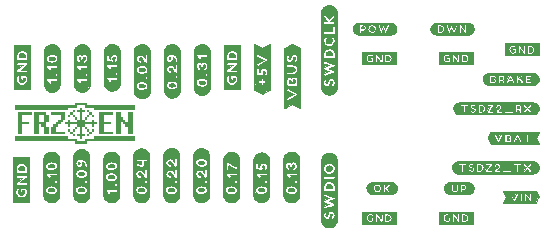
<source format=gbr>
%TF.GenerationSoftware,KiCad,Pcbnew,5.99.0-unknown-7ef9082c86~117~ubuntu18.04.1*%
%TF.CreationDate,2021-03-11T22:58:14+01:00*%
%TF.ProjectId,TSDZ2_nrf_module_board,5453445a-325f-46e7-9266-5f6d6f64756c,rev?*%
%TF.SameCoordinates,Original*%
%TF.FileFunction,Legend,Top*%
%TF.FilePolarity,Positive*%
%FSLAX46Y46*%
G04 Gerber Fmt 4.6, Leading zero omitted, Abs format (unit mm)*
G04 Created by KiCad (PCBNEW 5.99.0-unknown-7ef9082c86~117~ubuntu18.04.1) date 2021-03-11 22:58:14*
%MOMM*%
%LPD*%
G01*
G04 APERTURE LIST*
%ADD10C,0.150000*%
%ADD11C,0.010000*%
G04 APERTURE END LIST*
D10*
%TO.C,*%
D11*
X65055200Y-66946800D02*
X65065200Y-67016800D01*
X65065200Y-67016800D02*
X65075200Y-67086800D01*
X65075200Y-67086800D02*
X65095200Y-67146800D01*
X65095200Y-67146800D02*
X65115200Y-67206800D01*
X65115200Y-67206800D02*
X65145200Y-67266800D01*
X65145200Y-67266800D02*
X65185200Y-67326800D01*
X65185200Y-67326800D02*
X65225200Y-67376800D01*
X65225200Y-67376800D02*
X65275200Y-67426800D01*
X65275200Y-67426800D02*
X65325200Y-67476800D01*
X65325200Y-67476800D02*
X65385200Y-67506800D01*
X65385200Y-67506800D02*
X65445200Y-67546800D01*
X65445200Y-67546800D02*
X65505200Y-67566800D01*
X65505200Y-67566800D02*
X65565200Y-67586800D01*
X65565200Y-67586800D02*
X65635200Y-67606800D01*
X65635200Y-67606800D02*
X65705200Y-67606800D01*
X65705200Y-67606800D02*
X65765200Y-67606800D01*
X65765200Y-67606800D02*
X65835200Y-67606800D01*
X65835200Y-67606800D02*
X65905200Y-67586800D01*
X65905200Y-67586800D02*
X65965200Y-67566800D01*
X65965200Y-67566800D02*
X66025200Y-67546800D01*
X66025200Y-67546800D02*
X66085200Y-67506800D01*
X66085200Y-67506800D02*
X66145200Y-67476800D01*
X66145200Y-67476800D02*
X66195200Y-67426800D01*
X66195200Y-67426800D02*
X66245200Y-67376800D01*
X66245200Y-67376800D02*
X66285200Y-67326800D01*
X66285200Y-67326800D02*
X66325200Y-67266800D01*
X66325200Y-67266800D02*
X66355200Y-67206800D01*
X66355200Y-67206800D02*
X66375200Y-67146800D01*
X66375200Y-67146800D02*
X66395200Y-67086800D01*
X66395200Y-67086800D02*
X66405200Y-67016800D01*
X66405200Y-67016800D02*
X66415200Y-66946800D01*
X66415200Y-66946800D02*
X66415200Y-63966800D01*
X66415200Y-63966800D02*
X66405200Y-63896800D01*
X66405200Y-63896800D02*
X66395200Y-63836800D01*
X66395200Y-63836800D02*
X66375200Y-63766800D01*
X66375200Y-63766800D02*
X66355200Y-63706800D01*
X66355200Y-63706800D02*
X66325200Y-63646800D01*
X66325200Y-63646800D02*
X66285200Y-63586800D01*
X66285200Y-63586800D02*
X66245200Y-63536800D01*
X66245200Y-63536800D02*
X66205200Y-63486800D01*
X66205200Y-63486800D02*
X66155200Y-63436800D01*
X66155200Y-63436800D02*
X66095200Y-63396800D01*
X66095200Y-63396800D02*
X66035200Y-63366800D01*
X66035200Y-63366800D02*
X65975200Y-63336800D01*
X65975200Y-63336800D02*
X65905200Y-63316800D01*
X65905200Y-63316800D02*
X65845200Y-63306800D01*
X65845200Y-63306800D02*
X65775200Y-63296800D01*
X65775200Y-63296800D02*
X65705200Y-63296800D01*
X65705200Y-63296800D02*
X65645200Y-63306800D01*
X65645200Y-63306800D02*
X65575200Y-63316800D01*
X65575200Y-63316800D02*
X65505200Y-63336800D01*
X65505200Y-63336800D02*
X65445200Y-63356800D01*
X65445200Y-63356800D02*
X65385200Y-63396800D01*
X65385200Y-63396800D02*
X65335200Y-63426800D01*
X65335200Y-63426800D02*
X65275200Y-63476800D01*
X65275200Y-63476800D02*
X65235200Y-63526800D01*
X65235200Y-63526800D02*
X65185200Y-63576800D01*
X65185200Y-63576800D02*
X65155200Y-63626800D01*
X65155200Y-63626800D02*
X65115200Y-63686800D01*
X65115200Y-63686800D02*
X65095200Y-63756800D01*
X65095200Y-63756800D02*
X65075200Y-63816800D01*
X65075200Y-63816800D02*
X65065200Y-63886800D01*
X65065200Y-63886800D02*
X65055200Y-63956800D01*
X65055200Y-63956800D02*
X65055200Y-66936800D01*
X65055200Y-66936800D02*
X65275200Y-66736800D01*
X65275200Y-66736800D02*
X65245200Y-66676800D01*
X65245200Y-66676800D02*
X65225200Y-66616800D01*
X65225200Y-66616800D02*
X65225200Y-66546800D01*
X65225200Y-66546800D02*
X65225200Y-66466800D01*
X65225200Y-66466800D02*
X65245200Y-66406800D01*
X65245200Y-66406800D02*
X65275200Y-66346800D01*
X65275200Y-66346800D02*
X65325200Y-66296800D01*
X65325200Y-66296800D02*
X65375200Y-66256800D01*
X65375200Y-66256800D02*
X65435200Y-66226800D01*
X65435200Y-66226800D02*
X65495200Y-66206800D01*
X65495200Y-66206800D02*
X65565200Y-66186800D01*
X65565200Y-66186800D02*
X65635200Y-66176800D01*
X65635200Y-66176800D02*
X65695200Y-66176800D01*
X65695200Y-66176800D02*
X65775200Y-66176800D01*
X65775200Y-66176800D02*
X65845200Y-66186800D01*
X65845200Y-66186800D02*
X65915200Y-66196800D01*
X65915200Y-66196800D02*
X66015200Y-65966800D01*
X66015200Y-65966800D02*
X65975200Y-65926800D01*
X65975200Y-65926800D02*
X65965200Y-65846800D01*
X65965200Y-65846800D02*
X65975200Y-65776800D01*
X65975200Y-65776800D02*
X66025200Y-65736800D01*
X66025200Y-65736800D02*
X65995200Y-65506800D01*
X65995200Y-65506800D02*
X65935200Y-65526800D01*
X65935200Y-65526800D02*
X65875200Y-65516800D01*
X65875200Y-65516800D02*
X65845200Y-65466800D01*
X65845200Y-65466800D02*
X65835200Y-65376800D01*
X65835200Y-65376800D02*
X65855200Y-65326800D01*
X65855200Y-65326800D02*
X65915200Y-65286800D01*
X65915200Y-65286800D02*
X65965200Y-65256800D01*
X65965200Y-65256800D02*
X65985200Y-65186800D01*
X65985200Y-65186800D02*
X65975200Y-65106800D01*
X65975200Y-65106800D02*
X65955200Y-65056800D01*
X65955200Y-65056800D02*
X65895200Y-65026800D01*
X65895200Y-65026800D02*
X65835200Y-65066800D01*
X65835200Y-65066800D02*
X65805200Y-65126800D01*
X65805200Y-65126800D02*
X65805200Y-65196800D01*
X65805200Y-65196800D02*
X65785200Y-65246800D01*
X65785200Y-65246800D02*
X65715200Y-65266800D01*
X65715200Y-65266800D02*
X65625200Y-65256800D01*
X65625200Y-65256800D02*
X65585200Y-65226800D01*
X65585200Y-65226800D02*
X65565200Y-65076800D01*
X65565200Y-65076800D02*
X65525200Y-65046800D01*
X65525200Y-65046800D02*
X65465200Y-65086800D01*
X65465200Y-65086800D02*
X65455200Y-65146800D01*
X65455200Y-65146800D02*
X65465200Y-65216800D01*
X65465200Y-65216800D02*
X65505200Y-65266800D01*
X65505200Y-65266800D02*
X65565200Y-65306800D01*
X65565200Y-65306800D02*
X65575200Y-65366800D01*
X65575200Y-65366800D02*
X65545200Y-65426800D01*
X65545200Y-65426800D02*
X65505200Y-65476800D01*
X65505200Y-65476800D02*
X65445200Y-65486800D01*
X65445200Y-65486800D02*
X65375200Y-65456800D01*
X65375200Y-65456800D02*
X65325200Y-65416800D01*
X65325200Y-65416800D02*
X65285200Y-65366800D01*
X65285200Y-65366800D02*
X65255200Y-65296800D01*
X65255200Y-65296800D02*
X65235200Y-65236800D01*
X65235200Y-65236800D02*
X65225200Y-65166800D01*
X65225200Y-65166800D02*
X65225200Y-65026800D01*
X65225200Y-65026800D02*
X65245200Y-64986800D01*
X65245200Y-64986800D02*
X65345200Y-64886800D01*
X65345200Y-64886800D02*
X65395200Y-64856800D01*
X65395200Y-64856800D02*
X65455200Y-64826800D01*
X65455200Y-64826800D02*
X65525200Y-64816800D01*
X65525200Y-64816800D02*
X65555200Y-64606800D01*
X65555200Y-64606800D02*
X65505200Y-64586800D01*
X65505200Y-64586800D02*
X65315200Y-64376800D01*
X65315200Y-64376800D02*
X65285200Y-64346800D01*
X65285200Y-64346800D02*
X65255200Y-64286800D01*
X65255200Y-64286800D02*
X65255200Y-64216800D01*
X65255200Y-64216800D02*
X65285200Y-64166800D01*
X65285200Y-64166800D02*
X65355200Y-64156800D01*
X65355200Y-64156800D02*
X66105200Y-64156800D01*
X66105200Y-64156800D02*
X66165200Y-64166800D01*
X66165200Y-64166800D02*
X66205200Y-64206800D01*
X66205200Y-64206800D02*
X66205200Y-64286800D01*
X66205200Y-64286800D02*
X66185200Y-64356800D01*
X66185200Y-64356800D02*
X66135200Y-64386800D01*
X66135200Y-64386800D02*
X66075200Y-64386800D01*
X66075200Y-64386800D02*
X65665200Y-64386800D01*
X65665200Y-64386800D02*
X65665200Y-64416800D01*
X65665200Y-64416800D02*
X65685200Y-64476800D01*
X65685200Y-64476800D02*
X65675200Y-64536800D01*
X65675200Y-64536800D02*
X65615200Y-64586800D01*
X65615200Y-64586800D02*
X65555200Y-64606800D01*
X65555200Y-64606800D02*
X65525200Y-64816800D01*
X65525200Y-64816800D02*
X65595200Y-64826800D01*
X65595200Y-64826800D02*
X65645200Y-64866800D01*
X65645200Y-64866800D02*
X65685200Y-64916800D01*
X65685200Y-64916800D02*
X65785200Y-64826800D01*
X65785200Y-64826800D02*
X65845200Y-64806800D01*
X65845200Y-64806800D02*
X65915200Y-64796800D01*
X65915200Y-64796800D02*
X65985200Y-64816800D01*
X65985200Y-64816800D02*
X66045200Y-64836800D01*
X66045200Y-64836800D02*
X66095200Y-64876800D01*
X66095200Y-64876800D02*
X66135200Y-64926800D01*
X66135200Y-64926800D02*
X66175200Y-64986800D01*
X66175200Y-64986800D02*
X66195200Y-65046800D01*
X66195200Y-65046800D02*
X66205200Y-65116800D01*
X66205200Y-65116800D02*
X66205200Y-65186800D01*
X66205200Y-65186800D02*
X66205200Y-65256800D01*
X66205200Y-65256800D02*
X66185200Y-65326800D01*
X66185200Y-65326800D02*
X66155200Y-65376800D01*
X66155200Y-65376800D02*
X66115200Y-65436800D01*
X66115200Y-65436800D02*
X66065200Y-65476800D01*
X66065200Y-65476800D02*
X66005200Y-65506800D01*
X66005200Y-65506800D02*
X66025200Y-65736800D01*
X66025200Y-65736800D02*
X66095200Y-65726800D01*
X66095200Y-65726800D02*
X66155200Y-65736800D01*
X66155200Y-65736800D02*
X66205200Y-65776800D01*
X66205200Y-65776800D02*
X66205200Y-65856800D01*
X66205200Y-65856800D02*
X66195200Y-65926800D01*
X66195200Y-65926800D02*
X66155200Y-65966800D01*
X66155200Y-65966800D02*
X66085200Y-65976800D01*
X66085200Y-65976800D02*
X66025200Y-65966800D01*
X66025200Y-65966800D02*
X65915200Y-66196800D01*
X65915200Y-66196800D02*
X65975200Y-66216800D01*
X65975200Y-66216800D02*
X66035200Y-66246800D01*
X66035200Y-66246800D02*
X66085200Y-66276800D01*
X66085200Y-66276800D02*
X66135200Y-66316800D01*
X66135200Y-66316800D02*
X66175200Y-66376800D01*
X66175200Y-66376800D02*
X66195200Y-66436800D01*
X66195200Y-66436800D02*
X66205200Y-66506800D01*
X66205200Y-66506800D02*
X66205200Y-66576800D01*
X66205200Y-66576800D02*
X66195200Y-66646800D01*
X66195200Y-66646800D02*
X66165200Y-66706800D01*
X66165200Y-66706800D02*
X66135200Y-66766800D01*
X66135200Y-66766800D02*
X66085200Y-66806800D01*
X66085200Y-66806800D02*
X66025200Y-66836800D01*
X66025200Y-66836800D02*
X65965200Y-66866800D01*
X65965200Y-66866800D02*
X65905200Y-66886800D01*
X65905200Y-66886800D02*
X65835200Y-66896800D01*
X65835200Y-66896800D02*
X65765200Y-66896800D01*
X65765200Y-66896800D02*
X65695200Y-66896800D01*
X65695200Y-66896800D02*
X65625200Y-66896800D01*
X65625200Y-66896800D02*
X65555200Y-66886800D01*
X65555200Y-66886800D02*
X65495200Y-66866800D01*
X65495200Y-66866800D02*
X65425200Y-66846800D01*
X65425200Y-66846800D02*
X65365200Y-66816800D01*
X65365200Y-66816800D02*
X65315200Y-66776800D01*
X65315200Y-66776800D02*
X65275200Y-66736800D01*
X65275200Y-66736800D02*
X65055200Y-66936800D01*
X65055200Y-66936800D02*
X65055200Y-66946800D01*
X65055200Y-66946800D02*
X65055200Y-66946800D01*
G36*
X65075200Y-63816800D02*
G01*
X65095200Y-63756800D01*
X65115200Y-63686800D01*
X65155200Y-63626800D01*
X65185200Y-63576800D01*
X65235200Y-63526800D01*
X65275200Y-63476800D01*
X65335200Y-63426800D01*
X65385200Y-63396800D01*
X65445200Y-63356800D01*
X65505200Y-63336800D01*
X65575200Y-63316800D01*
X65645200Y-63306800D01*
X65705200Y-63296800D01*
X65775200Y-63296800D01*
X65845200Y-63306800D01*
X65905200Y-63316800D01*
X65975200Y-63336800D01*
X66095200Y-63396800D01*
X66155200Y-63436800D01*
X66205200Y-63486800D01*
X66285200Y-63586800D01*
X66325200Y-63646800D01*
X66355200Y-63706800D01*
X66375200Y-63766800D01*
X66395200Y-63836800D01*
X66405200Y-63896800D01*
X66415200Y-63966800D01*
X66415200Y-66946800D01*
X66395200Y-67086800D01*
X66355200Y-67206800D01*
X66325200Y-67266800D01*
X66285200Y-67326800D01*
X66245200Y-67376800D01*
X66145200Y-67476800D01*
X66085200Y-67506800D01*
X66025200Y-67546800D01*
X65905200Y-67586800D01*
X65835200Y-67606800D01*
X65635200Y-67606800D01*
X65565200Y-67586800D01*
X65445200Y-67546800D01*
X65385200Y-67506800D01*
X65325200Y-67476800D01*
X65225200Y-67376800D01*
X65185200Y-67326800D01*
X65145200Y-67266800D01*
X65115200Y-67206800D01*
X65075200Y-67086800D01*
X65055200Y-66946800D01*
X65055200Y-65026800D01*
X65225200Y-65026800D01*
X65225200Y-65166800D01*
X65235200Y-65236800D01*
X65255200Y-65296800D01*
X65285200Y-65366800D01*
X65325200Y-65416800D01*
X65375200Y-65456800D01*
X65445200Y-65486800D01*
X65505200Y-65476800D01*
X65545200Y-65426800D01*
X65575200Y-65366800D01*
X65565200Y-65306800D01*
X65505200Y-65266800D01*
X65465200Y-65216800D01*
X65455200Y-65146800D01*
X65465200Y-65086800D01*
X65525200Y-65046800D01*
X65565200Y-65076800D01*
X65585200Y-65226800D01*
X65625200Y-65256800D01*
X65715200Y-65266800D01*
X65785200Y-65246800D01*
X65805200Y-65196800D01*
X65805200Y-65126800D01*
X65835200Y-65066800D01*
X65895200Y-65026800D01*
X65955200Y-65056800D01*
X65975200Y-65106800D01*
X65985200Y-65186800D01*
X65965200Y-65256800D01*
X65915200Y-65286800D01*
X65855200Y-65326800D01*
X65835200Y-65376800D01*
X65845200Y-65466800D01*
X65875200Y-65516800D01*
X65935200Y-65526800D01*
X65995200Y-65506800D01*
X66025200Y-65736800D01*
X65975200Y-65776800D01*
X65965200Y-65846800D01*
X65975200Y-65926800D01*
X66015200Y-65966800D01*
X65915200Y-66196800D01*
X65775200Y-66176800D01*
X65635200Y-66176800D01*
X65565200Y-66186800D01*
X65495200Y-66206800D01*
X65435200Y-66226800D01*
X65375200Y-66256800D01*
X65325200Y-66296800D01*
X65275200Y-66346800D01*
X65245200Y-66406800D01*
X65225200Y-66466800D01*
X65225200Y-66616800D01*
X65245200Y-66676800D01*
X65275200Y-66736800D01*
X65315200Y-66776800D01*
X65365200Y-66816800D01*
X65425200Y-66846800D01*
X65495200Y-66866800D01*
X65555200Y-66886800D01*
X65625200Y-66896800D01*
X65835200Y-66896800D01*
X65905200Y-66886800D01*
X65965200Y-66866800D01*
X66085200Y-66806800D01*
X66135200Y-66766800D01*
X66195200Y-66646800D01*
X66205200Y-66576800D01*
X66205200Y-66506800D01*
X66195200Y-66436800D01*
X66175200Y-66376800D01*
X66135200Y-66316800D01*
X66085200Y-66276800D01*
X66035200Y-66246800D01*
X65975200Y-66216800D01*
X65915200Y-66196800D01*
X66025200Y-65966800D01*
X66085200Y-65976800D01*
X66155200Y-65966800D01*
X66195200Y-65926800D01*
X66205200Y-65856800D01*
X66205200Y-65776800D01*
X66155200Y-65736800D01*
X66095200Y-65726800D01*
X66025200Y-65736800D01*
X66005200Y-65506800D01*
X66065200Y-65476800D01*
X66115200Y-65436800D01*
X66155200Y-65376800D01*
X66185200Y-65326800D01*
X66205200Y-65256800D01*
X66205200Y-65116800D01*
X66195200Y-65046800D01*
X66175200Y-64986800D01*
X66135200Y-64926800D01*
X66095200Y-64876800D01*
X66045200Y-64836800D01*
X65985200Y-64816800D01*
X65915200Y-64796800D01*
X65845200Y-64806800D01*
X65785200Y-64826800D01*
X65685200Y-64916800D01*
X65645200Y-64866800D01*
X65595200Y-64826800D01*
X65525200Y-64816800D01*
X65455200Y-64826800D01*
X65395200Y-64856800D01*
X65345200Y-64886800D01*
X65245200Y-64986800D01*
X65225200Y-65026800D01*
X65055200Y-65026800D01*
X65055200Y-64216800D01*
X65255200Y-64216800D01*
X65255200Y-64286800D01*
X65285200Y-64346800D01*
X65315200Y-64376800D01*
X65505200Y-64586800D01*
X65555200Y-64606800D01*
X65615200Y-64586800D01*
X65675200Y-64536800D01*
X65685200Y-64476800D01*
X65665200Y-64416800D01*
X65665200Y-64386800D01*
X66135200Y-64386800D01*
X66185200Y-64356800D01*
X66205200Y-64286800D01*
X66205200Y-64206800D01*
X66165200Y-64166800D01*
X66105200Y-64156800D01*
X65355200Y-64156800D01*
X65285200Y-64166800D01*
X65255200Y-64216800D01*
X65055200Y-64216800D01*
X65055200Y-63956800D01*
X65075200Y-63816800D01*
G37*
X65075200Y-63816800D02*
X65095200Y-63756800D01*
X65115200Y-63686800D01*
X65155200Y-63626800D01*
X65185200Y-63576800D01*
X65235200Y-63526800D01*
X65275200Y-63476800D01*
X65335200Y-63426800D01*
X65385200Y-63396800D01*
X65445200Y-63356800D01*
X65505200Y-63336800D01*
X65575200Y-63316800D01*
X65645200Y-63306800D01*
X65705200Y-63296800D01*
X65775200Y-63296800D01*
X65845200Y-63306800D01*
X65905200Y-63316800D01*
X65975200Y-63336800D01*
X66095200Y-63396800D01*
X66155200Y-63436800D01*
X66205200Y-63486800D01*
X66285200Y-63586800D01*
X66325200Y-63646800D01*
X66355200Y-63706800D01*
X66375200Y-63766800D01*
X66395200Y-63836800D01*
X66405200Y-63896800D01*
X66415200Y-63966800D01*
X66415200Y-66946800D01*
X66395200Y-67086800D01*
X66355200Y-67206800D01*
X66325200Y-67266800D01*
X66285200Y-67326800D01*
X66245200Y-67376800D01*
X66145200Y-67476800D01*
X66085200Y-67506800D01*
X66025200Y-67546800D01*
X65905200Y-67586800D01*
X65835200Y-67606800D01*
X65635200Y-67606800D01*
X65565200Y-67586800D01*
X65445200Y-67546800D01*
X65385200Y-67506800D01*
X65325200Y-67476800D01*
X65225200Y-67376800D01*
X65185200Y-67326800D01*
X65145200Y-67266800D01*
X65115200Y-67206800D01*
X65075200Y-67086800D01*
X65055200Y-66946800D01*
X65055200Y-65026800D01*
X65225200Y-65026800D01*
X65225200Y-65166800D01*
X65235200Y-65236800D01*
X65255200Y-65296800D01*
X65285200Y-65366800D01*
X65325200Y-65416800D01*
X65375200Y-65456800D01*
X65445200Y-65486800D01*
X65505200Y-65476800D01*
X65545200Y-65426800D01*
X65575200Y-65366800D01*
X65565200Y-65306800D01*
X65505200Y-65266800D01*
X65465200Y-65216800D01*
X65455200Y-65146800D01*
X65465200Y-65086800D01*
X65525200Y-65046800D01*
X65565200Y-65076800D01*
X65585200Y-65226800D01*
X65625200Y-65256800D01*
X65715200Y-65266800D01*
X65785200Y-65246800D01*
X65805200Y-65196800D01*
X65805200Y-65126800D01*
X65835200Y-65066800D01*
X65895200Y-65026800D01*
X65955200Y-65056800D01*
X65975200Y-65106800D01*
X65985200Y-65186800D01*
X65965200Y-65256800D01*
X65915200Y-65286800D01*
X65855200Y-65326800D01*
X65835200Y-65376800D01*
X65845200Y-65466800D01*
X65875200Y-65516800D01*
X65935200Y-65526800D01*
X65995200Y-65506800D01*
X66025200Y-65736800D01*
X65975200Y-65776800D01*
X65965200Y-65846800D01*
X65975200Y-65926800D01*
X66015200Y-65966800D01*
X65915200Y-66196800D01*
X65775200Y-66176800D01*
X65635200Y-66176800D01*
X65565200Y-66186800D01*
X65495200Y-66206800D01*
X65435200Y-66226800D01*
X65375200Y-66256800D01*
X65325200Y-66296800D01*
X65275200Y-66346800D01*
X65245200Y-66406800D01*
X65225200Y-66466800D01*
X65225200Y-66616800D01*
X65245200Y-66676800D01*
X65275200Y-66736800D01*
X65315200Y-66776800D01*
X65365200Y-66816800D01*
X65425200Y-66846800D01*
X65495200Y-66866800D01*
X65555200Y-66886800D01*
X65625200Y-66896800D01*
X65835200Y-66896800D01*
X65905200Y-66886800D01*
X65965200Y-66866800D01*
X66085200Y-66806800D01*
X66135200Y-66766800D01*
X66195200Y-66646800D01*
X66205200Y-66576800D01*
X66205200Y-66506800D01*
X66195200Y-66436800D01*
X66175200Y-66376800D01*
X66135200Y-66316800D01*
X66085200Y-66276800D01*
X66035200Y-66246800D01*
X65975200Y-66216800D01*
X65915200Y-66196800D01*
X66025200Y-65966800D01*
X66085200Y-65976800D01*
X66155200Y-65966800D01*
X66195200Y-65926800D01*
X66205200Y-65856800D01*
X66205200Y-65776800D01*
X66155200Y-65736800D01*
X66095200Y-65726800D01*
X66025200Y-65736800D01*
X66005200Y-65506800D01*
X66065200Y-65476800D01*
X66115200Y-65436800D01*
X66155200Y-65376800D01*
X66185200Y-65326800D01*
X66205200Y-65256800D01*
X66205200Y-65116800D01*
X66195200Y-65046800D01*
X66175200Y-64986800D01*
X66135200Y-64926800D01*
X66095200Y-64876800D01*
X66045200Y-64836800D01*
X65985200Y-64816800D01*
X65915200Y-64796800D01*
X65845200Y-64806800D01*
X65785200Y-64826800D01*
X65685200Y-64916800D01*
X65645200Y-64866800D01*
X65595200Y-64826800D01*
X65525200Y-64816800D01*
X65455200Y-64826800D01*
X65395200Y-64856800D01*
X65345200Y-64886800D01*
X65245200Y-64986800D01*
X65225200Y-65026800D01*
X65055200Y-65026800D01*
X65055200Y-64216800D01*
X65255200Y-64216800D01*
X65255200Y-64286800D01*
X65285200Y-64346800D01*
X65315200Y-64376800D01*
X65505200Y-64586800D01*
X65555200Y-64606800D01*
X65615200Y-64586800D01*
X65675200Y-64536800D01*
X65685200Y-64476800D01*
X65665200Y-64416800D01*
X65665200Y-64386800D01*
X66135200Y-64386800D01*
X66185200Y-64356800D01*
X66205200Y-64286800D01*
X66205200Y-64206800D01*
X66165200Y-64166800D01*
X66105200Y-64156800D01*
X65355200Y-64156800D01*
X65285200Y-64166800D01*
X65255200Y-64216800D01*
X65055200Y-64216800D01*
X65055200Y-63956800D01*
X65075200Y-63816800D01*
X65975200Y-66506800D02*
X65945200Y-66466800D01*
X65945200Y-66466800D02*
X65905200Y-66436800D01*
X65905200Y-66436800D02*
X65835200Y-66416800D01*
X65835200Y-66416800D02*
X65735200Y-66406800D01*
X65735200Y-66406800D02*
X65645200Y-66406800D01*
X65645200Y-66406800D02*
X65555200Y-66426800D01*
X65555200Y-66426800D02*
X65505200Y-66446800D01*
X65505200Y-66446800D02*
X65465200Y-66486800D01*
X65465200Y-66486800D02*
X65455200Y-66526800D01*
X65455200Y-66526800D02*
X65455200Y-66576800D01*
X65455200Y-66576800D02*
X65495200Y-66616800D01*
X65495200Y-66616800D02*
X65545200Y-66646800D01*
X65545200Y-66646800D02*
X65615200Y-66666800D01*
X65615200Y-66666800D02*
X65715200Y-66666800D01*
X65715200Y-66666800D02*
X65815200Y-66666800D01*
X65815200Y-66666800D02*
X65895200Y-66646800D01*
X65895200Y-66646800D02*
X65945200Y-66616800D01*
X65945200Y-66616800D02*
X65975200Y-66576800D01*
X65975200Y-66576800D02*
X65975200Y-66506800D01*
X65975200Y-66506800D02*
X65975200Y-66506800D01*
G36*
X65835200Y-66416800D02*
G01*
X65905200Y-66436800D01*
X65945200Y-66466800D01*
X65975200Y-66506800D01*
X65975200Y-66576800D01*
X65945200Y-66616800D01*
X65895200Y-66646800D01*
X65815200Y-66666800D01*
X65615200Y-66666800D01*
X65545200Y-66646800D01*
X65495200Y-66616800D01*
X65455200Y-66576800D01*
X65455200Y-66526800D01*
X65465200Y-66486800D01*
X65505200Y-66446800D01*
X65555200Y-66426800D01*
X65645200Y-66406800D01*
X65735200Y-66406800D01*
X65835200Y-66416800D01*
G37*
X65835200Y-66416800D02*
X65905200Y-66436800D01*
X65945200Y-66466800D01*
X65975200Y-66506800D01*
X65975200Y-66576800D01*
X65945200Y-66616800D01*
X65895200Y-66646800D01*
X65815200Y-66666800D01*
X65615200Y-66666800D01*
X65545200Y-66646800D01*
X65495200Y-66616800D01*
X65455200Y-66576800D01*
X65455200Y-66526800D01*
X65465200Y-66486800D01*
X65505200Y-66446800D01*
X65555200Y-66426800D01*
X65645200Y-66406800D01*
X65735200Y-66406800D01*
X65835200Y-66416800D01*
X87380000Y-73240000D02*
X87330000Y-73250000D01*
X87330000Y-73250000D02*
X87280000Y-73260000D01*
X87280000Y-73260000D02*
X87230000Y-73280000D01*
X87230000Y-73280000D02*
X87190000Y-73300000D01*
X87190000Y-73300000D02*
X87140000Y-73320000D01*
X87140000Y-73320000D02*
X87100000Y-73350000D01*
X87100000Y-73350000D02*
X87070000Y-73390000D01*
X87070000Y-73390000D02*
X87030000Y-73430000D01*
X87030000Y-73430000D02*
X87000000Y-73470000D01*
X87000000Y-73470000D02*
X86970000Y-73510000D01*
X86970000Y-73510000D02*
X86950000Y-73560000D01*
X86950000Y-73560000D02*
X86940000Y-73600000D01*
X86940000Y-73600000D02*
X86920000Y-73650000D01*
X86920000Y-73650000D02*
X86920000Y-73700000D01*
X86920000Y-73700000D02*
X86910000Y-73750000D01*
X86910000Y-73750000D02*
X86920000Y-73800000D01*
X86920000Y-73800000D02*
X86930000Y-73850000D01*
X86930000Y-73850000D02*
X86940000Y-73900000D01*
X86940000Y-73900000D02*
X86960000Y-73950000D01*
X86960000Y-73950000D02*
X86980000Y-74000000D01*
X86980000Y-74000000D02*
X87010000Y-74040000D01*
X87010000Y-74040000D02*
X87040000Y-74080000D01*
X87040000Y-74080000D02*
X87070000Y-74120000D01*
X87070000Y-74120000D02*
X87110000Y-74150000D01*
X87110000Y-74150000D02*
X87150000Y-74180000D01*
X87150000Y-74180000D02*
X87190000Y-74200000D01*
X87190000Y-74200000D02*
X87240000Y-74220000D01*
X87240000Y-74220000D02*
X87290000Y-74240000D01*
X87290000Y-74240000D02*
X87340000Y-74250000D01*
X87340000Y-74250000D02*
X87390000Y-74260000D01*
X87390000Y-74260000D02*
X93740000Y-74260000D01*
X93740000Y-74260000D02*
X93790000Y-74260000D01*
X93790000Y-74260000D02*
X93840000Y-74250000D01*
X93840000Y-74250000D02*
X93890000Y-74240000D01*
X93890000Y-74240000D02*
X93930000Y-74220000D01*
X93930000Y-74220000D02*
X93980000Y-74200000D01*
X93980000Y-74200000D02*
X94020000Y-74170000D01*
X94020000Y-74170000D02*
X94060000Y-74140000D01*
X94060000Y-74140000D02*
X94100000Y-74110000D01*
X94100000Y-74110000D02*
X94140000Y-74070000D01*
X94140000Y-74070000D02*
X94170000Y-74030000D01*
X94170000Y-74030000D02*
X94190000Y-73990000D01*
X94190000Y-73990000D02*
X94210000Y-73940000D01*
X94210000Y-73940000D02*
X94230000Y-73890000D01*
X94230000Y-73890000D02*
X94240000Y-73840000D01*
X94240000Y-73840000D02*
X94250000Y-73790000D01*
X94250000Y-73790000D02*
X94250000Y-73740000D01*
X94250000Y-73740000D02*
X94250000Y-73690000D01*
X94250000Y-73690000D02*
X94240000Y-73640000D01*
X94240000Y-73640000D02*
X94220000Y-73590000D01*
X94220000Y-73590000D02*
X94210000Y-73540000D01*
X94210000Y-73540000D02*
X94180000Y-73500000D01*
X94180000Y-73500000D02*
X94160000Y-73460000D01*
X94160000Y-73460000D02*
X94120000Y-73420000D01*
X94120000Y-73420000D02*
X94090000Y-73380000D01*
X94090000Y-73380000D02*
X94050000Y-73350000D01*
X94050000Y-73350000D02*
X94010000Y-73320000D01*
X94010000Y-73320000D02*
X93960000Y-73290000D01*
X93960000Y-73290000D02*
X93920000Y-73270000D01*
X93920000Y-73270000D02*
X93870000Y-73260000D01*
X93870000Y-73260000D02*
X93820000Y-73250000D01*
X93820000Y-73250000D02*
X93770000Y-73240000D01*
X93770000Y-73240000D02*
X87420000Y-73240000D01*
X87420000Y-73240000D02*
X87450000Y-73400000D01*
X87450000Y-73400000D02*
X87500000Y-73390000D01*
X87500000Y-73390000D02*
X87520000Y-73390000D01*
X87520000Y-73390000D02*
X88020000Y-73390000D01*
X88020000Y-73390000D02*
X88080000Y-73390000D01*
X88080000Y-73390000D02*
X88110000Y-73420000D01*
X88110000Y-73420000D02*
X88120000Y-73470000D01*
X88120000Y-73470000D02*
X88110000Y-73510000D01*
X88110000Y-73510000D02*
X88300000Y-73530000D01*
X88300000Y-73530000D02*
X88310000Y-73490000D01*
X88310000Y-73490000D02*
X88340000Y-73440000D01*
X88340000Y-73440000D02*
X88380000Y-73410000D01*
X88380000Y-73410000D02*
X88420000Y-73390000D01*
X88420000Y-73390000D02*
X88470000Y-73370000D01*
X88470000Y-73370000D02*
X88530000Y-73370000D01*
X88530000Y-73370000D02*
X88580000Y-73370000D01*
X88580000Y-73370000D02*
X88630000Y-73380000D01*
X88630000Y-73380000D02*
X88680000Y-73400000D01*
X88680000Y-73400000D02*
X88720000Y-73430000D01*
X88720000Y-73430000D02*
X88750000Y-73470000D01*
X88750000Y-73470000D02*
X88750000Y-73500000D01*
X88750000Y-73500000D02*
X88720000Y-73560000D01*
X88720000Y-73560000D02*
X88680000Y-73580000D01*
X88680000Y-73580000D02*
X88640000Y-73570000D01*
X88640000Y-73570000D02*
X88590000Y-73540000D01*
X88590000Y-73540000D02*
X88550000Y-73530000D01*
X88550000Y-73530000D02*
X88490000Y-73540000D01*
X88490000Y-73540000D02*
X88460000Y-73570000D01*
X88460000Y-73570000D02*
X88480000Y-73620000D01*
X88480000Y-73620000D02*
X88520000Y-73640000D01*
X88520000Y-73640000D02*
X88620000Y-73670000D01*
X88620000Y-73670000D02*
X88670000Y-73680000D01*
X88670000Y-73680000D02*
X88720000Y-73700000D01*
X88720000Y-73700000D02*
X88750000Y-73730000D01*
X88750000Y-73730000D02*
X88780000Y-73780000D01*
X88780000Y-73780000D02*
X88800000Y-73820000D01*
X88800000Y-73820000D02*
X88800000Y-73880000D01*
X88800000Y-73880000D02*
X88790000Y-73930000D01*
X88790000Y-73930000D02*
X88780000Y-73980000D01*
X88780000Y-73980000D02*
X88970000Y-74020000D01*
X88970000Y-74020000D02*
X88970000Y-73460000D01*
X88970000Y-73460000D02*
X88980000Y-73410000D01*
X88980000Y-73410000D02*
X89010000Y-73390000D01*
X89010000Y-73390000D02*
X89100000Y-73390000D01*
X89100000Y-73390000D02*
X89250000Y-73390000D01*
X89250000Y-73390000D02*
X89300000Y-73400000D01*
X89300000Y-73400000D02*
X89350000Y-73410000D01*
X89350000Y-73410000D02*
X89400000Y-73430000D01*
X89400000Y-73430000D02*
X89440000Y-73460000D01*
X89440000Y-73460000D02*
X89480000Y-73490000D01*
X89480000Y-73490000D02*
X89520000Y-73530000D01*
X89520000Y-73530000D02*
X89540000Y-73570000D01*
X89540000Y-73570000D02*
X89560000Y-73610000D01*
X89560000Y-73610000D02*
X89730000Y-73530000D01*
X89730000Y-73530000D02*
X89720000Y-73470000D01*
X89720000Y-73470000D02*
X89730000Y-73410000D01*
X89730000Y-73410000D02*
X89770000Y-73390000D01*
X89770000Y-73390000D02*
X89820000Y-73390000D01*
X89820000Y-73390000D02*
X90180000Y-73390000D01*
X90180000Y-73390000D02*
X90230000Y-73390000D01*
X90230000Y-73390000D02*
X90270000Y-73420000D01*
X90270000Y-73420000D02*
X90290000Y-73470000D01*
X90290000Y-73470000D02*
X90280000Y-73520000D01*
X90280000Y-73520000D02*
X89980000Y-73930000D01*
X89980000Y-73930000D02*
X90010000Y-73940000D01*
X90010000Y-73940000D02*
X90210000Y-73940000D01*
X90210000Y-73940000D02*
X90260000Y-73940000D01*
X90260000Y-73940000D02*
X90290000Y-73980000D01*
X90290000Y-73980000D02*
X90300000Y-74020000D01*
X90300000Y-74020000D02*
X90460000Y-74000000D01*
X90460000Y-74000000D02*
X90470000Y-73950000D01*
X90470000Y-73950000D02*
X90500000Y-73910000D01*
X90500000Y-73910000D02*
X90540000Y-73870000D01*
X90540000Y-73870000D02*
X90580000Y-73840000D01*
X90580000Y-73840000D02*
X90670000Y-73790000D01*
X90670000Y-73790000D02*
X90710000Y-73770000D01*
X90710000Y-73770000D02*
X90750000Y-73730000D01*
X90750000Y-73730000D02*
X90790000Y-73690000D01*
X90790000Y-73690000D02*
X90800000Y-73650000D01*
X90800000Y-73650000D02*
X90800000Y-73600000D01*
X90800000Y-73600000D02*
X90760000Y-73560000D01*
X90760000Y-73560000D02*
X90710000Y-73550000D01*
X90710000Y-73550000D02*
X90670000Y-73570000D01*
X90670000Y-73570000D02*
X90640000Y-73610000D01*
X90640000Y-73610000D02*
X90630000Y-73660000D01*
X90630000Y-73660000D02*
X90620000Y-73710000D01*
X90620000Y-73710000D02*
X90580000Y-73730000D01*
X90580000Y-73730000D02*
X90520000Y-73730000D01*
X90520000Y-73730000D02*
X90470000Y-73710000D01*
X90470000Y-73710000D02*
X90460000Y-73670000D01*
X90460000Y-73670000D02*
X90460000Y-73620000D01*
X90460000Y-73620000D02*
X90470000Y-73570000D01*
X90470000Y-73570000D02*
X90480000Y-73520000D01*
X90480000Y-73520000D02*
X90510000Y-73480000D01*
X90510000Y-73480000D02*
X90550000Y-73440000D01*
X90550000Y-73440000D02*
X90590000Y-73410000D01*
X90590000Y-73410000D02*
X90630000Y-73390000D01*
X90630000Y-73390000D02*
X90680000Y-73380000D01*
X90680000Y-73380000D02*
X90740000Y-73380000D01*
X90740000Y-73380000D02*
X90790000Y-73390000D01*
X90790000Y-73390000D02*
X90830000Y-73400000D01*
X90830000Y-73400000D02*
X90880000Y-73430000D01*
X90880000Y-73430000D02*
X90910000Y-73470000D01*
X90910000Y-73470000D02*
X90940000Y-73510000D01*
X90940000Y-73510000D02*
X90960000Y-73550000D01*
X90960000Y-73550000D02*
X90970000Y-73600000D01*
X90970000Y-73600000D02*
X90980000Y-73650000D01*
X90980000Y-73650000D02*
X90970000Y-73700000D01*
X90970000Y-73700000D02*
X90960000Y-73750000D01*
X90960000Y-73750000D02*
X90930000Y-73800000D01*
X90930000Y-73800000D02*
X90900000Y-73830000D01*
X90900000Y-73830000D02*
X90850000Y-73870000D01*
X90850000Y-73870000D02*
X90810000Y-73900000D01*
X90810000Y-73900000D02*
X90770000Y-73920000D01*
X90770000Y-73920000D02*
X90760000Y-73930000D01*
X90760000Y-73930000D02*
X90910000Y-73930000D01*
X90910000Y-73930000D02*
X90950000Y-73930000D01*
X90950000Y-73930000D02*
X90990000Y-73950000D01*
X90990000Y-73950000D02*
X91010000Y-73990000D01*
X91010000Y-73990000D02*
X91010000Y-74050000D01*
X91010000Y-74050000D02*
X91150000Y-74060000D01*
X91150000Y-74060000D02*
X91150000Y-74010000D01*
X91150000Y-74010000D02*
X91180000Y-73970000D01*
X91180000Y-73970000D02*
X91230000Y-73970000D01*
X91230000Y-73970000D02*
X91840000Y-73970000D01*
X91840000Y-73970000D02*
X91900000Y-73970000D01*
X91900000Y-73970000D02*
X91930000Y-74010000D01*
X91930000Y-74010000D02*
X91930000Y-74060000D01*
X91930000Y-74060000D02*
X92340000Y-74040000D01*
X92340000Y-74040000D02*
X92340000Y-73580000D01*
X92340000Y-73580000D02*
X92340000Y-73530000D01*
X92340000Y-73530000D02*
X92130000Y-73530000D01*
X92130000Y-73530000D02*
X92090000Y-73510000D01*
X92090000Y-73510000D02*
X92080000Y-73460000D01*
X92080000Y-73460000D02*
X92090000Y-73410000D01*
X92090000Y-73410000D02*
X92130000Y-73390000D01*
X92130000Y-73390000D02*
X92150000Y-73390000D01*
X92150000Y-73390000D02*
X92710000Y-73390000D01*
X92710000Y-73390000D02*
X92760000Y-73410000D01*
X92760000Y-73410000D02*
X92760000Y-73460000D01*
X92760000Y-73460000D02*
X92920000Y-73460000D01*
X92920000Y-73460000D02*
X92930000Y-73420000D01*
X92930000Y-73420000D02*
X92970000Y-73380000D01*
X92970000Y-73380000D02*
X93010000Y-73360000D01*
X93010000Y-73360000D02*
X93050000Y-73380000D01*
X93050000Y-73380000D02*
X93090000Y-73420000D01*
X93090000Y-73420000D02*
X93260000Y-73610000D01*
X93260000Y-73610000D02*
X93430000Y-73420000D01*
X93430000Y-73420000D02*
X93470000Y-73380000D01*
X93470000Y-73380000D02*
X93510000Y-73360000D01*
X93510000Y-73360000D02*
X93550000Y-73380000D01*
X93550000Y-73380000D02*
X93590000Y-73420000D01*
X93590000Y-73420000D02*
X93600000Y-73460000D01*
X93600000Y-73460000D02*
X93580000Y-73510000D01*
X93580000Y-73510000D02*
X93410000Y-73700000D01*
X93410000Y-73700000D02*
X93380000Y-73730000D01*
X93380000Y-73730000D02*
X93590000Y-73960000D01*
X93590000Y-73960000D02*
X93600000Y-74010000D01*
X93600000Y-74010000D02*
X93590000Y-74050000D01*
X93590000Y-74050000D02*
X93550000Y-74090000D01*
X93550000Y-74090000D02*
X93510000Y-74110000D01*
X93510000Y-74110000D02*
X93470000Y-74090000D01*
X93470000Y-74090000D02*
X93260000Y-73850000D01*
X93260000Y-73850000D02*
X93230000Y-73890000D01*
X93230000Y-73890000D02*
X93100000Y-74040000D01*
X93100000Y-74040000D02*
X93060000Y-74080000D01*
X93060000Y-74080000D02*
X93020000Y-74110000D01*
X93020000Y-74110000D02*
X92980000Y-74090000D01*
X92980000Y-74090000D02*
X92930000Y-74050000D01*
X92930000Y-74050000D02*
X92910000Y-74010000D01*
X92910000Y-74010000D02*
X92930000Y-73970000D01*
X92930000Y-73970000D02*
X92970000Y-73930000D01*
X92970000Y-73930000D02*
X93140000Y-73740000D01*
X93140000Y-73740000D02*
X93110000Y-73700000D01*
X93110000Y-73700000D02*
X92940000Y-73510000D01*
X92940000Y-73510000D02*
X92920000Y-73460000D01*
X92920000Y-73460000D02*
X92760000Y-73460000D01*
X92760000Y-73460000D02*
X92760000Y-73510000D01*
X92760000Y-73510000D02*
X92710000Y-73530000D01*
X92710000Y-73530000D02*
X92660000Y-73530000D01*
X92660000Y-73530000D02*
X92510000Y-73530000D01*
X92510000Y-73530000D02*
X92510000Y-74040000D01*
X92510000Y-74040000D02*
X92490000Y-74090000D01*
X92490000Y-74090000D02*
X92450000Y-74100000D01*
X92450000Y-74100000D02*
X92390000Y-74100000D01*
X92390000Y-74100000D02*
X92350000Y-74080000D01*
X92350000Y-74080000D02*
X92340000Y-74040000D01*
X92340000Y-74040000D02*
X91930000Y-74060000D01*
X91930000Y-74060000D02*
X91900000Y-74100000D01*
X91900000Y-74100000D02*
X91850000Y-74110000D01*
X91850000Y-74110000D02*
X91240000Y-74110000D01*
X91240000Y-74110000D02*
X91170000Y-74100000D01*
X91170000Y-74100000D02*
X91150000Y-74060000D01*
X91150000Y-74060000D02*
X91010000Y-74050000D01*
X91010000Y-74050000D02*
X90990000Y-74090000D01*
X90990000Y-74090000D02*
X90940000Y-74100000D01*
X90940000Y-74100000D02*
X90540000Y-74110000D01*
X90540000Y-74110000D02*
X90490000Y-74090000D01*
X90490000Y-74090000D02*
X90460000Y-74050000D01*
X90460000Y-74050000D02*
X90460000Y-74000000D01*
X90460000Y-74000000D02*
X90300000Y-74030000D01*
X90300000Y-74030000D02*
X90290000Y-74080000D01*
X90290000Y-74080000D02*
X90260000Y-74100000D01*
X90260000Y-74100000D02*
X90200000Y-74110000D01*
X90200000Y-74110000D02*
X89800000Y-74100000D01*
X89800000Y-74100000D02*
X89750000Y-74090000D01*
X89750000Y-74090000D02*
X89730000Y-74040000D01*
X89730000Y-74040000D02*
X89730000Y-73990000D01*
X89730000Y-73990000D02*
X89750000Y-73950000D01*
X89750000Y-73950000D02*
X90020000Y-73580000D01*
X90020000Y-73580000D02*
X90020000Y-73560000D01*
X90020000Y-73560000D02*
X89810000Y-73560000D01*
X89810000Y-73560000D02*
X89760000Y-73560000D01*
X89760000Y-73560000D02*
X89730000Y-73530000D01*
X89730000Y-73530000D02*
X89560000Y-73620000D01*
X89560000Y-73620000D02*
X89580000Y-73660000D01*
X89580000Y-73660000D02*
X89590000Y-73710000D01*
X89590000Y-73710000D02*
X89590000Y-73770000D01*
X89590000Y-73770000D02*
X89580000Y-73820000D01*
X89580000Y-73820000D02*
X89570000Y-73870000D01*
X89570000Y-73870000D02*
X89550000Y-73910000D01*
X89550000Y-73910000D02*
X89520000Y-73950000D01*
X89520000Y-73950000D02*
X89490000Y-73990000D01*
X89490000Y-73990000D02*
X89450000Y-74030000D01*
X89450000Y-74030000D02*
X89410000Y-74060000D01*
X89410000Y-74060000D02*
X89360000Y-74080000D01*
X89360000Y-74080000D02*
X89320000Y-74100000D01*
X89320000Y-74100000D02*
X89270000Y-74100000D01*
X89270000Y-74100000D02*
X89210000Y-74110000D01*
X89210000Y-74110000D02*
X89060000Y-74110000D01*
X89060000Y-74110000D02*
X89000000Y-74100000D01*
X89000000Y-74100000D02*
X88970000Y-74070000D01*
X88970000Y-74070000D02*
X88970000Y-74020000D01*
X88970000Y-74020000D02*
X88780000Y-73980000D01*
X88780000Y-73980000D02*
X88750000Y-74020000D01*
X88750000Y-74020000D02*
X88710000Y-74050000D01*
X88710000Y-74050000D02*
X88670000Y-74080000D01*
X88670000Y-74080000D02*
X88620000Y-74100000D01*
X88620000Y-74100000D02*
X88570000Y-74100000D01*
X88570000Y-74100000D02*
X88520000Y-74100000D01*
X88520000Y-74100000D02*
X88470000Y-74100000D01*
X88470000Y-74100000D02*
X88420000Y-74080000D01*
X88420000Y-74080000D02*
X88370000Y-74060000D01*
X88370000Y-74060000D02*
X88330000Y-74020000D01*
X88330000Y-74020000D02*
X88280000Y-73950000D01*
X88280000Y-73950000D02*
X88290000Y-73910000D01*
X88290000Y-73910000D02*
X88330000Y-73870000D01*
X88330000Y-73870000D02*
X88370000Y-73850000D01*
X88370000Y-73850000D02*
X88410000Y-73870000D01*
X88410000Y-73870000D02*
X88460000Y-73900000D01*
X88460000Y-73900000D02*
X88500000Y-73930000D01*
X88500000Y-73930000D02*
X88550000Y-73940000D01*
X88550000Y-73940000D02*
X88600000Y-73930000D01*
X88600000Y-73930000D02*
X88620000Y-73890000D01*
X88620000Y-73890000D02*
X88620000Y-73840000D01*
X88620000Y-73840000D02*
X88570000Y-73820000D01*
X88570000Y-73820000D02*
X88520000Y-73810000D01*
X88520000Y-73810000D02*
X88470000Y-73790000D01*
X88470000Y-73790000D02*
X88420000Y-73780000D01*
X88420000Y-73780000D02*
X88380000Y-73750000D01*
X88380000Y-73750000D02*
X88340000Y-73720000D01*
X88340000Y-73720000D02*
X88310000Y-73680000D01*
X88310000Y-73680000D02*
X88300000Y-73630000D01*
X88300000Y-73630000D02*
X88290000Y-73580000D01*
X88290000Y-73580000D02*
X88300000Y-73530000D01*
X88300000Y-73530000D02*
X88110000Y-73520000D01*
X88110000Y-73520000D02*
X88070000Y-73530000D01*
X88070000Y-73530000D02*
X87910000Y-73530000D01*
X87910000Y-73530000D02*
X87860000Y-73540000D01*
X87860000Y-73540000D02*
X87860000Y-73990000D01*
X87860000Y-73990000D02*
X87860000Y-74050000D01*
X87860000Y-74050000D02*
X87840000Y-74090000D01*
X87840000Y-74090000D02*
X87800000Y-74100000D01*
X87800000Y-74100000D02*
X87740000Y-74100000D01*
X87740000Y-74100000D02*
X87700000Y-74080000D01*
X87700000Y-74080000D02*
X87700000Y-74030000D01*
X87700000Y-74030000D02*
X87700000Y-73570000D01*
X87700000Y-73570000D02*
X87690000Y-73530000D01*
X87690000Y-73530000D02*
X87530000Y-73530000D01*
X87530000Y-73530000D02*
X87480000Y-73530000D01*
X87480000Y-73530000D02*
X87440000Y-73500000D01*
X87440000Y-73500000D02*
X87440000Y-73450000D01*
X87440000Y-73450000D02*
X87450000Y-73410000D01*
X87450000Y-73410000D02*
X87420000Y-73240000D01*
X87420000Y-73240000D02*
X87380000Y-73240000D01*
X87380000Y-73240000D02*
X87380000Y-73240000D01*
G36*
X88800000Y-73820000D02*
G01*
X88780000Y-73780000D01*
X88750000Y-73730000D01*
X88720000Y-73700000D01*
X88670000Y-73680000D01*
X88620000Y-73670000D01*
X88520000Y-73640000D01*
X88480000Y-73620000D01*
X88460000Y-73570000D01*
X88490000Y-73540000D01*
X88550000Y-73530000D01*
X88590000Y-73540000D01*
X88640000Y-73570000D01*
X88680000Y-73580000D01*
X88720000Y-73560000D01*
X88750000Y-73500000D01*
X88750000Y-73470000D01*
X88742500Y-73460000D01*
X88970000Y-73460000D01*
X88970000Y-74070000D01*
X89000000Y-74100000D01*
X89060000Y-74110000D01*
X89210000Y-74110000D01*
X89270000Y-74100000D01*
X89320000Y-74100000D01*
X89360000Y-74080000D01*
X89410000Y-74060000D01*
X89450000Y-74030000D01*
X89490000Y-73990000D01*
X89550000Y-73910000D01*
X89570000Y-73870000D01*
X89590000Y-73770000D01*
X89590000Y-73710000D01*
X89580000Y-73660000D01*
X89560000Y-73620000D01*
X89730000Y-73530000D01*
X89760000Y-73560000D01*
X90020000Y-73560000D01*
X90020000Y-73580000D01*
X89750000Y-73950000D01*
X89730000Y-73990000D01*
X89730000Y-74040000D01*
X89750000Y-74090000D01*
X89800000Y-74100000D01*
X90200000Y-74110000D01*
X90260000Y-74100000D01*
X90290000Y-74080000D01*
X90300000Y-74030000D01*
X90460000Y-74000000D01*
X90460000Y-74050000D01*
X90490000Y-74090000D01*
X90540000Y-74110000D01*
X90940000Y-74100000D01*
X90990000Y-74090000D01*
X91010000Y-74050000D01*
X91010000Y-74010000D01*
X91150000Y-74010000D01*
X91150000Y-74060000D01*
X91170000Y-74100000D01*
X91240000Y-74110000D01*
X91850000Y-74110000D01*
X91900000Y-74100000D01*
X91930000Y-74060000D01*
X91930000Y-74010000D01*
X91900000Y-73970000D01*
X91180000Y-73970000D01*
X91150000Y-74010000D01*
X91010000Y-74010000D01*
X91010000Y-73990000D01*
X90990000Y-73950000D01*
X90950000Y-73930000D01*
X90760000Y-73930000D01*
X90770000Y-73920000D01*
X90810000Y-73900000D01*
X90850000Y-73870000D01*
X90900000Y-73830000D01*
X90930000Y-73800000D01*
X90960000Y-73750000D01*
X90980000Y-73650000D01*
X90960000Y-73550000D01*
X90940000Y-73510000D01*
X90902500Y-73460000D01*
X92080000Y-73460000D01*
X92090000Y-73510000D01*
X92130000Y-73530000D01*
X92340000Y-73530000D01*
X92340000Y-74040000D01*
X92350000Y-74080000D01*
X92390000Y-74100000D01*
X92450000Y-74100000D01*
X92490000Y-74090000D01*
X92510000Y-74040000D01*
X92510000Y-74010000D01*
X92910000Y-74010000D01*
X92930000Y-74050000D01*
X92980000Y-74090000D01*
X93020000Y-74110000D01*
X93060000Y-74080000D01*
X93100000Y-74040000D01*
X93230000Y-73890000D01*
X93260000Y-73850000D01*
X93470000Y-74090000D01*
X93510000Y-74110000D01*
X93550000Y-74090000D01*
X93590000Y-74050000D01*
X93600000Y-74010000D01*
X93590000Y-73960000D01*
X93380000Y-73730000D01*
X93410000Y-73700000D01*
X93580000Y-73510000D01*
X93600000Y-73460000D01*
X93590000Y-73420000D01*
X93550000Y-73380000D01*
X93510000Y-73360000D01*
X93470000Y-73380000D01*
X93430000Y-73420000D01*
X93260000Y-73610000D01*
X93090000Y-73420000D01*
X93050000Y-73380000D01*
X93010000Y-73360000D01*
X92970000Y-73380000D01*
X92930000Y-73420000D01*
X92920000Y-73460000D01*
X92940000Y-73510000D01*
X93110000Y-73700000D01*
X93140000Y-73740000D01*
X92970000Y-73930000D01*
X92930000Y-73970000D01*
X92910000Y-74010000D01*
X92510000Y-74010000D01*
X92510000Y-73530000D01*
X92710000Y-73530000D01*
X92760000Y-73510000D01*
X92760000Y-73410000D01*
X92710000Y-73390000D01*
X92130000Y-73390000D01*
X92090000Y-73410000D01*
X92080000Y-73460000D01*
X90902500Y-73460000D01*
X90880000Y-73430000D01*
X90830000Y-73400000D01*
X90790000Y-73390000D01*
X90740000Y-73380000D01*
X90680000Y-73380000D01*
X90630000Y-73390000D01*
X90590000Y-73410000D01*
X90550000Y-73440000D01*
X90510000Y-73480000D01*
X90480000Y-73520000D01*
X90460000Y-73620000D01*
X90460000Y-73670000D01*
X90470000Y-73710000D01*
X90520000Y-73730000D01*
X90580000Y-73730000D01*
X90620000Y-73710000D01*
X90640000Y-73610000D01*
X90670000Y-73570000D01*
X90710000Y-73550000D01*
X90760000Y-73560000D01*
X90800000Y-73600000D01*
X90800000Y-73650000D01*
X90790000Y-73690000D01*
X90710000Y-73770000D01*
X90670000Y-73790000D01*
X90580000Y-73840000D01*
X90540000Y-73870000D01*
X90500000Y-73910000D01*
X90470000Y-73950000D01*
X90460000Y-74000000D01*
X90300000Y-74020000D01*
X90290000Y-73980000D01*
X90260000Y-73940000D01*
X90010000Y-73940000D01*
X89980000Y-73930000D01*
X90280000Y-73520000D01*
X90290000Y-73470000D01*
X90270000Y-73420000D01*
X90230000Y-73390000D01*
X89770000Y-73390000D01*
X89730000Y-73410000D01*
X89720000Y-73470000D01*
X89730000Y-73530000D01*
X89560000Y-73610000D01*
X89520000Y-73530000D01*
X89480000Y-73490000D01*
X89400000Y-73430000D01*
X89350000Y-73410000D01*
X89250000Y-73390000D01*
X89010000Y-73390000D01*
X88980000Y-73410000D01*
X88970000Y-73460000D01*
X88742500Y-73460000D01*
X88720000Y-73430000D01*
X88680000Y-73400000D01*
X88630000Y-73380000D01*
X88580000Y-73370000D01*
X88470000Y-73370000D01*
X88420000Y-73390000D01*
X88380000Y-73410000D01*
X88340000Y-73440000D01*
X88310000Y-73490000D01*
X88300000Y-73530000D01*
X88110000Y-73510000D01*
X88120000Y-73470000D01*
X88110000Y-73420000D01*
X88080000Y-73390000D01*
X87500000Y-73390000D01*
X87450000Y-73400000D01*
X87420000Y-73240000D01*
X93770000Y-73240000D01*
X93920000Y-73270000D01*
X93960000Y-73290000D01*
X94010000Y-73320000D01*
X94090000Y-73380000D01*
X94120000Y-73420000D01*
X94160000Y-73460000D01*
X94180000Y-73500000D01*
X94210000Y-73540000D01*
X94220000Y-73590000D01*
X94240000Y-73640000D01*
X94250000Y-73690000D01*
X94250000Y-73790000D01*
X94230000Y-73890000D01*
X94190000Y-73990000D01*
X94170000Y-74030000D01*
X94140000Y-74070000D01*
X94100000Y-74110000D01*
X93980000Y-74200000D01*
X93930000Y-74220000D01*
X93890000Y-74240000D01*
X93790000Y-74260000D01*
X87390000Y-74260000D01*
X87290000Y-74240000D01*
X87190000Y-74200000D01*
X87150000Y-74180000D01*
X87070000Y-74120000D01*
X86980000Y-74000000D01*
X86940000Y-73900000D01*
X86910000Y-73750000D01*
X86920000Y-73700000D01*
X86920000Y-73650000D01*
X86940000Y-73600000D01*
X86950000Y-73560000D01*
X86970000Y-73510000D01*
X87030000Y-73430000D01*
X87070000Y-73390000D01*
X87100000Y-73350000D01*
X87140000Y-73320000D01*
X87190000Y-73300000D01*
X87230000Y-73280000D01*
X87280000Y-73260000D01*
X87380000Y-73240000D01*
X87420000Y-73240000D01*
X87450000Y-73410000D01*
X87440000Y-73450000D01*
X87440000Y-73500000D01*
X87480000Y-73530000D01*
X87690000Y-73530000D01*
X87700000Y-73570000D01*
X87700000Y-74080000D01*
X87740000Y-74100000D01*
X87800000Y-74100000D01*
X87840000Y-74090000D01*
X87860000Y-74050000D01*
X87860000Y-73540000D01*
X87910000Y-73530000D01*
X88070000Y-73530000D01*
X88110000Y-73520000D01*
X88300000Y-73530000D01*
X88290000Y-73580000D01*
X88310000Y-73680000D01*
X88340000Y-73720000D01*
X88420000Y-73780000D01*
X88470000Y-73790000D01*
X88520000Y-73810000D01*
X88570000Y-73820000D01*
X88620000Y-73840000D01*
X88620000Y-73890000D01*
X88600000Y-73930000D01*
X88550000Y-73940000D01*
X88500000Y-73930000D01*
X88460000Y-73900000D01*
X88410000Y-73870000D01*
X88370000Y-73850000D01*
X88330000Y-73870000D01*
X88290000Y-73910000D01*
X88280000Y-73950000D01*
X88330000Y-74020000D01*
X88370000Y-74060000D01*
X88470000Y-74100000D01*
X88620000Y-74100000D01*
X88670000Y-74080000D01*
X88750000Y-74020000D01*
X88780000Y-73980000D01*
X88800000Y-73880000D01*
X88800000Y-73820000D01*
G37*
X88800000Y-73820000D02*
X88780000Y-73780000D01*
X88750000Y-73730000D01*
X88720000Y-73700000D01*
X88670000Y-73680000D01*
X88620000Y-73670000D01*
X88520000Y-73640000D01*
X88480000Y-73620000D01*
X88460000Y-73570000D01*
X88490000Y-73540000D01*
X88550000Y-73530000D01*
X88590000Y-73540000D01*
X88640000Y-73570000D01*
X88680000Y-73580000D01*
X88720000Y-73560000D01*
X88750000Y-73500000D01*
X88750000Y-73470000D01*
X88742500Y-73460000D01*
X88970000Y-73460000D01*
X88970000Y-74070000D01*
X89000000Y-74100000D01*
X89060000Y-74110000D01*
X89210000Y-74110000D01*
X89270000Y-74100000D01*
X89320000Y-74100000D01*
X89360000Y-74080000D01*
X89410000Y-74060000D01*
X89450000Y-74030000D01*
X89490000Y-73990000D01*
X89550000Y-73910000D01*
X89570000Y-73870000D01*
X89590000Y-73770000D01*
X89590000Y-73710000D01*
X89580000Y-73660000D01*
X89560000Y-73620000D01*
X89730000Y-73530000D01*
X89760000Y-73560000D01*
X90020000Y-73560000D01*
X90020000Y-73580000D01*
X89750000Y-73950000D01*
X89730000Y-73990000D01*
X89730000Y-74040000D01*
X89750000Y-74090000D01*
X89800000Y-74100000D01*
X90200000Y-74110000D01*
X90260000Y-74100000D01*
X90290000Y-74080000D01*
X90300000Y-74030000D01*
X90460000Y-74000000D01*
X90460000Y-74050000D01*
X90490000Y-74090000D01*
X90540000Y-74110000D01*
X90940000Y-74100000D01*
X90990000Y-74090000D01*
X91010000Y-74050000D01*
X91010000Y-74010000D01*
X91150000Y-74010000D01*
X91150000Y-74060000D01*
X91170000Y-74100000D01*
X91240000Y-74110000D01*
X91850000Y-74110000D01*
X91900000Y-74100000D01*
X91930000Y-74060000D01*
X91930000Y-74010000D01*
X91900000Y-73970000D01*
X91180000Y-73970000D01*
X91150000Y-74010000D01*
X91010000Y-74010000D01*
X91010000Y-73990000D01*
X90990000Y-73950000D01*
X90950000Y-73930000D01*
X90760000Y-73930000D01*
X90770000Y-73920000D01*
X90810000Y-73900000D01*
X90850000Y-73870000D01*
X90900000Y-73830000D01*
X90930000Y-73800000D01*
X90960000Y-73750000D01*
X90980000Y-73650000D01*
X90960000Y-73550000D01*
X90940000Y-73510000D01*
X90902500Y-73460000D01*
X92080000Y-73460000D01*
X92090000Y-73510000D01*
X92130000Y-73530000D01*
X92340000Y-73530000D01*
X92340000Y-74040000D01*
X92350000Y-74080000D01*
X92390000Y-74100000D01*
X92450000Y-74100000D01*
X92490000Y-74090000D01*
X92510000Y-74040000D01*
X92510000Y-74010000D01*
X92910000Y-74010000D01*
X92930000Y-74050000D01*
X92980000Y-74090000D01*
X93020000Y-74110000D01*
X93060000Y-74080000D01*
X93100000Y-74040000D01*
X93230000Y-73890000D01*
X93260000Y-73850000D01*
X93470000Y-74090000D01*
X93510000Y-74110000D01*
X93550000Y-74090000D01*
X93590000Y-74050000D01*
X93600000Y-74010000D01*
X93590000Y-73960000D01*
X93380000Y-73730000D01*
X93410000Y-73700000D01*
X93580000Y-73510000D01*
X93600000Y-73460000D01*
X93590000Y-73420000D01*
X93550000Y-73380000D01*
X93510000Y-73360000D01*
X93470000Y-73380000D01*
X93430000Y-73420000D01*
X93260000Y-73610000D01*
X93090000Y-73420000D01*
X93050000Y-73380000D01*
X93010000Y-73360000D01*
X92970000Y-73380000D01*
X92930000Y-73420000D01*
X92920000Y-73460000D01*
X92940000Y-73510000D01*
X93110000Y-73700000D01*
X93140000Y-73740000D01*
X92970000Y-73930000D01*
X92930000Y-73970000D01*
X92910000Y-74010000D01*
X92510000Y-74010000D01*
X92510000Y-73530000D01*
X92710000Y-73530000D01*
X92760000Y-73510000D01*
X92760000Y-73410000D01*
X92710000Y-73390000D01*
X92130000Y-73390000D01*
X92090000Y-73410000D01*
X92080000Y-73460000D01*
X90902500Y-73460000D01*
X90880000Y-73430000D01*
X90830000Y-73400000D01*
X90790000Y-73390000D01*
X90740000Y-73380000D01*
X90680000Y-73380000D01*
X90630000Y-73390000D01*
X90590000Y-73410000D01*
X90550000Y-73440000D01*
X90510000Y-73480000D01*
X90480000Y-73520000D01*
X90460000Y-73620000D01*
X90460000Y-73670000D01*
X90470000Y-73710000D01*
X90520000Y-73730000D01*
X90580000Y-73730000D01*
X90620000Y-73710000D01*
X90640000Y-73610000D01*
X90670000Y-73570000D01*
X90710000Y-73550000D01*
X90760000Y-73560000D01*
X90800000Y-73600000D01*
X90800000Y-73650000D01*
X90790000Y-73690000D01*
X90710000Y-73770000D01*
X90670000Y-73790000D01*
X90580000Y-73840000D01*
X90540000Y-73870000D01*
X90500000Y-73910000D01*
X90470000Y-73950000D01*
X90460000Y-74000000D01*
X90300000Y-74020000D01*
X90290000Y-73980000D01*
X90260000Y-73940000D01*
X90010000Y-73940000D01*
X89980000Y-73930000D01*
X90280000Y-73520000D01*
X90290000Y-73470000D01*
X90270000Y-73420000D01*
X90230000Y-73390000D01*
X89770000Y-73390000D01*
X89730000Y-73410000D01*
X89720000Y-73470000D01*
X89730000Y-73530000D01*
X89560000Y-73610000D01*
X89520000Y-73530000D01*
X89480000Y-73490000D01*
X89400000Y-73430000D01*
X89350000Y-73410000D01*
X89250000Y-73390000D01*
X89010000Y-73390000D01*
X88980000Y-73410000D01*
X88970000Y-73460000D01*
X88742500Y-73460000D01*
X88720000Y-73430000D01*
X88680000Y-73400000D01*
X88630000Y-73380000D01*
X88580000Y-73370000D01*
X88470000Y-73370000D01*
X88420000Y-73390000D01*
X88380000Y-73410000D01*
X88340000Y-73440000D01*
X88310000Y-73490000D01*
X88300000Y-73530000D01*
X88110000Y-73510000D01*
X88120000Y-73470000D01*
X88110000Y-73420000D01*
X88080000Y-73390000D01*
X87500000Y-73390000D01*
X87450000Y-73400000D01*
X87420000Y-73240000D01*
X93770000Y-73240000D01*
X93920000Y-73270000D01*
X93960000Y-73290000D01*
X94010000Y-73320000D01*
X94090000Y-73380000D01*
X94120000Y-73420000D01*
X94160000Y-73460000D01*
X94180000Y-73500000D01*
X94210000Y-73540000D01*
X94220000Y-73590000D01*
X94240000Y-73640000D01*
X94250000Y-73690000D01*
X94250000Y-73790000D01*
X94230000Y-73890000D01*
X94190000Y-73990000D01*
X94170000Y-74030000D01*
X94140000Y-74070000D01*
X94100000Y-74110000D01*
X93980000Y-74200000D01*
X93930000Y-74220000D01*
X93890000Y-74240000D01*
X93790000Y-74260000D01*
X87390000Y-74260000D01*
X87290000Y-74240000D01*
X87190000Y-74200000D01*
X87150000Y-74180000D01*
X87070000Y-74120000D01*
X86980000Y-74000000D01*
X86940000Y-73900000D01*
X86910000Y-73750000D01*
X86920000Y-73700000D01*
X86920000Y-73650000D01*
X86940000Y-73600000D01*
X86950000Y-73560000D01*
X86970000Y-73510000D01*
X87030000Y-73430000D01*
X87070000Y-73390000D01*
X87100000Y-73350000D01*
X87140000Y-73320000D01*
X87190000Y-73300000D01*
X87230000Y-73280000D01*
X87280000Y-73260000D01*
X87380000Y-73240000D01*
X87420000Y-73240000D01*
X87450000Y-73410000D01*
X87440000Y-73450000D01*
X87440000Y-73500000D01*
X87480000Y-73530000D01*
X87690000Y-73530000D01*
X87700000Y-73570000D01*
X87700000Y-74080000D01*
X87740000Y-74100000D01*
X87800000Y-74100000D01*
X87840000Y-74090000D01*
X87860000Y-74050000D01*
X87860000Y-73540000D01*
X87910000Y-73530000D01*
X88070000Y-73530000D01*
X88110000Y-73520000D01*
X88300000Y-73530000D01*
X88290000Y-73580000D01*
X88310000Y-73680000D01*
X88340000Y-73720000D01*
X88420000Y-73780000D01*
X88470000Y-73790000D01*
X88520000Y-73810000D01*
X88570000Y-73820000D01*
X88620000Y-73840000D01*
X88620000Y-73890000D01*
X88600000Y-73930000D01*
X88550000Y-73940000D01*
X88500000Y-73930000D01*
X88460000Y-73900000D01*
X88410000Y-73870000D01*
X88370000Y-73850000D01*
X88330000Y-73870000D01*
X88290000Y-73910000D01*
X88280000Y-73950000D01*
X88330000Y-74020000D01*
X88370000Y-74060000D01*
X88470000Y-74100000D01*
X88620000Y-74100000D01*
X88670000Y-74080000D01*
X88750000Y-74020000D01*
X88780000Y-73980000D01*
X88800000Y-73880000D01*
X88800000Y-73820000D01*
X89310000Y-73920000D02*
X89350000Y-73890000D01*
X89350000Y-73890000D02*
X89390000Y-73850000D01*
X89390000Y-73850000D02*
X89410000Y-73800000D01*
X89410000Y-73800000D02*
X89410000Y-73750000D01*
X89410000Y-73750000D02*
X89410000Y-73700000D01*
X89410000Y-73700000D02*
X89390000Y-73650000D01*
X89390000Y-73650000D02*
X89360000Y-73610000D01*
X89360000Y-73610000D02*
X89320000Y-73580000D01*
X89320000Y-73580000D02*
X89270000Y-73570000D01*
X89270000Y-73570000D02*
X89220000Y-73560000D01*
X89220000Y-73560000D02*
X89170000Y-73560000D01*
X89170000Y-73560000D02*
X89140000Y-73580000D01*
X89140000Y-73580000D02*
X89140000Y-73890000D01*
X89140000Y-73890000D02*
X89140000Y-73930000D01*
X89140000Y-73930000D02*
X89300000Y-73930000D01*
X89300000Y-73930000D02*
X89310000Y-73920000D01*
X89310000Y-73920000D02*
X89310000Y-73920000D01*
G36*
X89320000Y-73580000D02*
G01*
X89360000Y-73610000D01*
X89390000Y-73650000D01*
X89410000Y-73700000D01*
X89410000Y-73800000D01*
X89390000Y-73850000D01*
X89350000Y-73890000D01*
X89310000Y-73920000D01*
X89300000Y-73930000D01*
X89140000Y-73930000D01*
X89140000Y-73580000D01*
X89170000Y-73560000D01*
X89220000Y-73560000D01*
X89320000Y-73580000D01*
G37*
X89320000Y-73580000D02*
X89360000Y-73610000D01*
X89390000Y-73650000D01*
X89410000Y-73700000D01*
X89410000Y-73800000D01*
X89390000Y-73850000D01*
X89350000Y-73890000D01*
X89310000Y-73920000D01*
X89300000Y-73930000D01*
X89140000Y-73930000D01*
X89140000Y-73580000D01*
X89170000Y-73560000D01*
X89220000Y-73560000D01*
X89320000Y-73580000D01*
X93610000Y-63920000D02*
X93650000Y-63880000D01*
X93650000Y-63880000D02*
X93680000Y-63850000D01*
X93680000Y-63850000D02*
X93700000Y-63800000D01*
X93700000Y-63800000D02*
X93710000Y-63750000D01*
X93710000Y-63750000D02*
X93700000Y-63700000D01*
X93700000Y-63700000D02*
X93680000Y-63650000D01*
X93680000Y-63650000D02*
X93650000Y-63610000D01*
X93650000Y-63610000D02*
X93610000Y-63580000D01*
X93610000Y-63580000D02*
X93560000Y-63570000D01*
X93560000Y-63570000D02*
X93510000Y-63560000D01*
X93510000Y-63560000D02*
X93460000Y-63560000D01*
X93460000Y-63560000D02*
X93430000Y-63580000D01*
X93430000Y-63580000D02*
X93430000Y-63890000D01*
X93430000Y-63890000D02*
X93440000Y-63930000D01*
X93440000Y-63930000D02*
X93590000Y-63930000D01*
X93590000Y-63930000D02*
X93610000Y-63920000D01*
X93610000Y-63920000D02*
X93610000Y-63920000D01*
G36*
X93610000Y-63580000D02*
G01*
X93650000Y-63610000D01*
X93680000Y-63650000D01*
X93700000Y-63700000D01*
X93710000Y-63750000D01*
X93700000Y-63800000D01*
X93680000Y-63850000D01*
X93610000Y-63920000D01*
X93590000Y-63930000D01*
X93440000Y-63930000D01*
X93430000Y-63890000D01*
X93430000Y-63580000D01*
X93460000Y-63560000D01*
X93510000Y-63560000D01*
X93610000Y-63580000D01*
G37*
X93610000Y-63580000D02*
X93650000Y-63610000D01*
X93680000Y-63650000D01*
X93700000Y-63700000D01*
X93710000Y-63750000D01*
X93700000Y-63800000D01*
X93680000Y-63850000D01*
X93610000Y-63920000D01*
X93590000Y-63930000D01*
X93440000Y-63930000D01*
X93430000Y-63890000D01*
X93430000Y-63580000D01*
X93460000Y-63560000D01*
X93510000Y-63560000D01*
X93610000Y-63580000D01*
X91610000Y-63240000D02*
X91410000Y-63240000D01*
X91410000Y-63240000D02*
X91410000Y-63290000D01*
X91410000Y-63290000D02*
X91410000Y-64250000D01*
X91410000Y-64250000D02*
X91450000Y-64260000D01*
X91450000Y-64260000D02*
X94240000Y-64260000D01*
X94240000Y-64260000D02*
X94250000Y-63240000D01*
X94250000Y-63240000D02*
X94200000Y-63240000D01*
X94200000Y-63240000D02*
X91660000Y-63240000D01*
X91660000Y-63240000D02*
X91810000Y-63460000D01*
X91810000Y-63460000D02*
X91850000Y-63430000D01*
X91850000Y-63430000D02*
X91900000Y-63400000D01*
X91900000Y-63400000D02*
X91940000Y-63380000D01*
X91940000Y-63380000D02*
X91990000Y-63370000D01*
X91990000Y-63370000D02*
X92040000Y-63370000D01*
X92040000Y-63370000D02*
X92090000Y-63370000D01*
X92090000Y-63370000D02*
X92140000Y-63380000D01*
X92140000Y-63380000D02*
X92190000Y-63400000D01*
X92190000Y-63400000D02*
X92230000Y-63420000D01*
X92230000Y-63420000D02*
X92280000Y-63450000D01*
X92280000Y-63450000D02*
X92290000Y-63490000D01*
X92290000Y-63490000D02*
X92270000Y-63540000D01*
X92270000Y-63540000D02*
X92230000Y-63580000D01*
X92230000Y-63580000D02*
X92200000Y-63590000D01*
X92200000Y-63590000D02*
X92100000Y-63550000D01*
X92100000Y-63550000D02*
X92050000Y-63540000D01*
X92050000Y-63540000D02*
X92000000Y-63550000D01*
X92000000Y-63550000D02*
X91950000Y-63570000D01*
X91950000Y-63570000D02*
X91910000Y-63600000D01*
X91910000Y-63600000D02*
X91880000Y-63630000D01*
X91880000Y-63630000D02*
X91860000Y-63680000D01*
X91860000Y-63680000D02*
X91860000Y-63730000D01*
X91860000Y-63730000D02*
X91870000Y-63780000D01*
X91870000Y-63780000D02*
X91880000Y-63830000D01*
X91880000Y-63830000D02*
X91910000Y-63870000D01*
X91910000Y-63870000D02*
X91950000Y-63910000D01*
X91950000Y-63910000D02*
X92000000Y-63930000D01*
X92000000Y-63930000D02*
X92050000Y-63930000D01*
X92050000Y-63930000D02*
X92100000Y-63930000D01*
X92100000Y-63930000D02*
X92140000Y-63910000D01*
X92140000Y-63910000D02*
X92140000Y-63810000D01*
X92140000Y-63810000D02*
X92040000Y-63800000D01*
X92040000Y-63800000D02*
X92010000Y-63770000D01*
X92010000Y-63770000D02*
X92010000Y-63720000D01*
X92010000Y-63720000D02*
X92020000Y-63680000D01*
X92020000Y-63680000D02*
X92070000Y-63660000D01*
X92070000Y-63660000D02*
X92080000Y-63660000D01*
X92080000Y-63660000D02*
X92230000Y-63660000D01*
X92230000Y-63660000D02*
X92290000Y-63670000D01*
X92290000Y-63670000D02*
X92310000Y-63710000D01*
X92310000Y-63710000D02*
X92320000Y-63760000D01*
X92320000Y-63760000D02*
X92320000Y-63960000D01*
X92320000Y-63960000D02*
X92480000Y-64030000D01*
X92480000Y-64030000D02*
X92480000Y-63460000D01*
X92480000Y-63460000D02*
X92490000Y-63420000D01*
X92490000Y-63420000D02*
X92530000Y-63390000D01*
X92530000Y-63390000D02*
X92590000Y-63390000D01*
X92590000Y-63390000D02*
X92630000Y-63410000D01*
X92630000Y-63410000D02*
X92670000Y-63450000D01*
X92670000Y-63450000D02*
X92880000Y-63730000D01*
X92880000Y-63730000D02*
X92920000Y-63790000D01*
X92920000Y-63790000D02*
X92940000Y-63800000D01*
X92940000Y-63800000D02*
X92940000Y-63500000D01*
X92940000Y-63500000D02*
X92940000Y-63440000D01*
X92940000Y-63440000D02*
X92990000Y-63390000D01*
X92990000Y-63390000D02*
X93050000Y-63390000D01*
X93050000Y-63390000D02*
X93090000Y-63410000D01*
X93090000Y-63410000D02*
X93110000Y-63450000D01*
X93110000Y-63450000D02*
X93110000Y-63510000D01*
X93110000Y-63510000D02*
X93110000Y-64010000D01*
X93110000Y-64010000D02*
X93260000Y-64020000D01*
X93260000Y-64020000D02*
X93260000Y-63460000D01*
X93260000Y-63460000D02*
X93270000Y-63410000D01*
X93270000Y-63410000D02*
X93300000Y-63390000D01*
X93300000Y-63390000D02*
X93350000Y-63390000D01*
X93350000Y-63390000D02*
X93550000Y-63390000D01*
X93550000Y-63390000D02*
X93600000Y-63400000D01*
X93600000Y-63400000D02*
X93650000Y-63410000D01*
X93650000Y-63410000D02*
X93690000Y-63430000D01*
X93690000Y-63430000D02*
X93740000Y-63460000D01*
X93740000Y-63460000D02*
X93780000Y-63490000D01*
X93780000Y-63490000D02*
X93810000Y-63530000D01*
X93810000Y-63530000D02*
X93840000Y-63570000D01*
X93840000Y-63570000D02*
X93860000Y-63620000D01*
X93860000Y-63620000D02*
X93870000Y-63670000D01*
X93870000Y-63670000D02*
X93880000Y-63720000D01*
X93880000Y-63720000D02*
X93880000Y-63770000D01*
X93880000Y-63770000D02*
X93870000Y-63820000D01*
X93870000Y-63820000D02*
X93860000Y-63870000D01*
X93860000Y-63870000D02*
X93840000Y-63910000D01*
X93840000Y-63910000D02*
X93810000Y-63960000D01*
X93810000Y-63960000D02*
X93780000Y-64000000D01*
X93780000Y-64000000D02*
X93740000Y-64030000D01*
X93740000Y-64030000D02*
X93700000Y-64060000D01*
X93700000Y-64060000D02*
X93650000Y-64080000D01*
X93650000Y-64080000D02*
X93610000Y-64100000D01*
X93610000Y-64100000D02*
X93560000Y-64100000D01*
X93560000Y-64100000D02*
X93350000Y-64110000D01*
X93350000Y-64110000D02*
X93300000Y-64100000D01*
X93300000Y-64100000D02*
X93270000Y-64070000D01*
X93270000Y-64070000D02*
X93260000Y-64020000D01*
X93260000Y-64020000D02*
X93110000Y-64020000D01*
X93110000Y-64020000D02*
X93100000Y-64060000D01*
X93100000Y-64060000D02*
X93080000Y-64100000D01*
X93080000Y-64100000D02*
X93020000Y-64110000D01*
X93020000Y-64110000D02*
X92970000Y-64100000D01*
X92970000Y-64100000D02*
X92930000Y-64060000D01*
X92930000Y-64060000D02*
X92650000Y-63700000D01*
X92650000Y-63700000D02*
X92650000Y-63750000D01*
X92650000Y-63750000D02*
X92650000Y-64050000D01*
X92650000Y-64050000D02*
X92630000Y-64090000D01*
X92630000Y-64090000D02*
X92590000Y-64100000D01*
X92590000Y-64100000D02*
X92520000Y-64100000D01*
X92520000Y-64100000D02*
X92490000Y-64070000D01*
X92490000Y-64070000D02*
X92480000Y-64030000D01*
X92480000Y-64030000D02*
X92320000Y-63960000D01*
X92320000Y-63960000D02*
X92300000Y-64010000D01*
X92300000Y-64010000D02*
X92270000Y-64040000D01*
X92270000Y-64040000D02*
X92230000Y-64070000D01*
X92230000Y-64070000D02*
X92180000Y-64090000D01*
X92180000Y-64090000D02*
X92130000Y-64100000D01*
X92130000Y-64100000D02*
X92080000Y-64100000D01*
X92080000Y-64100000D02*
X92020000Y-64100000D01*
X92020000Y-64100000D02*
X91970000Y-64100000D01*
X91970000Y-64100000D02*
X91920000Y-64080000D01*
X91920000Y-64080000D02*
X91880000Y-64060000D01*
X91880000Y-64060000D02*
X91840000Y-64040000D01*
X91840000Y-64040000D02*
X91800000Y-64000000D01*
X91800000Y-64000000D02*
X91760000Y-63960000D01*
X91760000Y-63960000D02*
X91730000Y-63920000D01*
X91730000Y-63920000D02*
X91710000Y-63880000D01*
X91710000Y-63880000D02*
X91700000Y-63830000D01*
X91700000Y-63830000D02*
X91690000Y-63780000D01*
X91690000Y-63780000D02*
X91690000Y-63730000D01*
X91690000Y-63730000D02*
X91690000Y-63670000D01*
X91690000Y-63670000D02*
X91700000Y-63620000D01*
X91700000Y-63620000D02*
X91720000Y-63580000D01*
X91720000Y-63580000D02*
X91740000Y-63530000D01*
X91740000Y-63530000D02*
X91770000Y-63490000D01*
X91770000Y-63490000D02*
X91810000Y-63460000D01*
X91810000Y-63460000D02*
X91660000Y-63240000D01*
X91660000Y-63240000D02*
X91610000Y-63240000D01*
X91610000Y-63240000D02*
X91610000Y-63240000D01*
G36*
X94240000Y-64260000D02*
G01*
X91450000Y-64260000D01*
X91410000Y-64250000D01*
X91410000Y-63670000D01*
X91690000Y-63670000D01*
X91690000Y-63780000D01*
X91710000Y-63880000D01*
X91730000Y-63920000D01*
X91760000Y-63960000D01*
X91840000Y-64040000D01*
X91920000Y-64080000D01*
X91970000Y-64100000D01*
X92130000Y-64100000D01*
X92180000Y-64090000D01*
X92230000Y-64070000D01*
X92270000Y-64040000D01*
X92300000Y-64010000D01*
X92320000Y-63960000D01*
X92320000Y-63760000D01*
X92310000Y-63710000D01*
X92290000Y-63670000D01*
X92230000Y-63660000D01*
X92070000Y-63660000D01*
X92020000Y-63680000D01*
X92010000Y-63720000D01*
X92010000Y-63770000D01*
X92040000Y-63800000D01*
X92140000Y-63810000D01*
X92140000Y-63910000D01*
X92100000Y-63930000D01*
X92000000Y-63930000D01*
X91950000Y-63910000D01*
X91910000Y-63870000D01*
X91880000Y-63830000D01*
X91860000Y-63730000D01*
X91860000Y-63680000D01*
X91880000Y-63630000D01*
X91910000Y-63600000D01*
X91950000Y-63570000D01*
X92000000Y-63550000D01*
X92050000Y-63540000D01*
X92100000Y-63550000D01*
X92200000Y-63590000D01*
X92230000Y-63580000D01*
X92270000Y-63540000D01*
X92290000Y-63490000D01*
X92282500Y-63460000D01*
X92480000Y-63460000D01*
X92480000Y-64030000D01*
X92490000Y-64070000D01*
X92520000Y-64100000D01*
X92590000Y-64100000D01*
X92630000Y-64090000D01*
X92650000Y-64050000D01*
X92650000Y-63700000D01*
X92930000Y-64060000D01*
X92970000Y-64100000D01*
X93020000Y-64110000D01*
X93080000Y-64100000D01*
X93100000Y-64060000D01*
X93110000Y-64020000D01*
X93260000Y-64020000D01*
X93270000Y-64070000D01*
X93300000Y-64100000D01*
X93350000Y-64110000D01*
X93560000Y-64100000D01*
X93610000Y-64100000D01*
X93650000Y-64080000D01*
X93700000Y-64060000D01*
X93780000Y-64000000D01*
X93810000Y-63960000D01*
X93840000Y-63910000D01*
X93860000Y-63870000D01*
X93880000Y-63770000D01*
X93880000Y-63720000D01*
X93860000Y-63620000D01*
X93840000Y-63570000D01*
X93780000Y-63490000D01*
X93740000Y-63460000D01*
X93690000Y-63430000D01*
X93650000Y-63410000D01*
X93550000Y-63390000D01*
X93300000Y-63390000D01*
X93270000Y-63410000D01*
X93260000Y-63460000D01*
X93260000Y-64020000D01*
X93110000Y-64010000D01*
X93110000Y-63450000D01*
X93090000Y-63410000D01*
X93050000Y-63390000D01*
X92990000Y-63390000D01*
X92940000Y-63440000D01*
X92940000Y-63800000D01*
X92920000Y-63790000D01*
X92880000Y-63730000D01*
X92670000Y-63450000D01*
X92630000Y-63410000D01*
X92590000Y-63390000D01*
X92530000Y-63390000D01*
X92490000Y-63420000D01*
X92480000Y-63460000D01*
X92282500Y-63460000D01*
X92280000Y-63450000D01*
X92230000Y-63420000D01*
X92190000Y-63400000D01*
X92140000Y-63380000D01*
X92090000Y-63370000D01*
X91990000Y-63370000D01*
X91940000Y-63380000D01*
X91900000Y-63400000D01*
X91850000Y-63430000D01*
X91770000Y-63490000D01*
X91740000Y-63530000D01*
X91720000Y-63580000D01*
X91700000Y-63620000D01*
X91690000Y-63670000D01*
X91410000Y-63670000D01*
X91410000Y-63240000D01*
X94250000Y-63240000D01*
X94240000Y-64260000D01*
G37*
X94240000Y-64260000D02*
X91450000Y-64260000D01*
X91410000Y-64250000D01*
X91410000Y-63670000D01*
X91690000Y-63670000D01*
X91690000Y-63780000D01*
X91710000Y-63880000D01*
X91730000Y-63920000D01*
X91760000Y-63960000D01*
X91840000Y-64040000D01*
X91920000Y-64080000D01*
X91970000Y-64100000D01*
X92130000Y-64100000D01*
X92180000Y-64090000D01*
X92230000Y-64070000D01*
X92270000Y-64040000D01*
X92300000Y-64010000D01*
X92320000Y-63960000D01*
X92320000Y-63760000D01*
X92310000Y-63710000D01*
X92290000Y-63670000D01*
X92230000Y-63660000D01*
X92070000Y-63660000D01*
X92020000Y-63680000D01*
X92010000Y-63720000D01*
X92010000Y-63770000D01*
X92040000Y-63800000D01*
X92140000Y-63810000D01*
X92140000Y-63910000D01*
X92100000Y-63930000D01*
X92000000Y-63930000D01*
X91950000Y-63910000D01*
X91910000Y-63870000D01*
X91880000Y-63830000D01*
X91860000Y-63730000D01*
X91860000Y-63680000D01*
X91880000Y-63630000D01*
X91910000Y-63600000D01*
X91950000Y-63570000D01*
X92000000Y-63550000D01*
X92050000Y-63540000D01*
X92100000Y-63550000D01*
X92200000Y-63590000D01*
X92230000Y-63580000D01*
X92270000Y-63540000D01*
X92290000Y-63490000D01*
X92282500Y-63460000D01*
X92480000Y-63460000D01*
X92480000Y-64030000D01*
X92490000Y-64070000D01*
X92520000Y-64100000D01*
X92590000Y-64100000D01*
X92630000Y-64090000D01*
X92650000Y-64050000D01*
X92650000Y-63700000D01*
X92930000Y-64060000D01*
X92970000Y-64100000D01*
X93020000Y-64110000D01*
X93080000Y-64100000D01*
X93100000Y-64060000D01*
X93110000Y-64020000D01*
X93260000Y-64020000D01*
X93270000Y-64070000D01*
X93300000Y-64100000D01*
X93350000Y-64110000D01*
X93560000Y-64100000D01*
X93610000Y-64100000D01*
X93650000Y-64080000D01*
X93700000Y-64060000D01*
X93780000Y-64000000D01*
X93810000Y-63960000D01*
X93840000Y-63910000D01*
X93860000Y-63870000D01*
X93880000Y-63770000D01*
X93880000Y-63720000D01*
X93860000Y-63620000D01*
X93840000Y-63570000D01*
X93780000Y-63490000D01*
X93740000Y-63460000D01*
X93690000Y-63430000D01*
X93650000Y-63410000D01*
X93550000Y-63390000D01*
X93300000Y-63390000D01*
X93270000Y-63410000D01*
X93260000Y-63460000D01*
X93260000Y-64020000D01*
X93110000Y-64010000D01*
X93110000Y-63450000D01*
X93090000Y-63410000D01*
X93050000Y-63390000D01*
X92990000Y-63390000D01*
X92940000Y-63440000D01*
X92940000Y-63800000D01*
X92920000Y-63790000D01*
X92880000Y-63730000D01*
X92670000Y-63450000D01*
X92630000Y-63410000D01*
X92590000Y-63390000D01*
X92530000Y-63390000D01*
X92490000Y-63420000D01*
X92480000Y-63460000D01*
X92282500Y-63460000D01*
X92280000Y-63450000D01*
X92230000Y-63420000D01*
X92190000Y-63400000D01*
X92140000Y-63380000D01*
X92090000Y-63370000D01*
X91990000Y-63370000D01*
X91940000Y-63380000D01*
X91900000Y-63400000D01*
X91850000Y-63430000D01*
X91770000Y-63490000D01*
X91740000Y-63530000D01*
X91720000Y-63580000D01*
X91700000Y-63620000D01*
X91690000Y-63670000D01*
X91410000Y-63670000D01*
X91410000Y-63240000D01*
X94250000Y-63240000D01*
X94240000Y-64260000D01*
X60895200Y-66816800D02*
X60885200Y-66766800D01*
X60885200Y-66766800D02*
X60845200Y-66736800D01*
X60845200Y-66736800D02*
X60795200Y-66706800D01*
X60795200Y-66706800D02*
X60715200Y-66696800D01*
X60715200Y-66696800D02*
X60615200Y-66686800D01*
X60615200Y-66686800D02*
X60515200Y-66696800D01*
X60515200Y-66696800D02*
X60445200Y-66716800D01*
X60445200Y-66716800D02*
X60405200Y-66746800D01*
X60405200Y-66746800D02*
X60375200Y-66786800D01*
X60375200Y-66786800D02*
X60375200Y-66836800D01*
X60375200Y-66836800D02*
X60395200Y-66886800D01*
X60395200Y-66886800D02*
X60435200Y-66916800D01*
X60435200Y-66916800D02*
X60495200Y-66936800D01*
X60495200Y-66936800D02*
X60585200Y-66956800D01*
X60585200Y-66956800D02*
X60685200Y-66956800D01*
X60685200Y-66956800D02*
X60775200Y-66946800D01*
X60775200Y-66946800D02*
X60835200Y-66916800D01*
X60835200Y-66916800D02*
X60875200Y-66886800D01*
X60875200Y-66886800D02*
X60895200Y-66846800D01*
X60895200Y-66846800D02*
X60895200Y-66816800D01*
X60895200Y-66816800D02*
X60895200Y-66816800D01*
G36*
X60715200Y-66696800D02*
G01*
X60795200Y-66706800D01*
X60845200Y-66736800D01*
X60885200Y-66766800D01*
X60895200Y-66816800D01*
X60895200Y-66846800D01*
X60875200Y-66886800D01*
X60835200Y-66916800D01*
X60775200Y-66946800D01*
X60685200Y-66956800D01*
X60585200Y-66956800D01*
X60495200Y-66936800D01*
X60435200Y-66916800D01*
X60395200Y-66886800D01*
X60375200Y-66836800D01*
X60375200Y-66786800D01*
X60405200Y-66746800D01*
X60445200Y-66716800D01*
X60515200Y-66696800D01*
X60615200Y-66686800D01*
X60715200Y-66696800D01*
G37*
X60715200Y-66696800D02*
X60795200Y-66706800D01*
X60845200Y-66736800D01*
X60885200Y-66766800D01*
X60895200Y-66816800D01*
X60895200Y-66846800D01*
X60875200Y-66886800D01*
X60835200Y-66916800D01*
X60775200Y-66946800D01*
X60685200Y-66956800D01*
X60585200Y-66956800D01*
X60495200Y-66936800D01*
X60435200Y-66916800D01*
X60395200Y-66886800D01*
X60375200Y-66836800D01*
X60375200Y-66786800D01*
X60405200Y-66746800D01*
X60445200Y-66716800D01*
X60515200Y-66696800D01*
X60615200Y-66686800D01*
X60715200Y-66696800D01*
X59975200Y-67266800D02*
X59985200Y-67326800D01*
X59985200Y-67326800D02*
X60005200Y-67396800D01*
X60005200Y-67396800D02*
X60025200Y-67466800D01*
X60025200Y-67466800D02*
X60055200Y-67526800D01*
X60055200Y-67526800D02*
X60085200Y-67586800D01*
X60085200Y-67586800D02*
X60125200Y-67636800D01*
X60125200Y-67636800D02*
X60165200Y-67686800D01*
X60165200Y-67686800D02*
X60215200Y-67736800D01*
X60215200Y-67736800D02*
X60275200Y-67776800D01*
X60275200Y-67776800D02*
X60325200Y-67816800D01*
X60325200Y-67816800D02*
X60385200Y-67836800D01*
X60385200Y-67836800D02*
X60455200Y-67866800D01*
X60455200Y-67866800D02*
X60515200Y-67886800D01*
X60515200Y-67886800D02*
X60585200Y-67896800D01*
X60585200Y-67896800D02*
X60655200Y-67896800D01*
X60655200Y-67896800D02*
X60725200Y-67896800D01*
X60725200Y-67896800D02*
X60785200Y-67886800D01*
X60785200Y-67886800D02*
X60855200Y-67866800D01*
X60855200Y-67866800D02*
X60915200Y-67846800D01*
X60915200Y-67846800D02*
X60975200Y-67816800D01*
X60975200Y-67816800D02*
X61035200Y-67776800D01*
X61035200Y-67776800D02*
X61085200Y-67736800D01*
X61085200Y-67736800D02*
X61135200Y-67696800D01*
X61135200Y-67696800D02*
X61185200Y-67636800D01*
X61185200Y-67636800D02*
X61225200Y-67586800D01*
X61225200Y-67586800D02*
X61255200Y-67526800D01*
X61255200Y-67526800D02*
X61285200Y-67466800D01*
X61285200Y-67466800D02*
X61305200Y-67406800D01*
X61305200Y-67406800D02*
X61325200Y-67336800D01*
X61325200Y-67336800D02*
X61335200Y-67266800D01*
X61335200Y-67266800D02*
X61335200Y-67196800D01*
X61335200Y-67196800D02*
X61335200Y-64016800D01*
X61335200Y-64016800D02*
X61335200Y-63946800D01*
X61335200Y-63946800D02*
X61325200Y-63886800D01*
X61325200Y-63886800D02*
X61315200Y-63816800D01*
X61315200Y-63816800D02*
X61295200Y-63756800D01*
X61295200Y-63756800D02*
X61265200Y-63686800D01*
X61265200Y-63686800D02*
X61235200Y-63626800D01*
X61235200Y-63626800D02*
X61205200Y-63576800D01*
X61205200Y-63576800D02*
X61155200Y-63516800D01*
X61155200Y-63516800D02*
X61115200Y-63476800D01*
X61115200Y-63476800D02*
X61055200Y-63426800D01*
X61055200Y-63426800D02*
X61005200Y-63396800D01*
X61005200Y-63396800D02*
X60945200Y-63356800D01*
X60945200Y-63356800D02*
X60875200Y-63336800D01*
X60875200Y-63336800D02*
X60815200Y-63316800D01*
X60815200Y-63316800D02*
X60745200Y-63306800D01*
X60745200Y-63306800D02*
X60685200Y-63296800D01*
X60685200Y-63296800D02*
X60615200Y-63296800D01*
X60615200Y-63296800D02*
X60545200Y-63306800D01*
X60545200Y-63306800D02*
X60475200Y-63316800D01*
X60475200Y-63316800D02*
X60415200Y-63336800D01*
X60415200Y-63336800D02*
X60355200Y-63366800D01*
X60355200Y-63366800D02*
X60295200Y-63396800D01*
X60295200Y-63396800D02*
X60235200Y-63436800D01*
X60235200Y-63436800D02*
X60185200Y-63486800D01*
X60185200Y-63486800D02*
X60145200Y-63536800D01*
X60145200Y-63536800D02*
X60095200Y-63586800D01*
X60095200Y-63586800D02*
X60065200Y-63646800D01*
X60065200Y-63646800D02*
X60035200Y-63706800D01*
X60035200Y-63706800D02*
X60005200Y-63766800D01*
X60005200Y-63766800D02*
X59995200Y-63836800D01*
X59995200Y-63836800D02*
X59985200Y-63896800D01*
X59985200Y-63896800D02*
X59975200Y-63966800D01*
X59975200Y-63966800D02*
X59975200Y-67216800D01*
X59975200Y-67216800D02*
X60215200Y-67046800D01*
X60215200Y-67046800D02*
X60185200Y-66986800D01*
X60185200Y-66986800D02*
X60155200Y-66926800D01*
X60155200Y-66926800D02*
X60145200Y-66866800D01*
X60145200Y-66866800D02*
X60145200Y-66786800D01*
X60145200Y-66786800D02*
X60155200Y-66726800D01*
X60155200Y-66726800D02*
X60175200Y-66666800D01*
X60175200Y-66666800D02*
X60215200Y-66606800D01*
X60215200Y-66606800D02*
X60265200Y-66566800D01*
X60265200Y-66566800D02*
X60325200Y-66526800D01*
X60325200Y-66526800D02*
X60385200Y-66496800D01*
X60385200Y-66496800D02*
X60455200Y-66476800D01*
X60455200Y-66476800D02*
X60515200Y-66466800D01*
X60515200Y-66466800D02*
X60585200Y-66456800D01*
X60585200Y-66456800D02*
X60655200Y-66456800D01*
X60655200Y-66456800D02*
X60735200Y-66466800D01*
X60735200Y-66466800D02*
X60805200Y-66476800D01*
X60805200Y-66476800D02*
X60865200Y-66486800D01*
X60865200Y-66486800D02*
X60965200Y-66256800D01*
X60965200Y-66256800D02*
X60915200Y-66236800D01*
X60915200Y-66236800D02*
X60885200Y-66176800D01*
X60885200Y-66176800D02*
X60885200Y-66086800D01*
X60885200Y-66086800D02*
X60915200Y-66036800D01*
X60915200Y-66036800D02*
X60975200Y-66016800D01*
X60975200Y-66016800D02*
X60885200Y-65776800D01*
X60885200Y-65776800D02*
X60825200Y-65786800D01*
X60825200Y-65786800D02*
X60765200Y-65806800D01*
X60765200Y-65806800D02*
X60695200Y-65806800D01*
X60695200Y-65806800D02*
X60615200Y-65806800D01*
X60615200Y-65806800D02*
X60545200Y-65806800D01*
X60545200Y-65806800D02*
X60485200Y-65796800D01*
X60485200Y-65796800D02*
X60415200Y-65786800D01*
X60415200Y-65786800D02*
X60345200Y-65756800D01*
X60345200Y-65756800D02*
X60295200Y-65726800D01*
X60295200Y-65726800D02*
X60245200Y-65696800D01*
X60245200Y-65696800D02*
X60205200Y-65646800D01*
X60205200Y-65646800D02*
X60165200Y-65586800D01*
X60165200Y-65586800D02*
X60145200Y-65526800D01*
X60145200Y-65526800D02*
X60145200Y-65456800D01*
X60145200Y-65456800D02*
X60145200Y-65386800D01*
X60145200Y-65386800D02*
X60165200Y-65326800D01*
X60165200Y-65326800D02*
X60195200Y-65266800D01*
X60195200Y-65266800D02*
X60235200Y-65206800D01*
X60235200Y-65206800D02*
X60285200Y-65166800D01*
X60285200Y-65166800D02*
X60345200Y-65136800D01*
X60345200Y-65136800D02*
X60415200Y-65116800D01*
X60415200Y-65116800D02*
X60475200Y-65096800D01*
X60475200Y-65096800D02*
X60545200Y-65086800D01*
X60545200Y-65086800D02*
X60505200Y-64876800D01*
X60505200Y-64876800D02*
X60435200Y-64876800D01*
X60435200Y-64876800D02*
X60375200Y-64856800D01*
X60375200Y-64856800D02*
X60315200Y-64826800D01*
X60315200Y-64826800D02*
X60265200Y-64776800D01*
X60265200Y-64776800D02*
X60215200Y-64726800D01*
X60215200Y-64726800D02*
X60185200Y-64676800D01*
X60185200Y-64676800D02*
X60165200Y-64606800D01*
X60165200Y-64606800D02*
X60165200Y-64536800D01*
X60165200Y-64536800D02*
X60165200Y-64466800D01*
X60165200Y-64466800D02*
X60185200Y-64396800D01*
X60185200Y-64396800D02*
X60215200Y-64346800D01*
X60215200Y-64346800D02*
X60255200Y-64286800D01*
X60255200Y-64286800D02*
X60305200Y-64246800D01*
X60305200Y-64246800D02*
X60365200Y-64216800D01*
X60365200Y-64216800D02*
X60435200Y-64196800D01*
X60435200Y-64196800D02*
X60495200Y-64186800D01*
X60495200Y-64186800D02*
X60565200Y-64186800D01*
X60565200Y-64186800D02*
X60635200Y-64206800D01*
X60635200Y-64206800D02*
X60695200Y-64236800D01*
X60695200Y-64236800D02*
X60745200Y-64276800D01*
X60745200Y-64276800D02*
X60795200Y-64326800D01*
X60795200Y-64326800D02*
X60835200Y-64386800D01*
X60835200Y-64386800D02*
X60865200Y-64436800D01*
X60865200Y-64436800D02*
X60895200Y-64496800D01*
X60895200Y-64496800D02*
X60895200Y-64436800D01*
X60895200Y-64436800D02*
X60895200Y-64296800D01*
X60895200Y-64296800D02*
X60895200Y-64256800D01*
X60895200Y-64256800D02*
X60905200Y-64186800D01*
X60905200Y-64186800D02*
X60955200Y-64146800D01*
X60955200Y-64146800D02*
X61025200Y-64146800D01*
X61025200Y-64146800D02*
X61095200Y-64156800D01*
X61095200Y-64156800D02*
X61125200Y-64206800D01*
X61125200Y-64206800D02*
X61125200Y-64276800D01*
X61125200Y-64276800D02*
X61125200Y-64746800D01*
X61125200Y-64746800D02*
X61115200Y-64816800D01*
X61115200Y-64816800D02*
X61075200Y-64866800D01*
X61075200Y-64866800D02*
X61015200Y-64876800D01*
X61015200Y-64876800D02*
X60945200Y-64866800D01*
X60945200Y-64866800D02*
X60885200Y-64836800D01*
X60885200Y-64836800D02*
X60835200Y-64786800D01*
X60835200Y-64786800D02*
X60795200Y-64736800D01*
X60795200Y-64736800D02*
X60695200Y-64556800D01*
X60695200Y-64556800D02*
X60655200Y-64506800D01*
X60655200Y-64506800D02*
X60605200Y-64456800D01*
X60605200Y-64456800D02*
X60545200Y-64416800D01*
X60545200Y-64416800D02*
X60485200Y-64416800D01*
X60485200Y-64416800D02*
X60425200Y-64446800D01*
X60425200Y-64446800D02*
X60395200Y-64506800D01*
X60395200Y-64506800D02*
X60395200Y-64576800D01*
X60395200Y-64576800D02*
X60445200Y-64626800D01*
X60445200Y-64626800D02*
X60505200Y-64646800D01*
X60505200Y-64646800D02*
X60575200Y-64656800D01*
X60575200Y-64656800D02*
X60615200Y-64686800D01*
X60615200Y-64686800D02*
X60625200Y-64766800D01*
X60625200Y-64766800D02*
X60615200Y-64846800D01*
X60615200Y-64846800D02*
X60575200Y-64876800D01*
X60575200Y-64876800D02*
X60505200Y-64876800D01*
X60505200Y-64876800D02*
X60545200Y-65086800D01*
X60545200Y-65086800D02*
X60615200Y-65086800D01*
X60615200Y-65086800D02*
X60685200Y-65086800D01*
X60685200Y-65086800D02*
X60765200Y-65096800D01*
X60765200Y-65096800D02*
X60835200Y-65106800D01*
X60835200Y-65106800D02*
X60895200Y-65126800D01*
X60895200Y-65126800D02*
X60955200Y-65146800D01*
X60955200Y-65146800D02*
X61005200Y-65186800D01*
X61005200Y-65186800D02*
X61045200Y-65226800D01*
X61045200Y-65226800D02*
X61085200Y-65276800D01*
X61085200Y-65276800D02*
X61115200Y-65336800D01*
X61115200Y-65336800D02*
X61125200Y-65406800D01*
X61125200Y-65406800D02*
X61125200Y-65476800D01*
X61125200Y-65476800D02*
X61115200Y-65546800D01*
X61115200Y-65546800D02*
X61095200Y-65606800D01*
X61095200Y-65606800D02*
X61055200Y-65666800D01*
X61055200Y-65666800D02*
X61005200Y-65716800D01*
X61005200Y-65716800D02*
X60955200Y-65746800D01*
X60955200Y-65746800D02*
X60895200Y-65776800D01*
X60895200Y-65776800D02*
X60975200Y-66016800D01*
X60975200Y-66016800D02*
X61055200Y-66016800D01*
X61055200Y-66016800D02*
X61105200Y-66036800D01*
X61105200Y-66036800D02*
X61125200Y-66096800D01*
X61125200Y-66096800D02*
X61125200Y-66186800D01*
X61125200Y-66186800D02*
X61105200Y-66236800D01*
X61105200Y-66236800D02*
X61045200Y-66256800D01*
X61045200Y-66256800D02*
X60975200Y-66256800D01*
X60975200Y-66256800D02*
X60865200Y-66496800D01*
X60865200Y-66496800D02*
X60925200Y-66516800D01*
X60925200Y-66516800D02*
X60985200Y-66546800D01*
X60985200Y-66546800D02*
X61025200Y-66576800D01*
X61025200Y-66576800D02*
X61075200Y-66626800D01*
X61075200Y-66626800D02*
X61105200Y-66686800D01*
X61105200Y-66686800D02*
X61125200Y-66756800D01*
X61125200Y-66756800D02*
X61125200Y-66826800D01*
X61125200Y-66826800D02*
X61125200Y-66896800D01*
X61125200Y-66896800D02*
X61105200Y-66956800D01*
X61105200Y-66956800D02*
X61075200Y-67016800D01*
X61075200Y-67016800D02*
X61025200Y-67066800D01*
X61025200Y-67066800D02*
X60975200Y-67106800D01*
X60975200Y-67106800D02*
X60915200Y-67136800D01*
X60915200Y-67136800D02*
X60855200Y-67156800D01*
X60855200Y-67156800D02*
X60795200Y-67176800D01*
X60795200Y-67176800D02*
X60725200Y-67176800D01*
X60725200Y-67176800D02*
X60655200Y-67186800D01*
X60655200Y-67186800D02*
X60575200Y-67186800D01*
X60575200Y-67186800D02*
X60505200Y-67176800D01*
X60505200Y-67176800D02*
X60445200Y-67166800D01*
X60445200Y-67166800D02*
X60375200Y-67146800D01*
X60375200Y-67146800D02*
X60315200Y-67116800D01*
X60315200Y-67116800D02*
X60265200Y-67086800D01*
X60265200Y-67086800D02*
X60215200Y-67046800D01*
X60215200Y-67046800D02*
X59975200Y-67216800D01*
X59975200Y-67216800D02*
X59975200Y-67266800D01*
X59975200Y-67266800D02*
X59975200Y-67266800D01*
G36*
X59985200Y-63896800D02*
G01*
X59995200Y-63836800D01*
X60005200Y-63766800D01*
X60095200Y-63586800D01*
X60145200Y-63536800D01*
X60185200Y-63486800D01*
X60235200Y-63436800D01*
X60295200Y-63396800D01*
X60415200Y-63336800D01*
X60475200Y-63316800D01*
X60615200Y-63296800D01*
X60685200Y-63296800D01*
X60745200Y-63306800D01*
X60815200Y-63316800D01*
X60875200Y-63336800D01*
X60945200Y-63356800D01*
X61005200Y-63396800D01*
X61055200Y-63426800D01*
X61115200Y-63476800D01*
X61155200Y-63516800D01*
X61205200Y-63576800D01*
X61235200Y-63626800D01*
X61265200Y-63686800D01*
X61295200Y-63756800D01*
X61315200Y-63816800D01*
X61325200Y-63886800D01*
X61335200Y-63946800D01*
X61335200Y-67266800D01*
X61325200Y-67336800D01*
X61305200Y-67406800D01*
X61285200Y-67466800D01*
X61225200Y-67586800D01*
X61185200Y-67636800D01*
X61135200Y-67696800D01*
X61035200Y-67776800D01*
X60975200Y-67816800D01*
X60915200Y-67846800D01*
X60855200Y-67866800D01*
X60785200Y-67886800D01*
X60725200Y-67896800D01*
X60585200Y-67896800D01*
X60515200Y-67886800D01*
X60455200Y-67866800D01*
X60385200Y-67836800D01*
X60325200Y-67816800D01*
X60275200Y-67776800D01*
X60215200Y-67736800D01*
X60165200Y-67686800D01*
X60085200Y-67586800D01*
X60025200Y-67466800D01*
X59985200Y-67326800D01*
X59975200Y-67266800D01*
X59975200Y-65386800D01*
X60145200Y-65386800D01*
X60145200Y-65526800D01*
X60165200Y-65586800D01*
X60205200Y-65646800D01*
X60245200Y-65696800D01*
X60345200Y-65756800D01*
X60415200Y-65786800D01*
X60485200Y-65796800D01*
X60545200Y-65806800D01*
X60765200Y-65806800D01*
X60825200Y-65786800D01*
X60885200Y-65776800D01*
X60975200Y-66016800D01*
X60915200Y-66036800D01*
X60885200Y-66086800D01*
X60885200Y-66176800D01*
X60915200Y-66236800D01*
X60965200Y-66256800D01*
X60865200Y-66486800D01*
X60805200Y-66476800D01*
X60735200Y-66466800D01*
X60655200Y-66456800D01*
X60585200Y-66456800D01*
X60515200Y-66466800D01*
X60455200Y-66476800D01*
X60385200Y-66496800D01*
X60325200Y-66526800D01*
X60265200Y-66566800D01*
X60215200Y-66606800D01*
X60175200Y-66666800D01*
X60155200Y-66726800D01*
X60145200Y-66786800D01*
X60145200Y-66866800D01*
X60155200Y-66926800D01*
X60215200Y-67046800D01*
X60265200Y-67086800D01*
X60315200Y-67116800D01*
X60375200Y-67146800D01*
X60445200Y-67166800D01*
X60505200Y-67176800D01*
X60575200Y-67186800D01*
X60655200Y-67186800D01*
X60725200Y-67176800D01*
X60795200Y-67176800D01*
X60915200Y-67136800D01*
X60975200Y-67106800D01*
X61025200Y-67066800D01*
X61075200Y-67016800D01*
X61105200Y-66956800D01*
X61125200Y-66896800D01*
X61125200Y-66756800D01*
X61105200Y-66686800D01*
X61075200Y-66626800D01*
X61025200Y-66576800D01*
X60985200Y-66546800D01*
X60925200Y-66516800D01*
X60865200Y-66496800D01*
X60975200Y-66256800D01*
X61045200Y-66256800D01*
X61105200Y-66236800D01*
X61125200Y-66186800D01*
X61125200Y-66096800D01*
X61105200Y-66036800D01*
X61055200Y-66016800D01*
X60975200Y-66016800D01*
X60895200Y-65776800D01*
X60955200Y-65746800D01*
X61005200Y-65716800D01*
X61055200Y-65666800D01*
X61095200Y-65606800D01*
X61115200Y-65546800D01*
X61125200Y-65476800D01*
X61125200Y-65406800D01*
X61115200Y-65336800D01*
X61085200Y-65276800D01*
X61045200Y-65226800D01*
X61005200Y-65186800D01*
X60955200Y-65146800D01*
X60835200Y-65106800D01*
X60765200Y-65096800D01*
X60685200Y-65086800D01*
X60545200Y-65086800D01*
X60475200Y-65096800D01*
X60415200Y-65116800D01*
X60345200Y-65136800D01*
X60285200Y-65166800D01*
X60235200Y-65206800D01*
X60195200Y-65266800D01*
X60165200Y-65326800D01*
X60145200Y-65386800D01*
X59975200Y-65386800D01*
X59975200Y-64466800D01*
X60165200Y-64466800D01*
X60165200Y-64606800D01*
X60185200Y-64676800D01*
X60215200Y-64726800D01*
X60315200Y-64826800D01*
X60375200Y-64856800D01*
X60435200Y-64876800D01*
X60575200Y-64876800D01*
X60615200Y-64846800D01*
X60625200Y-64766800D01*
X60615200Y-64686800D01*
X60575200Y-64656800D01*
X60505200Y-64646800D01*
X60445200Y-64626800D01*
X60395200Y-64576800D01*
X60395200Y-64506800D01*
X60425200Y-64446800D01*
X60485200Y-64416800D01*
X60545200Y-64416800D01*
X60605200Y-64456800D01*
X60655200Y-64506800D01*
X60695200Y-64556800D01*
X60795200Y-64736800D01*
X60835200Y-64786800D01*
X60885200Y-64836800D01*
X60945200Y-64866800D01*
X61015200Y-64876800D01*
X61075200Y-64866800D01*
X61115200Y-64816800D01*
X61125200Y-64746800D01*
X61125200Y-64206800D01*
X61095200Y-64156800D01*
X61025200Y-64146800D01*
X60955200Y-64146800D01*
X60905200Y-64186800D01*
X60895200Y-64256800D01*
X60895200Y-64496800D01*
X60865200Y-64436800D01*
X60835200Y-64386800D01*
X60795200Y-64326800D01*
X60745200Y-64276800D01*
X60695200Y-64236800D01*
X60635200Y-64206800D01*
X60565200Y-64186800D01*
X60495200Y-64186800D01*
X60435200Y-64196800D01*
X60365200Y-64216800D01*
X60305200Y-64246800D01*
X60255200Y-64286800D01*
X60215200Y-64346800D01*
X60185200Y-64396800D01*
X60165200Y-64466800D01*
X59975200Y-64466800D01*
X59975200Y-63966800D01*
X59985200Y-63896800D01*
G37*
X59985200Y-63896800D02*
X59995200Y-63836800D01*
X60005200Y-63766800D01*
X60095200Y-63586800D01*
X60145200Y-63536800D01*
X60185200Y-63486800D01*
X60235200Y-63436800D01*
X60295200Y-63396800D01*
X60415200Y-63336800D01*
X60475200Y-63316800D01*
X60615200Y-63296800D01*
X60685200Y-63296800D01*
X60745200Y-63306800D01*
X60815200Y-63316800D01*
X60875200Y-63336800D01*
X60945200Y-63356800D01*
X61005200Y-63396800D01*
X61055200Y-63426800D01*
X61115200Y-63476800D01*
X61155200Y-63516800D01*
X61205200Y-63576800D01*
X61235200Y-63626800D01*
X61265200Y-63686800D01*
X61295200Y-63756800D01*
X61315200Y-63816800D01*
X61325200Y-63886800D01*
X61335200Y-63946800D01*
X61335200Y-67266800D01*
X61325200Y-67336800D01*
X61305200Y-67406800D01*
X61285200Y-67466800D01*
X61225200Y-67586800D01*
X61185200Y-67636800D01*
X61135200Y-67696800D01*
X61035200Y-67776800D01*
X60975200Y-67816800D01*
X60915200Y-67846800D01*
X60855200Y-67866800D01*
X60785200Y-67886800D01*
X60725200Y-67896800D01*
X60585200Y-67896800D01*
X60515200Y-67886800D01*
X60455200Y-67866800D01*
X60385200Y-67836800D01*
X60325200Y-67816800D01*
X60275200Y-67776800D01*
X60215200Y-67736800D01*
X60165200Y-67686800D01*
X60085200Y-67586800D01*
X60025200Y-67466800D01*
X59985200Y-67326800D01*
X59975200Y-67266800D01*
X59975200Y-65386800D01*
X60145200Y-65386800D01*
X60145200Y-65526800D01*
X60165200Y-65586800D01*
X60205200Y-65646800D01*
X60245200Y-65696800D01*
X60345200Y-65756800D01*
X60415200Y-65786800D01*
X60485200Y-65796800D01*
X60545200Y-65806800D01*
X60765200Y-65806800D01*
X60825200Y-65786800D01*
X60885200Y-65776800D01*
X60975200Y-66016800D01*
X60915200Y-66036800D01*
X60885200Y-66086800D01*
X60885200Y-66176800D01*
X60915200Y-66236800D01*
X60965200Y-66256800D01*
X60865200Y-66486800D01*
X60805200Y-66476800D01*
X60735200Y-66466800D01*
X60655200Y-66456800D01*
X60585200Y-66456800D01*
X60515200Y-66466800D01*
X60455200Y-66476800D01*
X60385200Y-66496800D01*
X60325200Y-66526800D01*
X60265200Y-66566800D01*
X60215200Y-66606800D01*
X60175200Y-66666800D01*
X60155200Y-66726800D01*
X60145200Y-66786800D01*
X60145200Y-66866800D01*
X60155200Y-66926800D01*
X60215200Y-67046800D01*
X60265200Y-67086800D01*
X60315200Y-67116800D01*
X60375200Y-67146800D01*
X60445200Y-67166800D01*
X60505200Y-67176800D01*
X60575200Y-67186800D01*
X60655200Y-67186800D01*
X60725200Y-67176800D01*
X60795200Y-67176800D01*
X60915200Y-67136800D01*
X60975200Y-67106800D01*
X61025200Y-67066800D01*
X61075200Y-67016800D01*
X61105200Y-66956800D01*
X61125200Y-66896800D01*
X61125200Y-66756800D01*
X61105200Y-66686800D01*
X61075200Y-66626800D01*
X61025200Y-66576800D01*
X60985200Y-66546800D01*
X60925200Y-66516800D01*
X60865200Y-66496800D01*
X60975200Y-66256800D01*
X61045200Y-66256800D01*
X61105200Y-66236800D01*
X61125200Y-66186800D01*
X61125200Y-66096800D01*
X61105200Y-66036800D01*
X61055200Y-66016800D01*
X60975200Y-66016800D01*
X60895200Y-65776800D01*
X60955200Y-65746800D01*
X61005200Y-65716800D01*
X61055200Y-65666800D01*
X61095200Y-65606800D01*
X61115200Y-65546800D01*
X61125200Y-65476800D01*
X61125200Y-65406800D01*
X61115200Y-65336800D01*
X61085200Y-65276800D01*
X61045200Y-65226800D01*
X61005200Y-65186800D01*
X60955200Y-65146800D01*
X60835200Y-65106800D01*
X60765200Y-65096800D01*
X60685200Y-65086800D01*
X60545200Y-65086800D01*
X60475200Y-65096800D01*
X60415200Y-65116800D01*
X60345200Y-65136800D01*
X60285200Y-65166800D01*
X60235200Y-65206800D01*
X60195200Y-65266800D01*
X60165200Y-65326800D01*
X60145200Y-65386800D01*
X59975200Y-65386800D01*
X59975200Y-64466800D01*
X60165200Y-64466800D01*
X60165200Y-64606800D01*
X60185200Y-64676800D01*
X60215200Y-64726800D01*
X60315200Y-64826800D01*
X60375200Y-64856800D01*
X60435200Y-64876800D01*
X60575200Y-64876800D01*
X60615200Y-64846800D01*
X60625200Y-64766800D01*
X60615200Y-64686800D01*
X60575200Y-64656800D01*
X60505200Y-64646800D01*
X60445200Y-64626800D01*
X60395200Y-64576800D01*
X60395200Y-64506800D01*
X60425200Y-64446800D01*
X60485200Y-64416800D01*
X60545200Y-64416800D01*
X60605200Y-64456800D01*
X60655200Y-64506800D01*
X60695200Y-64556800D01*
X60795200Y-64736800D01*
X60835200Y-64786800D01*
X60885200Y-64836800D01*
X60945200Y-64866800D01*
X61015200Y-64876800D01*
X61075200Y-64866800D01*
X61115200Y-64816800D01*
X61125200Y-64746800D01*
X61125200Y-64206800D01*
X61095200Y-64156800D01*
X61025200Y-64146800D01*
X60955200Y-64146800D01*
X60905200Y-64186800D01*
X60895200Y-64256800D01*
X60895200Y-64496800D01*
X60865200Y-64436800D01*
X60835200Y-64386800D01*
X60795200Y-64326800D01*
X60745200Y-64276800D01*
X60695200Y-64236800D01*
X60635200Y-64206800D01*
X60565200Y-64186800D01*
X60495200Y-64186800D01*
X60435200Y-64196800D01*
X60365200Y-64216800D01*
X60305200Y-64246800D01*
X60255200Y-64286800D01*
X60215200Y-64346800D01*
X60185200Y-64396800D01*
X60165200Y-64466800D01*
X59975200Y-64466800D01*
X59975200Y-63966800D01*
X59985200Y-63896800D01*
X60895200Y-65426800D02*
X60875200Y-65376800D01*
X60875200Y-65376800D02*
X60825200Y-65346800D01*
X60825200Y-65346800D02*
X60755200Y-65326800D01*
X60755200Y-65326800D02*
X60665200Y-65316800D01*
X60665200Y-65316800D02*
X60565200Y-65316800D01*
X60565200Y-65316800D02*
X60485200Y-65326800D01*
X60485200Y-65326800D02*
X60425200Y-65356800D01*
X60425200Y-65356800D02*
X60385200Y-65386800D01*
X60385200Y-65386800D02*
X60375200Y-65436800D01*
X60375200Y-65436800D02*
X60375200Y-65486800D01*
X60375200Y-65486800D02*
X60405200Y-65526800D01*
X60405200Y-65526800D02*
X60455200Y-65556800D01*
X60455200Y-65556800D02*
X60535200Y-65576800D01*
X60535200Y-65576800D02*
X60625200Y-65576800D01*
X60625200Y-65576800D02*
X60725200Y-65576800D01*
X60725200Y-65576800D02*
X60805200Y-65556800D01*
X60805200Y-65556800D02*
X60855200Y-65536800D01*
X60855200Y-65536800D02*
X60885200Y-65496800D01*
X60885200Y-65496800D02*
X60895200Y-65426800D01*
X60895200Y-65426800D02*
X60895200Y-65426800D01*
G36*
X60755200Y-65326800D02*
G01*
X60825200Y-65346800D01*
X60875200Y-65376800D01*
X60895200Y-65426800D01*
X60885200Y-65496800D01*
X60855200Y-65536800D01*
X60805200Y-65556800D01*
X60725200Y-65576800D01*
X60535200Y-65576800D01*
X60455200Y-65556800D01*
X60405200Y-65526800D01*
X60375200Y-65486800D01*
X60375200Y-65436800D01*
X60385200Y-65386800D01*
X60425200Y-65356800D01*
X60485200Y-65326800D01*
X60565200Y-65316800D01*
X60665200Y-65316800D01*
X60755200Y-65326800D01*
G37*
X60755200Y-65326800D02*
X60825200Y-65346800D01*
X60875200Y-65376800D01*
X60895200Y-65426800D01*
X60885200Y-65496800D01*
X60855200Y-65536800D01*
X60805200Y-65556800D01*
X60725200Y-65576800D01*
X60535200Y-65576800D01*
X60455200Y-65556800D01*
X60405200Y-65526800D01*
X60375200Y-65486800D01*
X60375200Y-65436800D01*
X60385200Y-65386800D01*
X60425200Y-65356800D01*
X60485200Y-65326800D01*
X60565200Y-65316800D01*
X60665200Y-65316800D01*
X60755200Y-65326800D01*
X62925200Y-64546800D02*
X62975200Y-64576800D01*
X62975200Y-64576800D02*
X63035200Y-64576800D01*
X63035200Y-64576800D02*
X63075200Y-64526800D01*
X63075200Y-64526800D02*
X63075200Y-64446800D01*
X63075200Y-64446800D02*
X63045200Y-64396800D01*
X63045200Y-64396800D02*
X62975200Y-64386800D01*
X62975200Y-64386800D02*
X62925200Y-64416800D01*
X62925200Y-64416800D02*
X62925200Y-64546800D01*
X62925200Y-64546800D02*
X62925200Y-64546800D01*
G36*
X63045200Y-64396800D02*
G01*
X63075200Y-64446800D01*
X63075200Y-64526800D01*
X63035200Y-64576800D01*
X62975200Y-64576800D01*
X62925200Y-64546800D01*
X62925200Y-64416800D01*
X62975200Y-64386800D01*
X63045200Y-64396800D01*
G37*
X63045200Y-64396800D02*
X63075200Y-64446800D01*
X63075200Y-64526800D01*
X63035200Y-64576800D01*
X62975200Y-64576800D01*
X62925200Y-64546800D01*
X62925200Y-64416800D01*
X62975200Y-64386800D01*
X63045200Y-64396800D01*
X62525200Y-67226800D02*
X62535200Y-67286800D01*
X62535200Y-67286800D02*
X62545200Y-67356800D01*
X62545200Y-67356800D02*
X62575200Y-67416800D01*
X62575200Y-67416800D02*
X62595200Y-67476800D01*
X62595200Y-67476800D02*
X62635200Y-67536800D01*
X62635200Y-67536800D02*
X62675200Y-67596800D01*
X62675200Y-67596800D02*
X62725200Y-67636800D01*
X62725200Y-67636800D02*
X62775200Y-67686800D01*
X62775200Y-67686800D02*
X62825200Y-67726800D01*
X62825200Y-67726800D02*
X62885200Y-67756800D01*
X62885200Y-67756800D02*
X62945200Y-67786800D01*
X62945200Y-67786800D02*
X63015200Y-67806800D01*
X63015200Y-67806800D02*
X63075200Y-67826800D01*
X63075200Y-67826800D02*
X63145200Y-67836800D01*
X63145200Y-67836800D02*
X63215200Y-67836800D01*
X63215200Y-67836800D02*
X63275200Y-67826800D01*
X63275200Y-67826800D02*
X63345200Y-67816800D01*
X63345200Y-67816800D02*
X63415200Y-67796800D01*
X63415200Y-67796800D02*
X63475200Y-67776800D01*
X63475200Y-67776800D02*
X63535200Y-67746800D01*
X63535200Y-67746800D02*
X63595200Y-67706800D01*
X63595200Y-67706800D02*
X63645200Y-67666800D01*
X63645200Y-67666800D02*
X63695200Y-67616800D01*
X63695200Y-67616800D02*
X63735200Y-67566800D01*
X63735200Y-67566800D02*
X63775200Y-67506800D01*
X63775200Y-67506800D02*
X63805200Y-67446800D01*
X63805200Y-67446800D02*
X63835200Y-67386800D01*
X63835200Y-67386800D02*
X63855200Y-67326800D01*
X63855200Y-67326800D02*
X63865200Y-67256800D01*
X63865200Y-67256800D02*
X63875200Y-67186800D01*
X63875200Y-67186800D02*
X63875200Y-67126800D01*
X63875200Y-67126800D02*
X63875200Y-64006800D01*
X63875200Y-64006800D02*
X63875200Y-63936800D01*
X63875200Y-63936800D02*
X63865200Y-63876800D01*
X63865200Y-63876800D02*
X63855200Y-63806800D01*
X63855200Y-63806800D02*
X63835200Y-63746800D01*
X63835200Y-63746800D02*
X63805200Y-63676800D01*
X63805200Y-63676800D02*
X63775200Y-63616800D01*
X63775200Y-63616800D02*
X63735200Y-63566800D01*
X63735200Y-63566800D02*
X63695200Y-63516800D01*
X63695200Y-63516800D02*
X63645200Y-63466800D01*
X63645200Y-63466800D02*
X63595200Y-63426800D01*
X63595200Y-63426800D02*
X63535200Y-63386800D01*
X63535200Y-63386800D02*
X63475200Y-63356800D01*
X63475200Y-63356800D02*
X63415200Y-63336800D01*
X63415200Y-63336800D02*
X63345200Y-63316800D01*
X63345200Y-63316800D02*
X63275200Y-63306800D01*
X63275200Y-63306800D02*
X63215200Y-63296800D01*
X63215200Y-63296800D02*
X63145200Y-63296800D01*
X63145200Y-63296800D02*
X63075200Y-63306800D01*
X63075200Y-63306800D02*
X63015200Y-63326800D01*
X63015200Y-63326800D02*
X62945200Y-63346800D01*
X62945200Y-63346800D02*
X62885200Y-63376800D01*
X62885200Y-63376800D02*
X62825200Y-63406800D01*
X62825200Y-63406800D02*
X62775200Y-63446800D01*
X62775200Y-63446800D02*
X62725200Y-63486800D01*
X62725200Y-63486800D02*
X62675200Y-63536800D01*
X62675200Y-63536800D02*
X62635200Y-63596800D01*
X62635200Y-63596800D02*
X62595200Y-63656800D01*
X62595200Y-63656800D02*
X62565200Y-63716800D01*
X62565200Y-63716800D02*
X62545200Y-63776800D01*
X62545200Y-63776800D02*
X62535200Y-63846800D01*
X62535200Y-63846800D02*
X62525200Y-63906800D01*
X62525200Y-63906800D02*
X62515200Y-63976800D01*
X62515200Y-63976800D02*
X62515200Y-67156800D01*
X62515200Y-67156800D02*
X62745200Y-66966800D01*
X62745200Y-66966800D02*
X62715200Y-66906800D01*
X62715200Y-66906800D02*
X62695200Y-66846800D01*
X62695200Y-66846800D02*
X62685200Y-66776800D01*
X62685200Y-66776800D02*
X62685200Y-66706800D01*
X62685200Y-66706800D02*
X62695200Y-66646800D01*
X62695200Y-66646800D02*
X62735200Y-66586800D01*
X62735200Y-66586800D02*
X62775200Y-66526800D01*
X62775200Y-66526800D02*
X62825200Y-66486800D01*
X62825200Y-66486800D02*
X62875200Y-66456800D01*
X62875200Y-66456800D02*
X62945200Y-66436800D01*
X62945200Y-66436800D02*
X63015200Y-66416800D01*
X63015200Y-66416800D02*
X63075200Y-66406800D01*
X63075200Y-66406800D02*
X63145200Y-66396800D01*
X63145200Y-66396800D02*
X63215200Y-66396800D01*
X63215200Y-66396800D02*
X63295200Y-66406800D01*
X63295200Y-66406800D02*
X63365200Y-66416800D01*
X63365200Y-66416800D02*
X63425200Y-66436800D01*
X63425200Y-66436800D02*
X63485200Y-66196800D01*
X63485200Y-66196800D02*
X63445200Y-66156800D01*
X63445200Y-66156800D02*
X63425200Y-66086800D01*
X63425200Y-66086800D02*
X63435200Y-66006800D01*
X63435200Y-66006800D02*
X63475200Y-65966800D01*
X63475200Y-65966800D02*
X63545200Y-65956800D01*
X63545200Y-65956800D02*
X63545200Y-65746800D01*
X63545200Y-65746800D02*
X63485200Y-65736800D01*
X63485200Y-65736800D02*
X63425200Y-65696800D01*
X63425200Y-65696800D02*
X63375200Y-65656800D01*
X63375200Y-65656800D02*
X63335200Y-65596800D01*
X63335200Y-65596800D02*
X63235200Y-65426800D01*
X63235200Y-65426800D02*
X63185200Y-65366800D01*
X63185200Y-65366800D02*
X63145200Y-65326800D01*
X63145200Y-65326800D02*
X63085200Y-65286800D01*
X63085200Y-65286800D02*
X63015200Y-65286800D01*
X63015200Y-65286800D02*
X62965200Y-65316800D01*
X62965200Y-65316800D02*
X62935200Y-65376800D01*
X62935200Y-65376800D02*
X62935200Y-65446800D01*
X62935200Y-65446800D02*
X62985200Y-65496800D01*
X62985200Y-65496800D02*
X63045200Y-65516800D01*
X63045200Y-65516800D02*
X63115200Y-65526800D01*
X63115200Y-65526800D02*
X63155200Y-65556800D01*
X63155200Y-65556800D02*
X63165200Y-65636800D01*
X63165200Y-65636800D02*
X63155200Y-65716800D01*
X63155200Y-65716800D02*
X63115200Y-65746800D01*
X63115200Y-65746800D02*
X63045200Y-65746800D01*
X63045200Y-65746800D02*
X62975200Y-65736800D01*
X62975200Y-65736800D02*
X62915200Y-65716800D01*
X62915200Y-65716800D02*
X62855200Y-65686800D01*
X62855200Y-65686800D02*
X62805200Y-65646800D01*
X62805200Y-65646800D02*
X62755200Y-65596800D01*
X62755200Y-65596800D02*
X62725200Y-65536800D01*
X62725200Y-65536800D02*
X62705200Y-65476800D01*
X62705200Y-65476800D02*
X62705200Y-65406800D01*
X62705200Y-65406800D02*
X62705200Y-65326800D01*
X62705200Y-65326800D02*
X62725200Y-65266800D01*
X62725200Y-65266800D02*
X62755200Y-65206800D01*
X62755200Y-65206800D02*
X62795200Y-65156800D01*
X62795200Y-65156800D02*
X62845200Y-65116800D01*
X62845200Y-65116800D02*
X62905200Y-65086800D01*
X62905200Y-65086800D02*
X62975200Y-65056800D01*
X62975200Y-65056800D02*
X63035200Y-65046800D01*
X63035200Y-65046800D02*
X63105200Y-65056800D01*
X63105200Y-65056800D02*
X63175200Y-65066800D01*
X63175200Y-65066800D02*
X63235200Y-65096800D01*
X63235200Y-65096800D02*
X63285200Y-65136800D01*
X63285200Y-65136800D02*
X63335200Y-65196800D01*
X63335200Y-65196800D02*
X63375200Y-65256800D01*
X63375200Y-65256800D02*
X63405200Y-65306800D01*
X63405200Y-65306800D02*
X63435200Y-65366800D01*
X63435200Y-65366800D02*
X63435200Y-65296800D01*
X63435200Y-65296800D02*
X63435200Y-65166800D01*
X63435200Y-65166800D02*
X63435200Y-65126800D01*
X63435200Y-65126800D02*
X63445200Y-65056800D01*
X63445200Y-65056800D02*
X63495200Y-65016800D01*
X63495200Y-65016800D02*
X63565200Y-65006800D01*
X63565200Y-65006800D02*
X63535200Y-64786800D01*
X63535200Y-64786800D02*
X63475200Y-64766800D01*
X63475200Y-64766800D02*
X63445200Y-64726800D01*
X63445200Y-64726800D02*
X63435200Y-64646800D01*
X63435200Y-64646800D02*
X63435200Y-64586800D01*
X63435200Y-64586800D02*
X63405200Y-64516800D01*
X63405200Y-64516800D02*
X63365200Y-64466800D01*
X63365200Y-64466800D02*
X63305200Y-64416800D01*
X63305200Y-64416800D02*
X63265200Y-64416800D01*
X63265200Y-64416800D02*
X63285200Y-64476800D01*
X63285200Y-64476800D02*
X63275200Y-64546800D01*
X63275200Y-64546800D02*
X63265200Y-64606800D01*
X63265200Y-64606800D02*
X63235200Y-64666800D01*
X63235200Y-64666800D02*
X63195200Y-64726800D01*
X63195200Y-64726800D02*
X63135200Y-64766800D01*
X63135200Y-64766800D02*
X63075200Y-64796800D01*
X63075200Y-64796800D02*
X63015200Y-64806800D01*
X63015200Y-64806800D02*
X63005200Y-64806800D01*
X63005200Y-64806800D02*
X62935200Y-64796800D01*
X62935200Y-64796800D02*
X62875200Y-64776800D01*
X62875200Y-64776800D02*
X62815200Y-64746800D01*
X62815200Y-64746800D02*
X62765200Y-64696800D01*
X62765200Y-64696800D02*
X62735200Y-64636800D01*
X62735200Y-64636800D02*
X62715200Y-64576800D01*
X62715200Y-64576800D02*
X62705200Y-64506800D01*
X62705200Y-64506800D02*
X62705200Y-64436800D01*
X62705200Y-64436800D02*
X62715200Y-64366800D01*
X62715200Y-64366800D02*
X62745200Y-64306800D01*
X62745200Y-64306800D02*
X62785200Y-64256800D01*
X62785200Y-64256800D02*
X62835200Y-64216800D01*
X62835200Y-64216800D02*
X62885200Y-64186800D01*
X62885200Y-64186800D02*
X62945200Y-64156800D01*
X62945200Y-64156800D02*
X63015200Y-64146800D01*
X63015200Y-64146800D02*
X63095200Y-64146800D01*
X63095200Y-64146800D02*
X63165200Y-64146800D01*
X63165200Y-64146800D02*
X63235200Y-64156800D01*
X63235200Y-64156800D02*
X63295200Y-64176800D01*
X63295200Y-64176800D02*
X63365200Y-64196800D01*
X63365200Y-64196800D02*
X63415200Y-64226800D01*
X63415200Y-64226800D02*
X63475200Y-64256800D01*
X63475200Y-64256800D02*
X63525200Y-64306800D01*
X63525200Y-64306800D02*
X63565200Y-64356800D01*
X63565200Y-64356800D02*
X63605200Y-64406800D01*
X63605200Y-64406800D02*
X63635200Y-64466800D01*
X63635200Y-64466800D02*
X63655200Y-64526800D01*
X63655200Y-64526800D02*
X63665200Y-64596800D01*
X63665200Y-64596800D02*
X63665200Y-64666800D01*
X63665200Y-64666800D02*
X63655200Y-64736800D01*
X63655200Y-64736800D02*
X63615200Y-64776800D01*
X63615200Y-64776800D02*
X63545200Y-64786800D01*
X63545200Y-64786800D02*
X63565200Y-65006800D01*
X63565200Y-65006800D02*
X63635200Y-65016800D01*
X63635200Y-65016800D02*
X63665200Y-65076800D01*
X63665200Y-65076800D02*
X63665200Y-65146800D01*
X63665200Y-65146800D02*
X63665200Y-65616800D01*
X63665200Y-65616800D02*
X63655200Y-65686800D01*
X63655200Y-65686800D02*
X63615200Y-65736800D01*
X63615200Y-65736800D02*
X63545200Y-65746800D01*
X63545200Y-65746800D02*
X63545200Y-65956800D01*
X63545200Y-65956800D02*
X63605200Y-65956800D01*
X63605200Y-65956800D02*
X63655200Y-65986800D01*
X63655200Y-65986800D02*
X63665200Y-66066800D01*
X63665200Y-66066800D02*
X63655200Y-66146800D01*
X63655200Y-66146800D02*
X63625200Y-66186800D01*
X63625200Y-66186800D02*
X63555200Y-66196800D01*
X63555200Y-66196800D02*
X63495200Y-66196800D01*
X63495200Y-66196800D02*
X63425200Y-66436800D01*
X63425200Y-66436800D02*
X63485200Y-66456800D01*
X63485200Y-66456800D02*
X63535200Y-66496800D01*
X63535200Y-66496800D02*
X63585200Y-66536800D01*
X63585200Y-66536800D02*
X63625200Y-66586800D01*
X63625200Y-66586800D02*
X63655200Y-66646800D01*
X63655200Y-66646800D02*
X63665200Y-66716800D01*
X63665200Y-66716800D02*
X63665200Y-66786800D01*
X63665200Y-66786800D02*
X63655200Y-66856800D01*
X63655200Y-66856800D02*
X63635200Y-66916800D01*
X63635200Y-66916800D02*
X63605200Y-66976800D01*
X63605200Y-66976800D02*
X63555200Y-67026800D01*
X63555200Y-67026800D02*
X63505200Y-67056800D01*
X63505200Y-67056800D02*
X63435200Y-67086800D01*
X63435200Y-67086800D02*
X63375200Y-67106800D01*
X63375200Y-67106800D02*
X63315200Y-67116800D01*
X63315200Y-67116800D02*
X63245200Y-67116800D01*
X63245200Y-67116800D02*
X63165200Y-67126800D01*
X63165200Y-67126800D02*
X63095200Y-67116800D01*
X63095200Y-67116800D02*
X63025200Y-67116800D01*
X63025200Y-67116800D02*
X62965200Y-67096800D01*
X62965200Y-67096800D02*
X62895200Y-67076800D01*
X62895200Y-67076800D02*
X62835200Y-67046800D01*
X62835200Y-67046800D02*
X62785200Y-67016800D01*
X62785200Y-67016800D02*
X62745200Y-66966800D01*
X62745200Y-66966800D02*
X62515200Y-67156800D01*
X62515200Y-67156800D02*
X62525200Y-67226800D01*
X62525200Y-67226800D02*
X62525200Y-67226800D01*
G36*
X62525200Y-63906800D02*
G01*
X62535200Y-63846800D01*
X62545200Y-63776800D01*
X62565200Y-63716800D01*
X62595200Y-63656800D01*
X62675200Y-63536800D01*
X62725200Y-63486800D01*
X62825200Y-63406800D01*
X62945200Y-63346800D01*
X63015200Y-63326800D01*
X63075200Y-63306800D01*
X63145200Y-63296800D01*
X63215200Y-63296800D01*
X63275200Y-63306800D01*
X63345200Y-63316800D01*
X63415200Y-63336800D01*
X63475200Y-63356800D01*
X63535200Y-63386800D01*
X63595200Y-63426800D01*
X63645200Y-63466800D01*
X63695200Y-63516800D01*
X63775200Y-63616800D01*
X63805200Y-63676800D01*
X63835200Y-63746800D01*
X63855200Y-63806800D01*
X63865200Y-63876800D01*
X63875200Y-63936800D01*
X63875200Y-67186800D01*
X63855200Y-67326800D01*
X63835200Y-67386800D01*
X63775200Y-67506800D01*
X63735200Y-67566800D01*
X63695200Y-67616800D01*
X63645200Y-67666800D01*
X63595200Y-67706800D01*
X63535200Y-67746800D01*
X63475200Y-67776800D01*
X63415200Y-67796800D01*
X63345200Y-67816800D01*
X63275200Y-67826800D01*
X63215200Y-67836800D01*
X63145200Y-67836800D01*
X63075200Y-67826800D01*
X63015200Y-67806800D01*
X62945200Y-67786800D01*
X62825200Y-67726800D01*
X62775200Y-67686800D01*
X62725200Y-67636800D01*
X62675200Y-67596800D01*
X62595200Y-67476800D01*
X62575200Y-67416800D01*
X62545200Y-67356800D01*
X62535200Y-67286800D01*
X62525200Y-67226800D01*
X62515200Y-67156800D01*
X62515200Y-66706800D01*
X62685200Y-66706800D01*
X62685200Y-66776800D01*
X62695200Y-66846800D01*
X62715200Y-66906800D01*
X62745200Y-66966800D01*
X62785200Y-67016800D01*
X62835200Y-67046800D01*
X62895200Y-67076800D01*
X62965200Y-67096800D01*
X63025200Y-67116800D01*
X63095200Y-67116800D01*
X63165200Y-67126800D01*
X63245200Y-67116800D01*
X63315200Y-67116800D01*
X63375200Y-67106800D01*
X63435200Y-67086800D01*
X63505200Y-67056800D01*
X63555200Y-67026800D01*
X63605200Y-66976800D01*
X63635200Y-66916800D01*
X63655200Y-66856800D01*
X63665200Y-66786800D01*
X63665200Y-66716800D01*
X63655200Y-66646800D01*
X63625200Y-66586800D01*
X63585200Y-66536800D01*
X63485200Y-66456800D01*
X63425200Y-66436800D01*
X63495200Y-66196800D01*
X63555200Y-66196800D01*
X63625200Y-66186800D01*
X63655200Y-66146800D01*
X63665200Y-66066800D01*
X63655200Y-65986800D01*
X63605200Y-65956800D01*
X63545200Y-65956800D01*
X63475200Y-65966800D01*
X63435200Y-66006800D01*
X63425200Y-66086800D01*
X63445200Y-66156800D01*
X63485200Y-66196800D01*
X63425200Y-66436800D01*
X63365200Y-66416800D01*
X63295200Y-66406800D01*
X63215200Y-66396800D01*
X63145200Y-66396800D01*
X63075200Y-66406800D01*
X63015200Y-66416800D01*
X62875200Y-66456800D01*
X62825200Y-66486800D01*
X62775200Y-66526800D01*
X62695200Y-66646800D01*
X62685200Y-66706800D01*
X62515200Y-66706800D01*
X62515200Y-64436800D01*
X62705200Y-64436800D01*
X62705200Y-64506800D01*
X62715200Y-64576800D01*
X62735200Y-64636800D01*
X62765200Y-64696800D01*
X62815200Y-64746800D01*
X62875200Y-64776800D01*
X62935200Y-64796800D01*
X63005200Y-64806800D01*
X63015200Y-64806800D01*
X63075200Y-64796800D01*
X63135200Y-64766800D01*
X63195200Y-64726800D01*
X63235200Y-64666800D01*
X63265200Y-64606800D01*
X63275200Y-64546800D01*
X63285200Y-64476800D01*
X63265200Y-64416800D01*
X63305200Y-64416800D01*
X63365200Y-64466800D01*
X63405200Y-64516800D01*
X63435200Y-64586800D01*
X63435200Y-64646800D01*
X63445200Y-64726800D01*
X63475200Y-64766800D01*
X63535200Y-64786800D01*
X63565200Y-65006800D01*
X63495200Y-65016800D01*
X63445200Y-65056800D01*
X63435200Y-65126800D01*
X63435200Y-65366800D01*
X63405200Y-65306800D01*
X63375200Y-65256800D01*
X63335200Y-65196800D01*
X63285200Y-65136800D01*
X63235200Y-65096800D01*
X63175200Y-65066800D01*
X63035200Y-65046800D01*
X62975200Y-65056800D01*
X62905200Y-65086800D01*
X62845200Y-65116800D01*
X62795200Y-65156800D01*
X62755200Y-65206800D01*
X62725200Y-65266800D01*
X62705200Y-65326800D01*
X62705200Y-65476800D01*
X62725200Y-65536800D01*
X62755200Y-65596800D01*
X62805200Y-65646800D01*
X62855200Y-65686800D01*
X62915200Y-65716800D01*
X62975200Y-65736800D01*
X63045200Y-65746800D01*
X63115200Y-65746800D01*
X63155200Y-65716800D01*
X63165200Y-65636800D01*
X63155200Y-65556800D01*
X63115200Y-65526800D01*
X63045200Y-65516800D01*
X62985200Y-65496800D01*
X62935200Y-65446800D01*
X62935200Y-65376800D01*
X62965200Y-65316800D01*
X63015200Y-65286800D01*
X63085200Y-65286800D01*
X63145200Y-65326800D01*
X63185200Y-65366800D01*
X63235200Y-65426800D01*
X63335200Y-65596800D01*
X63375200Y-65656800D01*
X63425200Y-65696800D01*
X63485200Y-65736800D01*
X63545200Y-65746800D01*
X63615200Y-65736800D01*
X63655200Y-65686800D01*
X63665200Y-65616800D01*
X63665200Y-65076800D01*
X63635200Y-65016800D01*
X63565200Y-65006800D01*
X63545200Y-64786800D01*
X63615200Y-64776800D01*
X63655200Y-64736800D01*
X63665200Y-64666800D01*
X63665200Y-64596800D01*
X63655200Y-64526800D01*
X63635200Y-64466800D01*
X63605200Y-64406800D01*
X63525200Y-64306800D01*
X63475200Y-64256800D01*
X63415200Y-64226800D01*
X63365200Y-64196800D01*
X63295200Y-64176800D01*
X63235200Y-64156800D01*
X63165200Y-64146800D01*
X63015200Y-64146800D01*
X62945200Y-64156800D01*
X62885200Y-64186800D01*
X62835200Y-64216800D01*
X62785200Y-64256800D01*
X62745200Y-64306800D01*
X62715200Y-64366800D01*
X62705200Y-64436800D01*
X62515200Y-64436800D01*
X62515200Y-63976800D01*
X62525200Y-63906800D01*
G37*
X62525200Y-63906800D02*
X62535200Y-63846800D01*
X62545200Y-63776800D01*
X62565200Y-63716800D01*
X62595200Y-63656800D01*
X62675200Y-63536800D01*
X62725200Y-63486800D01*
X62825200Y-63406800D01*
X62945200Y-63346800D01*
X63015200Y-63326800D01*
X63075200Y-63306800D01*
X63145200Y-63296800D01*
X63215200Y-63296800D01*
X63275200Y-63306800D01*
X63345200Y-63316800D01*
X63415200Y-63336800D01*
X63475200Y-63356800D01*
X63535200Y-63386800D01*
X63595200Y-63426800D01*
X63645200Y-63466800D01*
X63695200Y-63516800D01*
X63775200Y-63616800D01*
X63805200Y-63676800D01*
X63835200Y-63746800D01*
X63855200Y-63806800D01*
X63865200Y-63876800D01*
X63875200Y-63936800D01*
X63875200Y-67186800D01*
X63855200Y-67326800D01*
X63835200Y-67386800D01*
X63775200Y-67506800D01*
X63735200Y-67566800D01*
X63695200Y-67616800D01*
X63645200Y-67666800D01*
X63595200Y-67706800D01*
X63535200Y-67746800D01*
X63475200Y-67776800D01*
X63415200Y-67796800D01*
X63345200Y-67816800D01*
X63275200Y-67826800D01*
X63215200Y-67836800D01*
X63145200Y-67836800D01*
X63075200Y-67826800D01*
X63015200Y-67806800D01*
X62945200Y-67786800D01*
X62825200Y-67726800D01*
X62775200Y-67686800D01*
X62725200Y-67636800D01*
X62675200Y-67596800D01*
X62595200Y-67476800D01*
X62575200Y-67416800D01*
X62545200Y-67356800D01*
X62535200Y-67286800D01*
X62525200Y-67226800D01*
X62515200Y-67156800D01*
X62515200Y-66706800D01*
X62685200Y-66706800D01*
X62685200Y-66776800D01*
X62695200Y-66846800D01*
X62715200Y-66906800D01*
X62745200Y-66966800D01*
X62785200Y-67016800D01*
X62835200Y-67046800D01*
X62895200Y-67076800D01*
X62965200Y-67096800D01*
X63025200Y-67116800D01*
X63095200Y-67116800D01*
X63165200Y-67126800D01*
X63245200Y-67116800D01*
X63315200Y-67116800D01*
X63375200Y-67106800D01*
X63435200Y-67086800D01*
X63505200Y-67056800D01*
X63555200Y-67026800D01*
X63605200Y-66976800D01*
X63635200Y-66916800D01*
X63655200Y-66856800D01*
X63665200Y-66786800D01*
X63665200Y-66716800D01*
X63655200Y-66646800D01*
X63625200Y-66586800D01*
X63585200Y-66536800D01*
X63485200Y-66456800D01*
X63425200Y-66436800D01*
X63495200Y-66196800D01*
X63555200Y-66196800D01*
X63625200Y-66186800D01*
X63655200Y-66146800D01*
X63665200Y-66066800D01*
X63655200Y-65986800D01*
X63605200Y-65956800D01*
X63545200Y-65956800D01*
X63475200Y-65966800D01*
X63435200Y-66006800D01*
X63425200Y-66086800D01*
X63445200Y-66156800D01*
X63485200Y-66196800D01*
X63425200Y-66436800D01*
X63365200Y-66416800D01*
X63295200Y-66406800D01*
X63215200Y-66396800D01*
X63145200Y-66396800D01*
X63075200Y-66406800D01*
X63015200Y-66416800D01*
X62875200Y-66456800D01*
X62825200Y-66486800D01*
X62775200Y-66526800D01*
X62695200Y-66646800D01*
X62685200Y-66706800D01*
X62515200Y-66706800D01*
X62515200Y-64436800D01*
X62705200Y-64436800D01*
X62705200Y-64506800D01*
X62715200Y-64576800D01*
X62735200Y-64636800D01*
X62765200Y-64696800D01*
X62815200Y-64746800D01*
X62875200Y-64776800D01*
X62935200Y-64796800D01*
X63005200Y-64806800D01*
X63015200Y-64806800D01*
X63075200Y-64796800D01*
X63135200Y-64766800D01*
X63195200Y-64726800D01*
X63235200Y-64666800D01*
X63265200Y-64606800D01*
X63275200Y-64546800D01*
X63285200Y-64476800D01*
X63265200Y-64416800D01*
X63305200Y-64416800D01*
X63365200Y-64466800D01*
X63405200Y-64516800D01*
X63435200Y-64586800D01*
X63435200Y-64646800D01*
X63445200Y-64726800D01*
X63475200Y-64766800D01*
X63535200Y-64786800D01*
X63565200Y-65006800D01*
X63495200Y-65016800D01*
X63445200Y-65056800D01*
X63435200Y-65126800D01*
X63435200Y-65366800D01*
X63405200Y-65306800D01*
X63375200Y-65256800D01*
X63335200Y-65196800D01*
X63285200Y-65136800D01*
X63235200Y-65096800D01*
X63175200Y-65066800D01*
X63035200Y-65046800D01*
X62975200Y-65056800D01*
X62905200Y-65086800D01*
X62845200Y-65116800D01*
X62795200Y-65156800D01*
X62755200Y-65206800D01*
X62725200Y-65266800D01*
X62705200Y-65326800D01*
X62705200Y-65476800D01*
X62725200Y-65536800D01*
X62755200Y-65596800D01*
X62805200Y-65646800D01*
X62855200Y-65686800D01*
X62915200Y-65716800D01*
X62975200Y-65736800D01*
X63045200Y-65746800D01*
X63115200Y-65746800D01*
X63155200Y-65716800D01*
X63165200Y-65636800D01*
X63155200Y-65556800D01*
X63115200Y-65526800D01*
X63045200Y-65516800D01*
X62985200Y-65496800D01*
X62935200Y-65446800D01*
X62935200Y-65376800D01*
X62965200Y-65316800D01*
X63015200Y-65286800D01*
X63085200Y-65286800D01*
X63145200Y-65326800D01*
X63185200Y-65366800D01*
X63235200Y-65426800D01*
X63335200Y-65596800D01*
X63375200Y-65656800D01*
X63425200Y-65696800D01*
X63485200Y-65736800D01*
X63545200Y-65746800D01*
X63615200Y-65736800D01*
X63655200Y-65686800D01*
X63665200Y-65616800D01*
X63665200Y-65076800D01*
X63635200Y-65016800D01*
X63565200Y-65006800D01*
X63545200Y-64786800D01*
X63615200Y-64776800D01*
X63655200Y-64736800D01*
X63665200Y-64666800D01*
X63665200Y-64596800D01*
X63655200Y-64526800D01*
X63635200Y-64466800D01*
X63605200Y-64406800D01*
X63525200Y-64306800D01*
X63475200Y-64256800D01*
X63415200Y-64226800D01*
X63365200Y-64196800D01*
X63295200Y-64176800D01*
X63235200Y-64156800D01*
X63165200Y-64146800D01*
X63015200Y-64146800D01*
X62945200Y-64156800D01*
X62885200Y-64186800D01*
X62835200Y-64216800D01*
X62785200Y-64256800D01*
X62745200Y-64306800D01*
X62715200Y-64366800D01*
X62705200Y-64436800D01*
X62515200Y-64436800D01*
X62515200Y-63976800D01*
X62525200Y-63906800D01*
X63435200Y-66746800D02*
X63415200Y-66696800D01*
X63415200Y-66696800D02*
X63375200Y-66666800D01*
X63375200Y-66666800D02*
X63305200Y-66636800D01*
X63305200Y-66636800D02*
X63225200Y-66626800D01*
X63225200Y-66626800D02*
X63125200Y-66626800D01*
X63125200Y-66626800D02*
X63035200Y-66646800D01*
X63035200Y-66646800D02*
X62975200Y-66666800D01*
X62975200Y-66666800D02*
X62935200Y-66696800D01*
X62935200Y-66696800D02*
X62915200Y-66746800D01*
X62915200Y-66746800D02*
X62915200Y-66796800D01*
X62915200Y-66796800D02*
X62945200Y-66836800D01*
X62945200Y-66836800D02*
X62985200Y-66866800D01*
X62985200Y-66866800D02*
X63055200Y-66886800D01*
X63055200Y-66886800D02*
X63155200Y-66896800D01*
X63155200Y-66896800D02*
X63255200Y-66886800D01*
X63255200Y-66886800D02*
X63335200Y-66876800D01*
X63335200Y-66876800D02*
X63395200Y-66846800D01*
X63395200Y-66846800D02*
X63425200Y-66816800D01*
X63425200Y-66816800D02*
X63435200Y-66766800D01*
X63435200Y-66766800D02*
X63435200Y-66746800D01*
X63435200Y-66746800D02*
X63435200Y-66746800D01*
G36*
X63305200Y-66636800D02*
G01*
X63375200Y-66666800D01*
X63415200Y-66696800D01*
X63435200Y-66746800D01*
X63435200Y-66766800D01*
X63425200Y-66816800D01*
X63395200Y-66846800D01*
X63335200Y-66876800D01*
X63255200Y-66886800D01*
X63155200Y-66896800D01*
X63055200Y-66886800D01*
X62985200Y-66866800D01*
X62945200Y-66836800D01*
X62915200Y-66796800D01*
X62915200Y-66746800D01*
X62935200Y-66696800D01*
X62975200Y-66666800D01*
X63035200Y-66646800D01*
X63125200Y-66626800D01*
X63225200Y-66626800D01*
X63305200Y-66636800D01*
G37*
X63305200Y-66636800D02*
X63375200Y-66666800D01*
X63415200Y-66696800D01*
X63435200Y-66746800D01*
X63435200Y-66766800D01*
X63425200Y-66816800D01*
X63395200Y-66846800D01*
X63335200Y-66876800D01*
X63255200Y-66886800D01*
X63155200Y-66896800D01*
X63055200Y-66886800D01*
X62985200Y-66866800D01*
X62945200Y-66836800D01*
X62915200Y-66796800D01*
X62915200Y-66746800D01*
X62935200Y-66696800D01*
X62975200Y-66666800D01*
X63035200Y-66646800D01*
X63125200Y-66626800D01*
X63225200Y-66626800D01*
X63305200Y-66636800D01*
X52304400Y-76058000D02*
X52314400Y-76128000D01*
X52314400Y-76128000D02*
X52324400Y-76188000D01*
X52324400Y-76188000D02*
X52344400Y-76258000D01*
X52344400Y-76258000D02*
X52374400Y-76318000D01*
X52374400Y-76318000D02*
X52404400Y-76378000D01*
X52404400Y-76378000D02*
X52444400Y-76438000D01*
X52444400Y-76438000D02*
X52484400Y-76488000D01*
X52484400Y-76488000D02*
X52534400Y-76538000D01*
X52534400Y-76538000D02*
X52584400Y-76578000D01*
X52584400Y-76578000D02*
X52644400Y-76618000D01*
X52644400Y-76618000D02*
X52704400Y-76648000D01*
X52704400Y-76648000D02*
X52764400Y-76668000D01*
X52764400Y-76668000D02*
X52824400Y-76688000D01*
X52824400Y-76688000D02*
X52894400Y-76698000D01*
X52894400Y-76698000D02*
X52964400Y-76708000D01*
X52964400Y-76708000D02*
X53034400Y-76708000D01*
X53034400Y-76708000D02*
X53094400Y-76698000D01*
X53094400Y-76698000D02*
X53164400Y-76688000D01*
X53164400Y-76688000D02*
X53224400Y-76658000D01*
X53224400Y-76658000D02*
X53294400Y-76638000D01*
X53294400Y-76638000D02*
X53344400Y-76598000D01*
X53344400Y-76598000D02*
X53404400Y-76558000D01*
X53404400Y-76558000D02*
X53454400Y-76518000D01*
X53454400Y-76518000D02*
X53504400Y-76468000D01*
X53504400Y-76468000D02*
X53544400Y-76418000D01*
X53544400Y-76418000D02*
X53574400Y-76358000D01*
X53574400Y-76358000D02*
X53604400Y-76298000D01*
X53604400Y-76298000D02*
X53634400Y-76238000D01*
X53634400Y-76238000D02*
X53644400Y-76168000D01*
X53644400Y-76168000D02*
X53654400Y-76098000D01*
X53654400Y-76098000D02*
X53664400Y-76038000D01*
X53664400Y-76038000D02*
X53664400Y-73128000D01*
X53664400Y-73128000D02*
X53664400Y-73058000D01*
X53664400Y-73058000D02*
X53654400Y-72988000D01*
X53654400Y-72988000D02*
X53644400Y-72918000D01*
X53644400Y-72918000D02*
X53624400Y-72858000D01*
X53624400Y-72858000D02*
X53604400Y-72798000D01*
X53604400Y-72798000D02*
X53574400Y-72738000D01*
X53574400Y-72738000D02*
X53534400Y-72678000D01*
X53534400Y-72678000D02*
X53494400Y-72628000D01*
X53494400Y-72628000D02*
X53444400Y-72578000D01*
X53444400Y-72578000D02*
X53394400Y-72528000D01*
X53394400Y-72528000D02*
X53334400Y-72498000D01*
X53334400Y-72498000D02*
X53284400Y-72458000D01*
X53284400Y-72458000D02*
X53214400Y-72438000D01*
X53214400Y-72438000D02*
X53154400Y-72418000D01*
X53154400Y-72418000D02*
X53084400Y-72398000D01*
X53084400Y-72398000D02*
X53024400Y-72398000D01*
X53024400Y-72398000D02*
X52954400Y-72398000D01*
X52954400Y-72398000D02*
X52884400Y-72398000D01*
X52884400Y-72398000D02*
X52814400Y-72418000D01*
X52814400Y-72418000D02*
X52754400Y-72438000D01*
X52754400Y-72438000D02*
X52694400Y-72458000D01*
X52694400Y-72458000D02*
X52634400Y-72488000D01*
X52634400Y-72488000D02*
X52574400Y-72528000D01*
X52574400Y-72528000D02*
X52524400Y-72578000D01*
X52524400Y-72578000D02*
X52474400Y-72618000D01*
X52474400Y-72618000D02*
X52434400Y-72678000D01*
X52434400Y-72678000D02*
X52394400Y-72728000D01*
X52394400Y-72728000D02*
X52364400Y-72788000D01*
X52364400Y-72788000D02*
X52344400Y-72858000D01*
X52344400Y-72858000D02*
X52324400Y-72918000D01*
X52324400Y-72918000D02*
X52314400Y-72988000D01*
X52314400Y-72988000D02*
X52304400Y-73058000D01*
X52304400Y-73058000D02*
X52304400Y-76028000D01*
X52304400Y-76028000D02*
X52554400Y-75868000D01*
X52554400Y-75868000D02*
X52514400Y-75818000D01*
X52514400Y-75818000D02*
X52494400Y-75758000D01*
X52494400Y-75758000D02*
X52474400Y-75688000D01*
X52474400Y-75688000D02*
X52474400Y-75618000D01*
X52474400Y-75618000D02*
X52474400Y-75548000D01*
X52474400Y-75548000D02*
X52504400Y-75488000D01*
X52504400Y-75488000D02*
X52534400Y-75428000D01*
X52534400Y-75428000D02*
X52584400Y-75388000D01*
X52584400Y-75388000D02*
X52634400Y-75348000D01*
X52634400Y-75348000D02*
X52694400Y-75318000D01*
X52694400Y-75318000D02*
X52764400Y-75298000D01*
X52764400Y-75298000D02*
X52834400Y-75288000D01*
X52834400Y-75288000D02*
X52894400Y-75278000D01*
X52894400Y-75278000D02*
X52964400Y-75268000D01*
X52964400Y-75268000D02*
X53044400Y-75278000D01*
X53044400Y-75278000D02*
X53114400Y-75288000D01*
X53114400Y-75288000D02*
X53184400Y-75298000D01*
X53184400Y-75298000D02*
X53254400Y-75048000D01*
X53254400Y-75048000D02*
X53224400Y-75008000D01*
X53224400Y-75008000D02*
X53214400Y-74918000D01*
X53214400Y-74918000D02*
X53234400Y-74858000D01*
X53234400Y-74858000D02*
X53284400Y-74828000D01*
X53284400Y-74828000D02*
X53364400Y-74828000D01*
X53364400Y-74828000D02*
X53344400Y-74408000D01*
X53344400Y-74408000D02*
X52944400Y-74408000D01*
X52944400Y-74408000D02*
X52894400Y-74418000D01*
X52894400Y-74418000D02*
X52934400Y-74478000D01*
X52934400Y-74478000D02*
X52934400Y-74538000D01*
X52934400Y-74538000D02*
X52894400Y-74588000D01*
X52894400Y-74588000D02*
X52834400Y-74628000D01*
X52834400Y-74628000D02*
X52774400Y-74628000D01*
X52774400Y-74628000D02*
X52724400Y-74578000D01*
X52724400Y-74578000D02*
X52534400Y-74378000D01*
X52534400Y-74378000D02*
X52514400Y-74338000D01*
X52514400Y-74338000D02*
X52504400Y-74268000D01*
X52504400Y-74268000D02*
X52524400Y-74208000D01*
X52524400Y-74208000D02*
X52574400Y-74178000D01*
X52574400Y-74178000D02*
X52714400Y-73928000D01*
X52714400Y-73928000D02*
X52644400Y-73898000D01*
X52644400Y-73898000D02*
X52594400Y-73868000D01*
X52594400Y-73868000D02*
X52544400Y-73828000D01*
X52544400Y-73828000D02*
X52514400Y-73768000D01*
X52514400Y-73768000D02*
X52484400Y-73708000D01*
X52484400Y-73708000D02*
X52474400Y-73648000D01*
X52474400Y-73648000D02*
X52474400Y-73568000D01*
X52474400Y-73568000D02*
X52484400Y-73508000D01*
X52484400Y-73508000D02*
X52504400Y-73448000D01*
X52504400Y-73448000D02*
X52544400Y-73388000D01*
X52544400Y-73388000D02*
X52594400Y-73338000D01*
X52594400Y-73338000D02*
X52654400Y-73308000D01*
X52654400Y-73308000D02*
X52714400Y-73278000D01*
X52714400Y-73278000D02*
X52774400Y-73258000D01*
X52774400Y-73258000D02*
X52844400Y-73248000D01*
X52844400Y-73248000D02*
X52914400Y-73238000D01*
X52914400Y-73238000D02*
X52984400Y-73238000D01*
X52984400Y-73238000D02*
X53064400Y-73248000D01*
X53064400Y-73248000D02*
X53134400Y-73258000D01*
X53134400Y-73258000D02*
X53194400Y-73268000D01*
X53194400Y-73268000D02*
X53254400Y-73298000D01*
X53254400Y-73298000D02*
X53304400Y-73318000D01*
X53304400Y-73318000D02*
X53354400Y-73358000D01*
X53354400Y-73358000D02*
X53404400Y-73408000D01*
X53404400Y-73408000D02*
X53434400Y-73468000D01*
X53434400Y-73468000D02*
X53454400Y-73528000D01*
X53454400Y-73528000D02*
X53454400Y-73598000D01*
X53454400Y-73598000D02*
X53454400Y-73668000D01*
X53454400Y-73668000D02*
X53434400Y-73738000D01*
X53434400Y-73738000D02*
X53404400Y-73798000D01*
X53404400Y-73798000D02*
X53364400Y-73848000D01*
X53364400Y-73848000D02*
X53314400Y-73888000D01*
X53314400Y-73888000D02*
X53254400Y-73918000D01*
X53254400Y-73918000D02*
X53184400Y-73938000D01*
X53184400Y-73938000D02*
X53124400Y-73948000D01*
X53124400Y-73948000D02*
X53054400Y-73958000D01*
X53054400Y-73958000D02*
X52984400Y-73968000D01*
X52984400Y-73968000D02*
X52914400Y-73968000D01*
X52914400Y-73968000D02*
X52844400Y-73958000D01*
X52844400Y-73958000D02*
X52774400Y-73948000D01*
X52774400Y-73948000D02*
X52714400Y-73928000D01*
X52714400Y-73928000D02*
X52574400Y-74178000D01*
X52574400Y-74178000D02*
X53394400Y-74178000D01*
X53394400Y-74178000D02*
X53444400Y-74208000D01*
X53444400Y-74208000D02*
X53454400Y-74278000D01*
X53454400Y-74278000D02*
X53454400Y-74358000D01*
X53454400Y-74358000D02*
X53414400Y-74398000D01*
X53414400Y-74398000D02*
X53344400Y-74408000D01*
X53344400Y-74408000D02*
X53364400Y-74828000D01*
X53364400Y-74828000D02*
X53424400Y-74848000D01*
X53424400Y-74848000D02*
X53454400Y-74898000D01*
X53454400Y-74898000D02*
X53454400Y-74978000D01*
X53454400Y-74978000D02*
X53434400Y-75038000D01*
X53434400Y-75038000D02*
X53394400Y-75068000D01*
X53394400Y-75068000D02*
X53314400Y-75068000D01*
X53314400Y-75068000D02*
X53254400Y-75058000D01*
X53254400Y-75058000D02*
X53184400Y-75298000D01*
X53184400Y-75298000D02*
X53244400Y-75318000D01*
X53244400Y-75318000D02*
X53294400Y-75348000D01*
X53294400Y-75348000D02*
X53344400Y-75378000D01*
X53344400Y-75378000D02*
X53394400Y-75428000D01*
X53394400Y-75428000D02*
X53424400Y-75488000D01*
X53424400Y-75488000D02*
X53454400Y-75548000D01*
X53454400Y-75548000D02*
X53454400Y-75618000D01*
X53454400Y-75618000D02*
X53454400Y-75688000D01*
X53454400Y-75688000D02*
X53434400Y-75758000D01*
X53434400Y-75758000D02*
X53414400Y-75818000D01*
X53414400Y-75818000D02*
X53374400Y-75868000D01*
X53374400Y-75868000D02*
X53324400Y-75908000D01*
X53324400Y-75908000D02*
X53264400Y-75938000D01*
X53264400Y-75938000D02*
X53194400Y-75968000D01*
X53194400Y-75968000D02*
X53134400Y-75978000D01*
X53134400Y-75978000D02*
X53074400Y-75988000D01*
X53074400Y-75988000D02*
X53004400Y-75998000D01*
X53004400Y-75998000D02*
X52924400Y-75998000D01*
X52924400Y-75998000D02*
X52854400Y-75988000D01*
X52854400Y-75988000D02*
X52794400Y-75978000D01*
X52794400Y-75978000D02*
X52724400Y-75958000D01*
X52724400Y-75958000D02*
X52654400Y-75938000D01*
X52654400Y-75938000D02*
X52604400Y-75908000D01*
X52604400Y-75908000D02*
X52554400Y-75868000D01*
X52554400Y-75868000D02*
X52304400Y-76028000D01*
X52304400Y-76028000D02*
X52304400Y-76058000D01*
X52304400Y-76058000D02*
X52304400Y-76058000D01*
G36*
X52324400Y-72918000D02*
G01*
X52344400Y-72858000D01*
X52364400Y-72788000D01*
X52394400Y-72728000D01*
X52434400Y-72678000D01*
X52474400Y-72618000D01*
X52524400Y-72578000D01*
X52574400Y-72528000D01*
X52634400Y-72488000D01*
X52694400Y-72458000D01*
X52814400Y-72418000D01*
X52884400Y-72398000D01*
X53084400Y-72398000D01*
X53154400Y-72418000D01*
X53214400Y-72438000D01*
X53284400Y-72458000D01*
X53334400Y-72498000D01*
X53394400Y-72528000D01*
X53494400Y-72628000D01*
X53534400Y-72678000D01*
X53574400Y-72738000D01*
X53604400Y-72798000D01*
X53644400Y-72918000D01*
X53664400Y-73058000D01*
X53664400Y-76038000D01*
X53654400Y-76098000D01*
X53634400Y-76238000D01*
X53544400Y-76418000D01*
X53504400Y-76468000D01*
X53454400Y-76518000D01*
X53404400Y-76558000D01*
X53344400Y-76598000D01*
X53294400Y-76638000D01*
X53224400Y-76658000D01*
X53164400Y-76688000D01*
X53094400Y-76698000D01*
X53034400Y-76708000D01*
X52964400Y-76708000D01*
X52824400Y-76688000D01*
X52704400Y-76648000D01*
X52644400Y-76618000D01*
X52584400Y-76578000D01*
X52534400Y-76538000D01*
X52484400Y-76488000D01*
X52444400Y-76438000D01*
X52404400Y-76378000D01*
X52344400Y-76258000D01*
X52324400Y-76188000D01*
X52314400Y-76128000D01*
X52304400Y-76058000D01*
X52304400Y-75548000D01*
X52474400Y-75548000D01*
X52474400Y-75688000D01*
X52494400Y-75758000D01*
X52514400Y-75818000D01*
X52554400Y-75868000D01*
X52604400Y-75908000D01*
X52654400Y-75938000D01*
X52794400Y-75978000D01*
X52854400Y-75988000D01*
X52924400Y-75998000D01*
X53004400Y-75998000D01*
X53074400Y-75988000D01*
X53194400Y-75968000D01*
X53264400Y-75938000D01*
X53324400Y-75908000D01*
X53374400Y-75868000D01*
X53414400Y-75818000D01*
X53434400Y-75758000D01*
X53454400Y-75688000D01*
X53454400Y-75548000D01*
X53394400Y-75428000D01*
X53344400Y-75378000D01*
X53244400Y-75318000D01*
X53184400Y-75298000D01*
X53254400Y-75058000D01*
X53314400Y-75068000D01*
X53394400Y-75068000D01*
X53434400Y-75038000D01*
X53454400Y-74978000D01*
X53454400Y-74898000D01*
X53424400Y-74848000D01*
X53364400Y-74828000D01*
X53284400Y-74828000D01*
X53234400Y-74858000D01*
X53214400Y-74918000D01*
X53224400Y-75008000D01*
X53254400Y-75048000D01*
X53184400Y-75298000D01*
X53044400Y-75278000D01*
X52964400Y-75268000D01*
X52894400Y-75278000D01*
X52834400Y-75288000D01*
X52764400Y-75298000D01*
X52694400Y-75318000D01*
X52634400Y-75348000D01*
X52534400Y-75428000D01*
X52474400Y-75548000D01*
X52304400Y-75548000D01*
X52304400Y-74268000D01*
X52504400Y-74268000D01*
X52514400Y-74338000D01*
X52534400Y-74378000D01*
X52724400Y-74578000D01*
X52774400Y-74628000D01*
X52834400Y-74628000D01*
X52894400Y-74588000D01*
X52934400Y-74538000D01*
X52934400Y-74478000D01*
X52894400Y-74418000D01*
X52944400Y-74408000D01*
X53344400Y-74408000D01*
X53414400Y-74398000D01*
X53454400Y-74358000D01*
X53454400Y-74278000D01*
X53444400Y-74208000D01*
X53394400Y-74178000D01*
X52574400Y-74178000D01*
X52524400Y-74208000D01*
X52504400Y-74268000D01*
X52304400Y-74268000D01*
X52304400Y-73568000D01*
X52474400Y-73568000D01*
X52474400Y-73648000D01*
X52484400Y-73708000D01*
X52544400Y-73828000D01*
X52594400Y-73868000D01*
X52644400Y-73898000D01*
X52714400Y-73928000D01*
X52774400Y-73948000D01*
X52914400Y-73968000D01*
X52984400Y-73968000D01*
X53124400Y-73948000D01*
X53184400Y-73938000D01*
X53254400Y-73918000D01*
X53314400Y-73888000D01*
X53364400Y-73848000D01*
X53404400Y-73798000D01*
X53434400Y-73738000D01*
X53454400Y-73668000D01*
X53454400Y-73528000D01*
X53434400Y-73468000D01*
X53404400Y-73408000D01*
X53354400Y-73358000D01*
X53304400Y-73318000D01*
X53254400Y-73298000D01*
X53194400Y-73268000D01*
X53134400Y-73258000D01*
X53064400Y-73248000D01*
X52984400Y-73238000D01*
X52914400Y-73238000D01*
X52774400Y-73258000D01*
X52714400Y-73278000D01*
X52594400Y-73338000D01*
X52544400Y-73388000D01*
X52504400Y-73448000D01*
X52484400Y-73508000D01*
X52474400Y-73568000D01*
X52304400Y-73568000D01*
X52304400Y-73058000D01*
X52324400Y-72918000D01*
G37*
X52324400Y-72918000D02*
X52344400Y-72858000D01*
X52364400Y-72788000D01*
X52394400Y-72728000D01*
X52434400Y-72678000D01*
X52474400Y-72618000D01*
X52524400Y-72578000D01*
X52574400Y-72528000D01*
X52634400Y-72488000D01*
X52694400Y-72458000D01*
X52814400Y-72418000D01*
X52884400Y-72398000D01*
X53084400Y-72398000D01*
X53154400Y-72418000D01*
X53214400Y-72438000D01*
X53284400Y-72458000D01*
X53334400Y-72498000D01*
X53394400Y-72528000D01*
X53494400Y-72628000D01*
X53534400Y-72678000D01*
X53574400Y-72738000D01*
X53604400Y-72798000D01*
X53644400Y-72918000D01*
X53664400Y-73058000D01*
X53664400Y-76038000D01*
X53654400Y-76098000D01*
X53634400Y-76238000D01*
X53544400Y-76418000D01*
X53504400Y-76468000D01*
X53454400Y-76518000D01*
X53404400Y-76558000D01*
X53344400Y-76598000D01*
X53294400Y-76638000D01*
X53224400Y-76658000D01*
X53164400Y-76688000D01*
X53094400Y-76698000D01*
X53034400Y-76708000D01*
X52964400Y-76708000D01*
X52824400Y-76688000D01*
X52704400Y-76648000D01*
X52644400Y-76618000D01*
X52584400Y-76578000D01*
X52534400Y-76538000D01*
X52484400Y-76488000D01*
X52444400Y-76438000D01*
X52404400Y-76378000D01*
X52344400Y-76258000D01*
X52324400Y-76188000D01*
X52314400Y-76128000D01*
X52304400Y-76058000D01*
X52304400Y-75548000D01*
X52474400Y-75548000D01*
X52474400Y-75688000D01*
X52494400Y-75758000D01*
X52514400Y-75818000D01*
X52554400Y-75868000D01*
X52604400Y-75908000D01*
X52654400Y-75938000D01*
X52794400Y-75978000D01*
X52854400Y-75988000D01*
X52924400Y-75998000D01*
X53004400Y-75998000D01*
X53074400Y-75988000D01*
X53194400Y-75968000D01*
X53264400Y-75938000D01*
X53324400Y-75908000D01*
X53374400Y-75868000D01*
X53414400Y-75818000D01*
X53434400Y-75758000D01*
X53454400Y-75688000D01*
X53454400Y-75548000D01*
X53394400Y-75428000D01*
X53344400Y-75378000D01*
X53244400Y-75318000D01*
X53184400Y-75298000D01*
X53254400Y-75058000D01*
X53314400Y-75068000D01*
X53394400Y-75068000D01*
X53434400Y-75038000D01*
X53454400Y-74978000D01*
X53454400Y-74898000D01*
X53424400Y-74848000D01*
X53364400Y-74828000D01*
X53284400Y-74828000D01*
X53234400Y-74858000D01*
X53214400Y-74918000D01*
X53224400Y-75008000D01*
X53254400Y-75048000D01*
X53184400Y-75298000D01*
X53044400Y-75278000D01*
X52964400Y-75268000D01*
X52894400Y-75278000D01*
X52834400Y-75288000D01*
X52764400Y-75298000D01*
X52694400Y-75318000D01*
X52634400Y-75348000D01*
X52534400Y-75428000D01*
X52474400Y-75548000D01*
X52304400Y-75548000D01*
X52304400Y-74268000D01*
X52504400Y-74268000D01*
X52514400Y-74338000D01*
X52534400Y-74378000D01*
X52724400Y-74578000D01*
X52774400Y-74628000D01*
X52834400Y-74628000D01*
X52894400Y-74588000D01*
X52934400Y-74538000D01*
X52934400Y-74478000D01*
X52894400Y-74418000D01*
X52944400Y-74408000D01*
X53344400Y-74408000D01*
X53414400Y-74398000D01*
X53454400Y-74358000D01*
X53454400Y-74278000D01*
X53444400Y-74208000D01*
X53394400Y-74178000D01*
X52574400Y-74178000D01*
X52524400Y-74208000D01*
X52504400Y-74268000D01*
X52304400Y-74268000D01*
X52304400Y-73568000D01*
X52474400Y-73568000D01*
X52474400Y-73648000D01*
X52484400Y-73708000D01*
X52544400Y-73828000D01*
X52594400Y-73868000D01*
X52644400Y-73898000D01*
X52714400Y-73928000D01*
X52774400Y-73948000D01*
X52914400Y-73968000D01*
X52984400Y-73968000D01*
X53124400Y-73948000D01*
X53184400Y-73938000D01*
X53254400Y-73918000D01*
X53314400Y-73888000D01*
X53364400Y-73848000D01*
X53404400Y-73798000D01*
X53434400Y-73738000D01*
X53454400Y-73668000D01*
X53454400Y-73528000D01*
X53434400Y-73468000D01*
X53404400Y-73408000D01*
X53354400Y-73358000D01*
X53304400Y-73318000D01*
X53254400Y-73298000D01*
X53194400Y-73268000D01*
X53134400Y-73258000D01*
X53064400Y-73248000D01*
X52984400Y-73238000D01*
X52914400Y-73238000D01*
X52774400Y-73258000D01*
X52714400Y-73278000D01*
X52594400Y-73338000D01*
X52544400Y-73388000D01*
X52504400Y-73448000D01*
X52484400Y-73508000D01*
X52474400Y-73568000D01*
X52304400Y-73568000D01*
X52304400Y-73058000D01*
X52324400Y-72918000D01*
X53224400Y-73598000D02*
X53214400Y-73548000D01*
X53214400Y-73548000D02*
X53184400Y-73518000D01*
X53184400Y-73518000D02*
X53124400Y-73488000D01*
X53124400Y-73488000D02*
X53044400Y-73478000D01*
X53044400Y-73478000D02*
X52944400Y-73468000D01*
X52944400Y-73468000D02*
X52854400Y-73478000D01*
X52854400Y-73478000D02*
X52784400Y-73498000D01*
X52784400Y-73498000D02*
X52734400Y-73528000D01*
X52734400Y-73528000D02*
X52704400Y-73568000D01*
X52704400Y-73568000D02*
X52704400Y-73618000D01*
X52704400Y-73618000D02*
X52714400Y-73668000D01*
X52714400Y-73668000D02*
X52764400Y-73698000D01*
X52764400Y-73698000D02*
X52824400Y-73718000D01*
X52824400Y-73718000D02*
X52904400Y-73728000D01*
X52904400Y-73728000D02*
X53014400Y-73738000D01*
X53014400Y-73738000D02*
X53094400Y-73718000D01*
X53094400Y-73718000D02*
X53164400Y-73698000D01*
X53164400Y-73698000D02*
X53204400Y-73668000D01*
X53204400Y-73668000D02*
X53224400Y-73628000D01*
X53224400Y-73628000D02*
X53224400Y-73598000D01*
X53224400Y-73598000D02*
X53224400Y-73598000D01*
G36*
X53044400Y-73478000D02*
G01*
X53124400Y-73488000D01*
X53184400Y-73518000D01*
X53214400Y-73548000D01*
X53224400Y-73598000D01*
X53224400Y-73628000D01*
X53204400Y-73668000D01*
X53164400Y-73698000D01*
X53094400Y-73718000D01*
X53014400Y-73738000D01*
X52904400Y-73728000D01*
X52824400Y-73718000D01*
X52764400Y-73698000D01*
X52714400Y-73668000D01*
X52704400Y-73618000D01*
X52704400Y-73568000D01*
X52734400Y-73528000D01*
X52784400Y-73498000D01*
X52854400Y-73478000D01*
X52944400Y-73468000D01*
X53044400Y-73478000D01*
G37*
X53044400Y-73478000D02*
X53124400Y-73488000D01*
X53184400Y-73518000D01*
X53214400Y-73548000D01*
X53224400Y-73598000D01*
X53224400Y-73628000D01*
X53204400Y-73668000D01*
X53164400Y-73698000D01*
X53094400Y-73718000D01*
X53014400Y-73738000D01*
X52904400Y-73728000D01*
X52824400Y-73718000D01*
X52764400Y-73698000D01*
X52714400Y-73668000D01*
X52704400Y-73618000D01*
X52704400Y-73568000D01*
X52734400Y-73528000D01*
X52784400Y-73498000D01*
X52854400Y-73478000D01*
X52944400Y-73468000D01*
X53044400Y-73478000D01*
X53224400Y-75598000D02*
X53194400Y-75558000D01*
X53194400Y-75558000D02*
X53134400Y-75528000D01*
X53134400Y-75528000D02*
X53064400Y-75508000D01*
X53064400Y-75508000D02*
X52964400Y-75498000D01*
X52964400Y-75498000D02*
X52874400Y-75508000D01*
X52874400Y-75508000D02*
X52794400Y-75528000D01*
X52794400Y-75528000D02*
X52744400Y-75548000D01*
X52744400Y-75548000D02*
X52704400Y-75588000D01*
X52704400Y-75588000D02*
X52704400Y-75638000D01*
X52704400Y-75638000D02*
X52714400Y-75688000D01*
X52714400Y-75688000D02*
X52744400Y-75728000D01*
X52744400Y-75728000D02*
X52804400Y-75748000D01*
X52804400Y-75748000D02*
X52884400Y-75768000D01*
X52884400Y-75768000D02*
X52984400Y-75768000D01*
X52984400Y-75768000D02*
X53084400Y-75758000D01*
X53084400Y-75758000D02*
X53154400Y-75738000D01*
X53154400Y-75738000D02*
X53204400Y-75708000D01*
X53204400Y-75708000D02*
X53224400Y-75668000D01*
X53224400Y-75668000D02*
X53224400Y-75598000D01*
X53224400Y-75598000D02*
X53224400Y-75598000D01*
G36*
X53064400Y-75508000D02*
G01*
X53134400Y-75528000D01*
X53194400Y-75558000D01*
X53224400Y-75598000D01*
X53224400Y-75668000D01*
X53204400Y-75708000D01*
X53154400Y-75738000D01*
X53084400Y-75758000D01*
X52984400Y-75768000D01*
X52884400Y-75768000D01*
X52804400Y-75748000D01*
X52744400Y-75728000D01*
X52714400Y-75688000D01*
X52704400Y-75638000D01*
X52704400Y-75588000D01*
X52744400Y-75548000D01*
X52794400Y-75528000D01*
X52874400Y-75508000D01*
X52964400Y-75498000D01*
X53064400Y-75508000D01*
G37*
X53064400Y-75508000D02*
X53134400Y-75528000D01*
X53194400Y-75558000D01*
X53224400Y-75598000D01*
X53224400Y-75668000D01*
X53204400Y-75708000D01*
X53154400Y-75738000D01*
X53084400Y-75758000D01*
X52984400Y-75768000D01*
X52884400Y-75768000D01*
X52804400Y-75748000D01*
X52744400Y-75728000D01*
X52714400Y-75688000D01*
X52704400Y-75638000D01*
X52704400Y-75588000D01*
X52744400Y-75548000D01*
X52794400Y-75528000D01*
X52874400Y-75508000D01*
X52964400Y-75498000D01*
X53064400Y-75508000D01*
X57445200Y-66636800D02*
X57445200Y-66696800D01*
X57445200Y-66696800D02*
X57465200Y-66766800D01*
X57465200Y-66766800D02*
X57485200Y-66826800D01*
X57485200Y-66826800D02*
X57515200Y-66886800D01*
X57515200Y-66886800D02*
X57545200Y-66946800D01*
X57545200Y-66946800D02*
X57595200Y-67006800D01*
X57595200Y-67006800D02*
X57635200Y-67056800D01*
X57635200Y-67056800D02*
X57685200Y-67096800D01*
X57685200Y-67096800D02*
X57735200Y-67136800D01*
X57735200Y-67136800D02*
X57795200Y-67176800D01*
X57795200Y-67176800D02*
X57855200Y-67206800D01*
X57855200Y-67206800D02*
X57925200Y-67226800D01*
X57925200Y-67226800D02*
X57985200Y-67236800D01*
X57985200Y-67236800D02*
X58055200Y-67246800D01*
X58055200Y-67246800D02*
X58125200Y-67256800D01*
X58125200Y-67256800D02*
X58195200Y-67246800D01*
X58195200Y-67246800D02*
X58255200Y-67236800D01*
X58255200Y-67236800D02*
X58325200Y-67216800D01*
X58325200Y-67216800D02*
X58385200Y-67196800D01*
X58385200Y-67196800D02*
X58445200Y-67166800D01*
X58445200Y-67166800D02*
X58505200Y-67126800D01*
X58505200Y-67126800D02*
X58555200Y-67086800D01*
X58555200Y-67086800D02*
X58605200Y-67046800D01*
X58605200Y-67046800D02*
X58645200Y-66986800D01*
X58645200Y-66986800D02*
X58685200Y-66936800D01*
X58685200Y-66936800D02*
X58725200Y-66876800D01*
X58725200Y-66876800D02*
X58745200Y-66816800D01*
X58745200Y-66816800D02*
X58765200Y-66746800D01*
X58765200Y-66746800D02*
X58785200Y-66686800D01*
X58785200Y-66686800D02*
X58795200Y-66616800D01*
X58795200Y-66616800D02*
X58795200Y-66546800D01*
X58795200Y-66546800D02*
X58545200Y-66316800D01*
X58545200Y-66316800D02*
X58485200Y-66326800D01*
X58485200Y-66326800D02*
X58075200Y-66326800D01*
X58075200Y-66326800D02*
X58015200Y-66336800D01*
X58015200Y-66336800D02*
X58055200Y-66396800D01*
X58055200Y-66396800D02*
X58065200Y-66456800D01*
X58065200Y-66456800D02*
X58025200Y-66506800D01*
X58025200Y-66506800D02*
X57965200Y-66546800D01*
X57965200Y-66546800D02*
X57915200Y-66546800D01*
X57915200Y-66546800D02*
X57855200Y-66496800D01*
X57855200Y-66496800D02*
X57675200Y-66296800D01*
X57675200Y-66296800D02*
X57645200Y-66256800D01*
X57645200Y-66256800D02*
X57635200Y-66186800D01*
X57635200Y-66186800D02*
X57655200Y-66126800D01*
X57655200Y-66126800D02*
X57705200Y-66096800D01*
X57705200Y-66096800D02*
X58515200Y-66096800D01*
X58515200Y-66096800D02*
X58535200Y-65876800D01*
X58535200Y-65876800D02*
X58455200Y-65886800D01*
X58455200Y-65886800D02*
X58395200Y-65876800D01*
X58395200Y-65876800D02*
X58355200Y-65836800D01*
X58355200Y-65836800D02*
X58345200Y-65746800D01*
X58345200Y-65746800D02*
X58365200Y-65686800D01*
X58365200Y-65686800D02*
X58405200Y-65646800D01*
X58405200Y-65646800D02*
X58485200Y-65636800D01*
X58485200Y-65636800D02*
X58495200Y-65226800D01*
X58495200Y-65226800D02*
X58015200Y-65226800D01*
X58015200Y-65226800D02*
X58055200Y-65286800D01*
X58055200Y-65286800D02*
X58065200Y-65336800D01*
X58065200Y-65336800D02*
X58035200Y-65396800D01*
X58035200Y-65396800D02*
X57975200Y-65446800D01*
X57975200Y-65446800D02*
X57915200Y-65446800D01*
X57915200Y-65446800D02*
X57865200Y-65396800D01*
X57865200Y-65396800D02*
X57675200Y-65206800D01*
X57675200Y-65206800D02*
X57645200Y-65156800D01*
X57645200Y-65156800D02*
X57635200Y-65096800D01*
X57635200Y-65096800D02*
X57645200Y-65026800D01*
X57645200Y-65026800D02*
X57695200Y-64996800D01*
X57695200Y-64996800D02*
X58515200Y-64996800D01*
X58515200Y-64996800D02*
X58435200Y-64786800D01*
X58435200Y-64786800D02*
X58385200Y-64786800D01*
X58385200Y-64786800D02*
X58325200Y-64736800D01*
X58325200Y-64736800D02*
X58285200Y-64686800D01*
X58285200Y-64686800D02*
X58295200Y-64636800D01*
X58295200Y-64636800D02*
X58335200Y-64576800D01*
X58335200Y-64576800D02*
X58355200Y-64506800D01*
X58355200Y-64506800D02*
X58345200Y-64436800D01*
X58345200Y-64436800D02*
X58305200Y-64396800D01*
X58305200Y-64396800D02*
X58235200Y-64386800D01*
X58235200Y-64386800D02*
X58185200Y-64426800D01*
X58185200Y-64426800D02*
X58165200Y-64496800D01*
X58165200Y-64496800D02*
X58225200Y-64616800D01*
X58225200Y-64616800D02*
X58215200Y-64676800D01*
X58215200Y-64676800D02*
X58175200Y-64746800D01*
X58175200Y-64746800D02*
X58125200Y-64776800D01*
X58125200Y-64776800D02*
X58035200Y-64766800D01*
X58035200Y-64766800D02*
X57715200Y-64726800D01*
X57715200Y-64726800D02*
X57665200Y-64696800D01*
X57665200Y-64696800D02*
X57625200Y-64646800D01*
X57625200Y-64646800D02*
X57615200Y-64606800D01*
X57615200Y-64606800D02*
X57615200Y-64266800D01*
X57615200Y-64266800D02*
X57625200Y-64206800D01*
X57625200Y-64206800D02*
X57675200Y-64186800D01*
X57675200Y-64186800D02*
X57765200Y-64176800D01*
X57765200Y-64176800D02*
X57825200Y-64206800D01*
X57825200Y-64206800D02*
X57845200Y-64256800D01*
X57845200Y-64256800D02*
X57845200Y-64466800D01*
X57845200Y-64466800D02*
X57855200Y-64516800D01*
X57855200Y-64516800D02*
X57925200Y-64526800D01*
X57925200Y-64526800D02*
X57945200Y-64396800D01*
X57945200Y-64396800D02*
X57975200Y-64336800D01*
X57975200Y-64336800D02*
X58015200Y-64276800D01*
X58015200Y-64276800D02*
X58065200Y-64226800D01*
X58065200Y-64226800D02*
X58115200Y-64186800D01*
X58115200Y-64186800D02*
X58175200Y-64166800D01*
X58175200Y-64166800D02*
X58245200Y-64156800D01*
X58245200Y-64156800D02*
X58315200Y-64156800D01*
X58315200Y-64156800D02*
X58375200Y-64176800D01*
X58375200Y-64176800D02*
X58435200Y-64206800D01*
X58435200Y-64206800D02*
X58495200Y-64246800D01*
X58495200Y-64246800D02*
X58535200Y-64306800D01*
X58535200Y-64306800D02*
X58565200Y-64366800D01*
X58565200Y-64366800D02*
X58585200Y-64426800D01*
X58585200Y-64426800D02*
X58585200Y-64496800D01*
X58585200Y-64496800D02*
X58585200Y-64566800D01*
X58585200Y-64566800D02*
X58565200Y-64626800D01*
X58565200Y-64626800D02*
X58535200Y-64686800D01*
X58535200Y-64686800D02*
X58495200Y-64746800D01*
X58495200Y-64746800D02*
X58435200Y-64786800D01*
X58435200Y-64786800D02*
X58515200Y-64996800D01*
X58515200Y-64996800D02*
X58565200Y-65016800D01*
X58565200Y-65016800D02*
X58585200Y-65076800D01*
X58585200Y-65076800D02*
X58585200Y-65166800D01*
X58585200Y-65166800D02*
X58555200Y-65206800D01*
X58555200Y-65206800D02*
X58495200Y-65226800D01*
X58495200Y-65226800D02*
X58485200Y-65636800D01*
X58485200Y-65636800D02*
X58545200Y-65656800D01*
X58545200Y-65656800D02*
X58585200Y-65696800D01*
X58585200Y-65696800D02*
X58585200Y-65786800D01*
X58585200Y-65786800D02*
X58575200Y-65846800D01*
X58575200Y-65846800D02*
X58535200Y-65876800D01*
X58535200Y-65876800D02*
X58525200Y-66096800D01*
X58525200Y-66096800D02*
X58575200Y-66126800D01*
X58575200Y-66126800D02*
X58585200Y-66186800D01*
X58585200Y-66186800D02*
X58585200Y-66276800D01*
X58585200Y-66276800D02*
X58545200Y-66316800D01*
X58545200Y-66316800D02*
X58795200Y-66546800D01*
X58795200Y-66546800D02*
X58795200Y-63976800D01*
X58795200Y-63976800D02*
X58785200Y-63906800D01*
X58785200Y-63906800D02*
X58775200Y-63846800D01*
X58775200Y-63846800D02*
X58765200Y-63776800D01*
X58765200Y-63776800D02*
X58745200Y-63716800D01*
X58745200Y-63716800D02*
X58715200Y-63656800D01*
X58715200Y-63656800D02*
X58675200Y-63596800D01*
X58675200Y-63596800D02*
X58635200Y-63546800D01*
X58635200Y-63546800D02*
X58595200Y-63496800D01*
X58595200Y-63496800D02*
X58545200Y-63446800D01*
X58545200Y-63446800D02*
X58485200Y-63406800D01*
X58485200Y-63406800D02*
X58425200Y-63376800D01*
X58425200Y-63376800D02*
X58365200Y-63346800D01*
X58365200Y-63346800D02*
X58305200Y-63326800D01*
X58305200Y-63326800D02*
X58235200Y-63306800D01*
X58235200Y-63306800D02*
X58165200Y-63296800D01*
X58165200Y-63296800D02*
X58105200Y-63296800D01*
X58105200Y-63296800D02*
X58035200Y-63296800D01*
X58035200Y-63296800D02*
X57965200Y-63316800D01*
X57965200Y-63316800D02*
X57905200Y-63326800D01*
X57905200Y-63326800D02*
X57835200Y-63356800D01*
X57835200Y-63356800D02*
X57775200Y-63386800D01*
X57775200Y-63386800D02*
X57725200Y-63426800D01*
X57725200Y-63426800D02*
X57665200Y-63466800D01*
X57665200Y-63466800D02*
X57625200Y-63506800D01*
X57625200Y-63506800D02*
X57575200Y-63566800D01*
X57575200Y-63566800D02*
X57535200Y-63616800D01*
X57535200Y-63616800D02*
X57505200Y-63676800D01*
X57505200Y-63676800D02*
X57475200Y-63736800D01*
X57475200Y-63736800D02*
X57455200Y-63806800D01*
X57455200Y-63806800D02*
X57445200Y-63866800D01*
X57445200Y-63866800D02*
X57435200Y-63936800D01*
X57435200Y-63936800D02*
X57435200Y-64006800D01*
X57435200Y-64006800D02*
X57435200Y-66576800D01*
X57435200Y-66576800D02*
X57445200Y-66636800D01*
X57445200Y-66636800D02*
X57445200Y-66636800D01*
G36*
X58785200Y-66686800D02*
G01*
X58765200Y-66746800D01*
X58745200Y-66816800D01*
X58725200Y-66876800D01*
X58685200Y-66936800D01*
X58645200Y-66986800D01*
X58605200Y-67046800D01*
X58505200Y-67126800D01*
X58445200Y-67166800D01*
X58385200Y-67196800D01*
X58325200Y-67216800D01*
X58255200Y-67236800D01*
X58195200Y-67246800D01*
X58125200Y-67256800D01*
X57985200Y-67236800D01*
X57925200Y-67226800D01*
X57855200Y-67206800D01*
X57795200Y-67176800D01*
X57735200Y-67136800D01*
X57635200Y-67056800D01*
X57595200Y-67006800D01*
X57545200Y-66946800D01*
X57485200Y-66826800D01*
X57465200Y-66766800D01*
X57445200Y-66696800D01*
X57445200Y-66636800D01*
X57435200Y-66576800D01*
X57435200Y-66186800D01*
X57635200Y-66186800D01*
X57645200Y-66256800D01*
X57675200Y-66296800D01*
X57855200Y-66496800D01*
X57915200Y-66546800D01*
X57965200Y-66546800D01*
X58025200Y-66506800D01*
X58065200Y-66456800D01*
X58055200Y-66396800D01*
X58015200Y-66336800D01*
X58075200Y-66326800D01*
X58485200Y-66326800D01*
X58545200Y-66316800D01*
X58585200Y-66276800D01*
X58585200Y-66186800D01*
X58575200Y-66126800D01*
X58525200Y-66096800D01*
X58535200Y-65876800D01*
X58575200Y-65846800D01*
X58585200Y-65786800D01*
X58585200Y-65696800D01*
X58545200Y-65656800D01*
X58485200Y-65636800D01*
X58405200Y-65646800D01*
X58365200Y-65686800D01*
X58345200Y-65746800D01*
X58355200Y-65836800D01*
X58395200Y-65876800D01*
X58455200Y-65886800D01*
X58535200Y-65876800D01*
X58515200Y-66096800D01*
X57705200Y-66096800D01*
X57655200Y-66126800D01*
X57635200Y-66186800D01*
X57435200Y-66186800D01*
X57435200Y-65096800D01*
X57635200Y-65096800D01*
X57645200Y-65156800D01*
X57675200Y-65206800D01*
X57915200Y-65446800D01*
X57975200Y-65446800D01*
X58035200Y-65396800D01*
X58065200Y-65336800D01*
X58055200Y-65286800D01*
X58015200Y-65226800D01*
X58495200Y-65226800D01*
X58555200Y-65206800D01*
X58585200Y-65166800D01*
X58585200Y-65076800D01*
X58565200Y-65016800D01*
X58515200Y-64996800D01*
X57695200Y-64996800D01*
X57645200Y-65026800D01*
X57635200Y-65096800D01*
X57435200Y-65096800D01*
X57435200Y-64266800D01*
X57615200Y-64266800D01*
X57615200Y-64606800D01*
X57625200Y-64646800D01*
X57665200Y-64696800D01*
X57715200Y-64726800D01*
X58035200Y-64766800D01*
X58125200Y-64776800D01*
X58175200Y-64746800D01*
X58215200Y-64676800D01*
X58225200Y-64616800D01*
X58165200Y-64496800D01*
X58185200Y-64426800D01*
X58235200Y-64386800D01*
X58305200Y-64396800D01*
X58345200Y-64436800D01*
X58355200Y-64506800D01*
X58335200Y-64576800D01*
X58295200Y-64636800D01*
X58285200Y-64686800D01*
X58325200Y-64736800D01*
X58385200Y-64786800D01*
X58435200Y-64786800D01*
X58495200Y-64746800D01*
X58535200Y-64686800D01*
X58565200Y-64626800D01*
X58585200Y-64566800D01*
X58585200Y-64426800D01*
X58565200Y-64366800D01*
X58535200Y-64306800D01*
X58495200Y-64246800D01*
X58435200Y-64206800D01*
X58375200Y-64176800D01*
X58315200Y-64156800D01*
X58245200Y-64156800D01*
X58175200Y-64166800D01*
X58115200Y-64186800D01*
X58065200Y-64226800D01*
X58015200Y-64276800D01*
X57975200Y-64336800D01*
X57945200Y-64396800D01*
X57925200Y-64526800D01*
X57855200Y-64516800D01*
X57845200Y-64466800D01*
X57845200Y-64256800D01*
X57825200Y-64206800D01*
X57765200Y-64176800D01*
X57675200Y-64186800D01*
X57625200Y-64206800D01*
X57615200Y-64266800D01*
X57435200Y-64266800D01*
X57435200Y-63936800D01*
X57445200Y-63866800D01*
X57455200Y-63806800D01*
X57475200Y-63736800D01*
X57535200Y-63616800D01*
X57575200Y-63566800D01*
X57625200Y-63506800D01*
X57665200Y-63466800D01*
X57725200Y-63426800D01*
X57775200Y-63386800D01*
X57835200Y-63356800D01*
X57905200Y-63326800D01*
X57965200Y-63316800D01*
X58035200Y-63296800D01*
X58165200Y-63296800D01*
X58235200Y-63306800D01*
X58305200Y-63326800D01*
X58365200Y-63346800D01*
X58485200Y-63406800D01*
X58545200Y-63446800D01*
X58595200Y-63496800D01*
X58675200Y-63596800D01*
X58715200Y-63656800D01*
X58745200Y-63716800D01*
X58765200Y-63776800D01*
X58775200Y-63846800D01*
X58785200Y-63906800D01*
X58795200Y-63976800D01*
X58795200Y-66616800D01*
X58785200Y-66686800D01*
G37*
X58785200Y-66686800D02*
X58765200Y-66746800D01*
X58745200Y-66816800D01*
X58725200Y-66876800D01*
X58685200Y-66936800D01*
X58645200Y-66986800D01*
X58605200Y-67046800D01*
X58505200Y-67126800D01*
X58445200Y-67166800D01*
X58385200Y-67196800D01*
X58325200Y-67216800D01*
X58255200Y-67236800D01*
X58195200Y-67246800D01*
X58125200Y-67256800D01*
X57985200Y-67236800D01*
X57925200Y-67226800D01*
X57855200Y-67206800D01*
X57795200Y-67176800D01*
X57735200Y-67136800D01*
X57635200Y-67056800D01*
X57595200Y-67006800D01*
X57545200Y-66946800D01*
X57485200Y-66826800D01*
X57465200Y-66766800D01*
X57445200Y-66696800D01*
X57445200Y-66636800D01*
X57435200Y-66576800D01*
X57435200Y-66186800D01*
X57635200Y-66186800D01*
X57645200Y-66256800D01*
X57675200Y-66296800D01*
X57855200Y-66496800D01*
X57915200Y-66546800D01*
X57965200Y-66546800D01*
X58025200Y-66506800D01*
X58065200Y-66456800D01*
X58055200Y-66396800D01*
X58015200Y-66336800D01*
X58075200Y-66326800D01*
X58485200Y-66326800D01*
X58545200Y-66316800D01*
X58585200Y-66276800D01*
X58585200Y-66186800D01*
X58575200Y-66126800D01*
X58525200Y-66096800D01*
X58535200Y-65876800D01*
X58575200Y-65846800D01*
X58585200Y-65786800D01*
X58585200Y-65696800D01*
X58545200Y-65656800D01*
X58485200Y-65636800D01*
X58405200Y-65646800D01*
X58365200Y-65686800D01*
X58345200Y-65746800D01*
X58355200Y-65836800D01*
X58395200Y-65876800D01*
X58455200Y-65886800D01*
X58535200Y-65876800D01*
X58515200Y-66096800D01*
X57705200Y-66096800D01*
X57655200Y-66126800D01*
X57635200Y-66186800D01*
X57435200Y-66186800D01*
X57435200Y-65096800D01*
X57635200Y-65096800D01*
X57645200Y-65156800D01*
X57675200Y-65206800D01*
X57915200Y-65446800D01*
X57975200Y-65446800D01*
X58035200Y-65396800D01*
X58065200Y-65336800D01*
X58055200Y-65286800D01*
X58015200Y-65226800D01*
X58495200Y-65226800D01*
X58555200Y-65206800D01*
X58585200Y-65166800D01*
X58585200Y-65076800D01*
X58565200Y-65016800D01*
X58515200Y-64996800D01*
X57695200Y-64996800D01*
X57645200Y-65026800D01*
X57635200Y-65096800D01*
X57435200Y-65096800D01*
X57435200Y-64266800D01*
X57615200Y-64266800D01*
X57615200Y-64606800D01*
X57625200Y-64646800D01*
X57665200Y-64696800D01*
X57715200Y-64726800D01*
X58035200Y-64766800D01*
X58125200Y-64776800D01*
X58175200Y-64746800D01*
X58215200Y-64676800D01*
X58225200Y-64616800D01*
X58165200Y-64496800D01*
X58185200Y-64426800D01*
X58235200Y-64386800D01*
X58305200Y-64396800D01*
X58345200Y-64436800D01*
X58355200Y-64506800D01*
X58335200Y-64576800D01*
X58295200Y-64636800D01*
X58285200Y-64686800D01*
X58325200Y-64736800D01*
X58385200Y-64786800D01*
X58435200Y-64786800D01*
X58495200Y-64746800D01*
X58535200Y-64686800D01*
X58565200Y-64626800D01*
X58585200Y-64566800D01*
X58585200Y-64426800D01*
X58565200Y-64366800D01*
X58535200Y-64306800D01*
X58495200Y-64246800D01*
X58435200Y-64206800D01*
X58375200Y-64176800D01*
X58315200Y-64156800D01*
X58245200Y-64156800D01*
X58175200Y-64166800D01*
X58115200Y-64186800D01*
X58065200Y-64226800D01*
X58015200Y-64276800D01*
X57975200Y-64336800D01*
X57945200Y-64396800D01*
X57925200Y-64526800D01*
X57855200Y-64516800D01*
X57845200Y-64466800D01*
X57845200Y-64256800D01*
X57825200Y-64206800D01*
X57765200Y-64176800D01*
X57675200Y-64186800D01*
X57625200Y-64206800D01*
X57615200Y-64266800D01*
X57435200Y-64266800D01*
X57435200Y-63936800D01*
X57445200Y-63866800D01*
X57455200Y-63806800D01*
X57475200Y-63736800D01*
X57535200Y-63616800D01*
X57575200Y-63566800D01*
X57625200Y-63506800D01*
X57665200Y-63466800D01*
X57725200Y-63426800D01*
X57775200Y-63386800D01*
X57835200Y-63356800D01*
X57905200Y-63326800D01*
X57965200Y-63316800D01*
X58035200Y-63296800D01*
X58165200Y-63296800D01*
X58235200Y-63306800D01*
X58305200Y-63326800D01*
X58365200Y-63346800D01*
X58485200Y-63406800D01*
X58545200Y-63446800D01*
X58595200Y-63496800D01*
X58675200Y-63596800D01*
X58715200Y-63656800D01*
X58745200Y-63716800D01*
X58765200Y-63776800D01*
X58775200Y-63846800D01*
X58785200Y-63906800D01*
X58795200Y-63976800D01*
X58795200Y-66616800D01*
X58785200Y-66686800D01*
X53275200Y-64506800D02*
X53265200Y-64456800D01*
X53265200Y-64456800D02*
X53225200Y-64416800D01*
X53225200Y-64416800D02*
X53175200Y-64386800D01*
X53175200Y-64386800D02*
X53085200Y-64376800D01*
X53085200Y-64376800D02*
X52995200Y-64376800D01*
X52995200Y-64376800D02*
X52895200Y-64386800D01*
X52895200Y-64386800D02*
X52825200Y-64396800D01*
X52825200Y-64396800D02*
X52785200Y-64436800D01*
X52785200Y-64436800D02*
X52755200Y-64476800D01*
X52755200Y-64476800D02*
X52755200Y-64526800D01*
X52755200Y-64526800D02*
X52775200Y-64566800D01*
X52775200Y-64566800D02*
X52815200Y-64606800D01*
X52815200Y-64606800D02*
X52875200Y-64626800D01*
X52875200Y-64626800D02*
X52965200Y-64636800D01*
X52965200Y-64636800D02*
X53065200Y-64636800D01*
X53065200Y-64636800D02*
X53155200Y-64626800D01*
X53155200Y-64626800D02*
X53215200Y-64606800D01*
X53215200Y-64606800D02*
X53255200Y-64566800D01*
X53255200Y-64566800D02*
X53275200Y-64526800D01*
X53275200Y-64526800D02*
X53275200Y-64506800D01*
X53275200Y-64506800D02*
X53275200Y-64506800D01*
G36*
X53175200Y-64386800D02*
G01*
X53225200Y-64416800D01*
X53265200Y-64456800D01*
X53275200Y-64506800D01*
X53275200Y-64526800D01*
X53255200Y-64566800D01*
X53215200Y-64606800D01*
X53155200Y-64626800D01*
X53065200Y-64636800D01*
X52965200Y-64636800D01*
X52875200Y-64626800D01*
X52815200Y-64606800D01*
X52775200Y-64566800D01*
X52755200Y-64526800D01*
X52755200Y-64476800D01*
X52785200Y-64436800D01*
X52825200Y-64396800D01*
X52895200Y-64386800D01*
X52995200Y-64376800D01*
X53085200Y-64376800D01*
X53175200Y-64386800D01*
G37*
X53175200Y-64386800D02*
X53225200Y-64416800D01*
X53265200Y-64456800D01*
X53275200Y-64506800D01*
X53275200Y-64526800D01*
X53255200Y-64566800D01*
X53215200Y-64606800D01*
X53155200Y-64626800D01*
X53065200Y-64636800D01*
X52965200Y-64636800D01*
X52875200Y-64626800D01*
X52815200Y-64606800D01*
X52775200Y-64566800D01*
X52755200Y-64526800D01*
X52755200Y-64476800D01*
X52785200Y-64436800D01*
X52825200Y-64396800D01*
X52895200Y-64386800D01*
X52995200Y-64376800D01*
X53085200Y-64376800D01*
X53175200Y-64386800D01*
X52355200Y-66676800D02*
X52365200Y-66746800D01*
X52365200Y-66746800D02*
X52375200Y-66816800D01*
X52375200Y-66816800D02*
X52395200Y-66876800D01*
X52395200Y-66876800D02*
X52415200Y-66936800D01*
X52415200Y-66936800D02*
X52445200Y-66996800D01*
X52445200Y-66996800D02*
X52485200Y-67056800D01*
X52485200Y-67056800D02*
X52525200Y-67106800D01*
X52525200Y-67106800D02*
X52575200Y-67156800D01*
X52575200Y-67156800D02*
X52625200Y-67206800D01*
X52625200Y-67206800D02*
X52685200Y-67236800D01*
X52685200Y-67236800D02*
X52745200Y-67276800D01*
X52745200Y-67276800D02*
X52805200Y-67296800D01*
X52805200Y-67296800D02*
X52865200Y-67316800D01*
X52865200Y-67316800D02*
X52935200Y-67336800D01*
X52935200Y-67336800D02*
X53005200Y-67336800D01*
X53005200Y-67336800D02*
X53075200Y-67336800D01*
X53075200Y-67336800D02*
X53135200Y-67336800D01*
X53135200Y-67336800D02*
X53205200Y-67316800D01*
X53205200Y-67316800D02*
X53265200Y-67296800D01*
X53265200Y-67296800D02*
X53335200Y-67276800D01*
X53335200Y-67276800D02*
X53395200Y-67236800D01*
X53395200Y-67236800D02*
X53445200Y-67196800D01*
X53445200Y-67196800D02*
X53495200Y-67156800D01*
X53495200Y-67156800D02*
X53545200Y-67106800D01*
X53545200Y-67106800D02*
X53585200Y-67056800D01*
X53585200Y-67056800D02*
X53625200Y-66996800D01*
X53625200Y-66996800D02*
X53655200Y-66936800D01*
X53655200Y-66936800D02*
X53675200Y-66876800D01*
X53675200Y-66876800D02*
X53695200Y-66806800D01*
X53695200Y-66806800D02*
X53705200Y-66746800D01*
X53705200Y-66746800D02*
X53715200Y-66676800D01*
X53715200Y-66676800D02*
X53715200Y-63966800D01*
X53715200Y-63966800D02*
X53705200Y-63896800D01*
X53705200Y-63896800D02*
X53695200Y-63836800D01*
X53695200Y-63836800D02*
X53675200Y-63766800D01*
X53675200Y-63766800D02*
X53655200Y-63706800D01*
X53655200Y-63706800D02*
X53625200Y-63646800D01*
X53625200Y-63646800D02*
X53585200Y-63586800D01*
X53585200Y-63586800D02*
X53545200Y-63526800D01*
X53545200Y-63526800D02*
X53505200Y-63486800D01*
X53505200Y-63486800D02*
X53445200Y-63436800D01*
X53445200Y-63436800D02*
X53395200Y-63396800D01*
X53395200Y-63396800D02*
X53335200Y-63366800D01*
X53335200Y-63366800D02*
X53275200Y-63336800D01*
X53275200Y-63336800D02*
X53205200Y-63316800D01*
X53205200Y-63316800D02*
X53145200Y-63306800D01*
X53145200Y-63306800D02*
X53075200Y-63296800D01*
X53075200Y-63296800D02*
X53005200Y-63296800D01*
X53005200Y-63296800D02*
X52935200Y-63306800D01*
X52935200Y-63306800D02*
X52875200Y-63316800D01*
X52875200Y-63316800D02*
X52805200Y-63336800D01*
X52805200Y-63336800D02*
X52745200Y-63356800D01*
X52745200Y-63356800D02*
X52685200Y-63396800D01*
X52685200Y-63396800D02*
X52635200Y-63426800D01*
X52635200Y-63426800D02*
X52575200Y-63476800D01*
X52575200Y-63476800D02*
X52535200Y-63526800D01*
X52535200Y-63526800D02*
X52485200Y-63576800D01*
X52485200Y-63576800D02*
X52455200Y-63626800D01*
X52455200Y-63626800D02*
X52415200Y-63686800D01*
X52415200Y-63686800D02*
X52395200Y-63756800D01*
X52395200Y-63756800D02*
X52375200Y-63816800D01*
X52375200Y-63816800D02*
X52365200Y-63886800D01*
X52365200Y-63886800D02*
X52355200Y-63956800D01*
X52355200Y-63956800D02*
X52355200Y-66666800D01*
X52355200Y-66666800D02*
X52615200Y-66416800D01*
X52615200Y-66416800D02*
X52555200Y-66326800D01*
X52555200Y-66326800D02*
X52555200Y-66256800D01*
X52555200Y-66256800D02*
X52585200Y-66196800D01*
X52585200Y-66196800D02*
X52645200Y-66186800D01*
X52645200Y-66186800D02*
X53395200Y-66186800D01*
X53395200Y-66186800D02*
X53355200Y-65976800D01*
X53355200Y-65976800D02*
X53295200Y-65956800D01*
X53295200Y-65956800D02*
X53265200Y-65896800D01*
X53265200Y-65896800D02*
X53265200Y-65816800D01*
X53265200Y-65816800D02*
X53285200Y-65756800D01*
X53285200Y-65756800D02*
X53295200Y-65756800D01*
X53295200Y-65756800D02*
X53345200Y-65726800D01*
X53345200Y-65726800D02*
X53425200Y-65726800D01*
X53425200Y-65726800D02*
X53385200Y-65316800D01*
X53385200Y-65316800D02*
X52985200Y-65316800D01*
X52985200Y-65316800D02*
X52945200Y-65326800D01*
X52945200Y-65326800D02*
X52985200Y-65386800D01*
X52985200Y-65386800D02*
X52985200Y-65446800D01*
X52985200Y-65446800D02*
X52935200Y-65506800D01*
X52935200Y-65506800D02*
X52875200Y-65536800D01*
X52875200Y-65536800D02*
X52825200Y-65526800D01*
X52825200Y-65526800D02*
X52765200Y-65476800D01*
X52765200Y-65476800D02*
X52625200Y-65326800D01*
X52625200Y-65326800D02*
X52565200Y-65236800D01*
X52565200Y-65236800D02*
X52555200Y-65166800D01*
X52555200Y-65166800D02*
X52575200Y-65106800D01*
X52575200Y-65106800D02*
X52625200Y-65086800D01*
X52625200Y-65086800D02*
X52755200Y-64826800D01*
X52755200Y-64826800D02*
X52695200Y-64796800D01*
X52695200Y-64796800D02*
X52645200Y-64766800D01*
X52645200Y-64766800D02*
X52595200Y-64736800D01*
X52595200Y-64736800D02*
X52565200Y-64676800D01*
X52565200Y-64676800D02*
X52535200Y-64616800D01*
X52535200Y-64616800D02*
X52525200Y-64546800D01*
X52525200Y-64546800D02*
X52525200Y-64476800D01*
X52525200Y-64476800D02*
X52535200Y-64406800D01*
X52535200Y-64406800D02*
X52555200Y-64346800D01*
X52555200Y-64346800D02*
X52595200Y-64286800D01*
X52595200Y-64286800D02*
X52645200Y-64246800D01*
X52645200Y-64246800D02*
X52705200Y-64206800D01*
X52705200Y-64206800D02*
X52765200Y-64186800D01*
X52765200Y-64186800D02*
X52835200Y-64166800D01*
X52835200Y-64166800D02*
X52895200Y-64156800D01*
X52895200Y-64156800D02*
X52965200Y-64146800D01*
X52965200Y-64146800D02*
X53035200Y-64146800D01*
X53035200Y-64146800D02*
X53115200Y-64146800D01*
X53115200Y-64146800D02*
X53185200Y-64156800D01*
X53185200Y-64156800D02*
X53245200Y-64176800D01*
X53245200Y-64176800D02*
X53305200Y-64196800D01*
X53305200Y-64196800D02*
X53365200Y-64226800D01*
X53365200Y-64226800D02*
X53405200Y-64266800D01*
X53405200Y-64266800D02*
X53455200Y-64316800D01*
X53455200Y-64316800D02*
X53485200Y-64376800D01*
X53485200Y-64376800D02*
X53505200Y-64436800D01*
X53505200Y-64436800D02*
X53505200Y-64506800D01*
X53505200Y-64506800D02*
X53505200Y-64576800D01*
X53505200Y-64576800D02*
X53485200Y-64636800D01*
X53485200Y-64636800D02*
X53455200Y-64706800D01*
X53455200Y-64706800D02*
X53405200Y-64756800D01*
X53405200Y-64756800D02*
X53355200Y-64786800D01*
X53355200Y-64786800D02*
X53295200Y-64816800D01*
X53295200Y-64816800D02*
X53235200Y-64846800D01*
X53235200Y-64846800D02*
X53175200Y-64856800D01*
X53175200Y-64856800D02*
X53105200Y-64866800D01*
X53105200Y-64866800D02*
X53035200Y-64866800D01*
X53035200Y-64866800D02*
X52955200Y-64866800D01*
X52955200Y-64866800D02*
X52885200Y-64856800D01*
X52885200Y-64856800D02*
X52825200Y-64846800D01*
X52825200Y-64846800D02*
X52755200Y-64826800D01*
X52755200Y-64826800D02*
X52635200Y-65086800D01*
X52635200Y-65086800D02*
X53445200Y-65086800D01*
X53445200Y-65086800D02*
X53495200Y-65116800D01*
X53495200Y-65116800D02*
X53505200Y-65186800D01*
X53505200Y-65186800D02*
X53495200Y-65266800D01*
X53495200Y-65266800D02*
X53455200Y-65306800D01*
X53455200Y-65306800D02*
X53395200Y-65316800D01*
X53395200Y-65316800D02*
X53425200Y-65726800D01*
X53425200Y-65726800D02*
X53485200Y-65756800D01*
X53485200Y-65756800D02*
X53505200Y-65806800D01*
X53505200Y-65806800D02*
X53505200Y-65896800D01*
X53505200Y-65896800D02*
X53485200Y-65946800D01*
X53485200Y-65946800D02*
X53435200Y-65966800D01*
X53435200Y-65966800D02*
X53355200Y-65976800D01*
X53355200Y-65976800D02*
X53395200Y-66186800D01*
X53395200Y-66186800D02*
X53455200Y-66196800D01*
X53455200Y-66196800D02*
X53495200Y-66226800D01*
X53495200Y-66226800D02*
X53505200Y-66316800D01*
X53505200Y-66316800D02*
X53495200Y-66386800D01*
X53495200Y-66386800D02*
X53445200Y-66416800D01*
X53445200Y-66416800D02*
X53375200Y-66416800D01*
X53375200Y-66416800D02*
X52975200Y-66416800D01*
X52975200Y-66416800D02*
X52955200Y-66446800D01*
X52955200Y-66446800D02*
X52985200Y-66506800D01*
X52985200Y-66506800D02*
X52975200Y-66556800D01*
X52975200Y-66556800D02*
X52925200Y-66616800D01*
X52925200Y-66616800D02*
X52865200Y-66646800D01*
X52865200Y-66646800D02*
X52805200Y-66616800D01*
X52805200Y-66616800D02*
X52615200Y-66416800D01*
X52615200Y-66416800D02*
X52355200Y-66666800D01*
X52355200Y-66666800D02*
X52355200Y-66676800D01*
X52355200Y-66676800D02*
X52355200Y-66676800D01*
G36*
X52375200Y-63816800D02*
G01*
X52395200Y-63756800D01*
X52415200Y-63686800D01*
X52455200Y-63626800D01*
X52485200Y-63576800D01*
X52535200Y-63526800D01*
X52575200Y-63476800D01*
X52635200Y-63426800D01*
X52685200Y-63396800D01*
X52745200Y-63356800D01*
X52805200Y-63336800D01*
X52875200Y-63316800D01*
X52935200Y-63306800D01*
X53005200Y-63296800D01*
X53075200Y-63296800D01*
X53145200Y-63306800D01*
X53205200Y-63316800D01*
X53275200Y-63336800D01*
X53395200Y-63396800D01*
X53445200Y-63436800D01*
X53505200Y-63486800D01*
X53545200Y-63526800D01*
X53625200Y-63646800D01*
X53655200Y-63706800D01*
X53675200Y-63766800D01*
X53695200Y-63836800D01*
X53705200Y-63896800D01*
X53715200Y-63966800D01*
X53715200Y-66676800D01*
X53705200Y-66746800D01*
X53695200Y-66806800D01*
X53675200Y-66876800D01*
X53655200Y-66936800D01*
X53625200Y-66996800D01*
X53585200Y-67056800D01*
X53545200Y-67106800D01*
X53495200Y-67156800D01*
X53395200Y-67236800D01*
X53335200Y-67276800D01*
X53265200Y-67296800D01*
X53205200Y-67316800D01*
X53135200Y-67336800D01*
X52935200Y-67336800D01*
X52865200Y-67316800D01*
X52745200Y-67276800D01*
X52685200Y-67236800D01*
X52625200Y-67206800D01*
X52525200Y-67106800D01*
X52485200Y-67056800D01*
X52445200Y-66996800D01*
X52415200Y-66936800D01*
X52375200Y-66816800D01*
X52355200Y-66676800D01*
X52355200Y-66256800D01*
X52555200Y-66256800D01*
X52555200Y-66326800D01*
X52615200Y-66416800D01*
X52805200Y-66616800D01*
X52865200Y-66646800D01*
X52925200Y-66616800D01*
X52975200Y-66556800D01*
X52985200Y-66506800D01*
X52955200Y-66446800D01*
X52975200Y-66416800D01*
X53445200Y-66416800D01*
X53495200Y-66386800D01*
X53505200Y-66316800D01*
X53495200Y-66226800D01*
X53455200Y-66196800D01*
X53395200Y-66186800D01*
X52645200Y-66186800D01*
X52585200Y-66196800D01*
X52555200Y-66256800D01*
X52355200Y-66256800D01*
X52355200Y-65816800D01*
X53265200Y-65816800D01*
X53265200Y-65896800D01*
X53295200Y-65956800D01*
X53355200Y-65976800D01*
X53435200Y-65966800D01*
X53485200Y-65946800D01*
X53505200Y-65896800D01*
X53505200Y-65806800D01*
X53485200Y-65756800D01*
X53425200Y-65726800D01*
X53345200Y-65726800D01*
X53295200Y-65756800D01*
X53285200Y-65756800D01*
X53265200Y-65816800D01*
X52355200Y-65816800D01*
X52355200Y-64476800D01*
X52525200Y-64476800D01*
X52525200Y-64546800D01*
X52535200Y-64616800D01*
X52595200Y-64736800D01*
X52695200Y-64796800D01*
X52755200Y-64826800D01*
X52625200Y-65086800D01*
X52575200Y-65106800D01*
X52555200Y-65166800D01*
X52565200Y-65236800D01*
X52625200Y-65326800D01*
X52765200Y-65476800D01*
X52825200Y-65526800D01*
X52875200Y-65536800D01*
X52935200Y-65506800D01*
X52985200Y-65446800D01*
X52985200Y-65386800D01*
X52945200Y-65326800D01*
X52985200Y-65316800D01*
X53385200Y-65316800D01*
X53425200Y-65726800D01*
X53395200Y-65316800D01*
X53455200Y-65306800D01*
X53495200Y-65266800D01*
X53505200Y-65186800D01*
X53495200Y-65116800D01*
X53445200Y-65086800D01*
X52635200Y-65086800D01*
X52755200Y-64826800D01*
X52825200Y-64846800D01*
X52885200Y-64856800D01*
X52955200Y-64866800D01*
X53105200Y-64866800D01*
X53175200Y-64856800D01*
X53235200Y-64846800D01*
X53355200Y-64786800D01*
X53405200Y-64756800D01*
X53455200Y-64706800D01*
X53485200Y-64636800D01*
X53505200Y-64576800D01*
X53505200Y-64436800D01*
X53485200Y-64376800D01*
X53455200Y-64316800D01*
X53365200Y-64226800D01*
X53305200Y-64196800D01*
X53185200Y-64156800D01*
X53115200Y-64146800D01*
X52965200Y-64146800D01*
X52895200Y-64156800D01*
X52835200Y-64166800D01*
X52765200Y-64186800D01*
X52705200Y-64206800D01*
X52645200Y-64246800D01*
X52595200Y-64286800D01*
X52555200Y-64346800D01*
X52535200Y-64406800D01*
X52525200Y-64476800D01*
X52355200Y-64476800D01*
X52355200Y-63956800D01*
X52375200Y-63816800D01*
G37*
X52375200Y-63816800D02*
X52395200Y-63756800D01*
X52415200Y-63686800D01*
X52455200Y-63626800D01*
X52485200Y-63576800D01*
X52535200Y-63526800D01*
X52575200Y-63476800D01*
X52635200Y-63426800D01*
X52685200Y-63396800D01*
X52745200Y-63356800D01*
X52805200Y-63336800D01*
X52875200Y-63316800D01*
X52935200Y-63306800D01*
X53005200Y-63296800D01*
X53075200Y-63296800D01*
X53145200Y-63306800D01*
X53205200Y-63316800D01*
X53275200Y-63336800D01*
X53395200Y-63396800D01*
X53445200Y-63436800D01*
X53505200Y-63486800D01*
X53545200Y-63526800D01*
X53625200Y-63646800D01*
X53655200Y-63706800D01*
X53675200Y-63766800D01*
X53695200Y-63836800D01*
X53705200Y-63896800D01*
X53715200Y-63966800D01*
X53715200Y-66676800D01*
X53705200Y-66746800D01*
X53695200Y-66806800D01*
X53675200Y-66876800D01*
X53655200Y-66936800D01*
X53625200Y-66996800D01*
X53585200Y-67056800D01*
X53545200Y-67106800D01*
X53495200Y-67156800D01*
X53395200Y-67236800D01*
X53335200Y-67276800D01*
X53265200Y-67296800D01*
X53205200Y-67316800D01*
X53135200Y-67336800D01*
X52935200Y-67336800D01*
X52865200Y-67316800D01*
X52745200Y-67276800D01*
X52685200Y-67236800D01*
X52625200Y-67206800D01*
X52525200Y-67106800D01*
X52485200Y-67056800D01*
X52445200Y-66996800D01*
X52415200Y-66936800D01*
X52375200Y-66816800D01*
X52355200Y-66676800D01*
X52355200Y-66256800D01*
X52555200Y-66256800D01*
X52555200Y-66326800D01*
X52615200Y-66416800D01*
X52805200Y-66616800D01*
X52865200Y-66646800D01*
X52925200Y-66616800D01*
X52975200Y-66556800D01*
X52985200Y-66506800D01*
X52955200Y-66446800D01*
X52975200Y-66416800D01*
X53445200Y-66416800D01*
X53495200Y-66386800D01*
X53505200Y-66316800D01*
X53495200Y-66226800D01*
X53455200Y-66196800D01*
X53395200Y-66186800D01*
X52645200Y-66186800D01*
X52585200Y-66196800D01*
X52555200Y-66256800D01*
X52355200Y-66256800D01*
X52355200Y-65816800D01*
X53265200Y-65816800D01*
X53265200Y-65896800D01*
X53295200Y-65956800D01*
X53355200Y-65976800D01*
X53435200Y-65966800D01*
X53485200Y-65946800D01*
X53505200Y-65896800D01*
X53505200Y-65806800D01*
X53485200Y-65756800D01*
X53425200Y-65726800D01*
X53345200Y-65726800D01*
X53295200Y-65756800D01*
X53285200Y-65756800D01*
X53265200Y-65816800D01*
X52355200Y-65816800D01*
X52355200Y-64476800D01*
X52525200Y-64476800D01*
X52525200Y-64546800D01*
X52535200Y-64616800D01*
X52595200Y-64736800D01*
X52695200Y-64796800D01*
X52755200Y-64826800D01*
X52625200Y-65086800D01*
X52575200Y-65106800D01*
X52555200Y-65166800D01*
X52565200Y-65236800D01*
X52625200Y-65326800D01*
X52765200Y-65476800D01*
X52825200Y-65526800D01*
X52875200Y-65536800D01*
X52935200Y-65506800D01*
X52985200Y-65446800D01*
X52985200Y-65386800D01*
X52945200Y-65326800D01*
X52985200Y-65316800D01*
X53385200Y-65316800D01*
X53425200Y-65726800D01*
X53395200Y-65316800D01*
X53455200Y-65306800D01*
X53495200Y-65266800D01*
X53505200Y-65186800D01*
X53495200Y-65116800D01*
X53445200Y-65086800D01*
X52635200Y-65086800D01*
X52755200Y-64826800D01*
X52825200Y-64846800D01*
X52885200Y-64856800D01*
X52955200Y-64866800D01*
X53105200Y-64866800D01*
X53175200Y-64856800D01*
X53235200Y-64846800D01*
X53355200Y-64786800D01*
X53405200Y-64756800D01*
X53455200Y-64706800D01*
X53485200Y-64636800D01*
X53505200Y-64576800D01*
X53505200Y-64436800D01*
X53485200Y-64376800D01*
X53455200Y-64316800D01*
X53365200Y-64226800D01*
X53305200Y-64196800D01*
X53185200Y-64156800D01*
X53115200Y-64146800D01*
X52965200Y-64146800D01*
X52895200Y-64156800D01*
X52835200Y-64166800D01*
X52765200Y-64186800D01*
X52705200Y-64206800D01*
X52645200Y-64246800D01*
X52595200Y-64286800D01*
X52555200Y-64346800D01*
X52535200Y-64406800D01*
X52525200Y-64476800D01*
X52355200Y-64476800D01*
X52355200Y-63956800D01*
X52375200Y-63816800D01*
X86740000Y-74990000D02*
X86690000Y-75000000D01*
X86690000Y-75000000D02*
X86640000Y-75000000D01*
X86640000Y-75000000D02*
X86590000Y-75020000D01*
X86590000Y-75020000D02*
X86540000Y-75040000D01*
X86540000Y-75040000D02*
X86500000Y-75060000D01*
X86500000Y-75060000D02*
X86460000Y-75090000D01*
X86460000Y-75090000D02*
X86420000Y-75120000D01*
X86420000Y-75120000D02*
X86380000Y-75160000D01*
X86380000Y-75160000D02*
X86350000Y-75190000D01*
X86350000Y-75190000D02*
X86320000Y-75240000D01*
X86320000Y-75240000D02*
X86300000Y-75280000D01*
X86300000Y-75280000D02*
X86280000Y-75330000D01*
X86280000Y-75330000D02*
X86260000Y-75380000D01*
X86260000Y-75380000D02*
X86250000Y-75430000D01*
X86250000Y-75430000D02*
X86250000Y-75480000D01*
X86250000Y-75480000D02*
X86250000Y-75530000D01*
X86250000Y-75530000D02*
X86250000Y-75580000D01*
X86250000Y-75580000D02*
X86260000Y-75630000D01*
X86260000Y-75630000D02*
X86280000Y-75680000D01*
X86280000Y-75680000D02*
X86300000Y-75720000D01*
X86300000Y-75720000D02*
X86320000Y-75770000D01*
X86320000Y-75770000D02*
X86350000Y-75810000D01*
X86350000Y-75810000D02*
X86380000Y-75850000D01*
X86380000Y-75850000D02*
X86420000Y-75880000D01*
X86420000Y-75880000D02*
X86460000Y-75920000D01*
X86460000Y-75920000D02*
X86500000Y-75940000D01*
X86500000Y-75940000D02*
X86550000Y-75970000D01*
X86550000Y-75970000D02*
X86600000Y-75980000D01*
X86600000Y-75980000D02*
X86650000Y-76000000D01*
X86650000Y-76000000D02*
X86700000Y-76000000D01*
X86700000Y-76000000D02*
X86750000Y-76010000D01*
X86750000Y-76010000D02*
X88220000Y-76010000D01*
X88220000Y-76010000D02*
X88270000Y-76010000D01*
X88270000Y-76010000D02*
X88320000Y-76000000D01*
X88320000Y-76000000D02*
X88370000Y-75990000D01*
X88370000Y-75990000D02*
X88420000Y-75980000D01*
X88420000Y-75980000D02*
X88470000Y-75950000D01*
X88470000Y-75950000D02*
X88510000Y-75930000D01*
X88510000Y-75930000D02*
X88550000Y-75900000D01*
X88550000Y-75900000D02*
X88590000Y-75870000D01*
X88590000Y-75870000D02*
X88630000Y-75830000D01*
X88630000Y-75830000D02*
X88660000Y-75790000D01*
X88660000Y-75790000D02*
X88690000Y-75750000D01*
X88690000Y-75750000D02*
X88710000Y-75700000D01*
X88710000Y-75700000D02*
X88730000Y-75650000D01*
X88730000Y-75650000D02*
X88740000Y-75600000D01*
X88740000Y-75600000D02*
X88750000Y-75550000D01*
X88750000Y-75550000D02*
X88750000Y-75500000D01*
X88750000Y-75500000D02*
X88750000Y-75450000D01*
X88750000Y-75450000D02*
X88740000Y-75400000D01*
X88740000Y-75400000D02*
X88730000Y-75350000D01*
X88730000Y-75350000D02*
X88710000Y-75300000D01*
X88710000Y-75300000D02*
X88690000Y-75260000D01*
X88690000Y-75260000D02*
X88660000Y-75220000D01*
X88660000Y-75220000D02*
X88630000Y-75170000D01*
X88630000Y-75170000D02*
X88600000Y-75140000D01*
X88600000Y-75140000D02*
X88560000Y-75100000D01*
X88560000Y-75100000D02*
X88520000Y-75070000D01*
X88520000Y-75070000D02*
X88470000Y-75050000D01*
X88470000Y-75050000D02*
X88430000Y-75030000D01*
X88430000Y-75030000D02*
X88380000Y-75010000D01*
X88380000Y-75010000D02*
X88330000Y-75000000D01*
X88330000Y-75000000D02*
X88280000Y-74990000D01*
X88280000Y-74990000D02*
X88230000Y-74990000D01*
X88230000Y-74990000D02*
X86750000Y-74990000D01*
X86750000Y-74990000D02*
X86840000Y-75130000D01*
X86840000Y-75130000D02*
X86890000Y-75130000D01*
X86890000Y-75130000D02*
X86940000Y-75140000D01*
X86940000Y-75140000D02*
X86960000Y-75180000D01*
X86960000Y-75180000D02*
X86970000Y-75230000D01*
X86970000Y-75230000D02*
X86970000Y-75490000D01*
X86970000Y-75490000D02*
X86970000Y-75540000D01*
X86970000Y-75540000D02*
X86980000Y-75590000D01*
X86980000Y-75590000D02*
X87000000Y-75630000D01*
X87000000Y-75630000D02*
X87040000Y-75670000D01*
X87040000Y-75670000D02*
X87080000Y-75680000D01*
X87080000Y-75680000D02*
X87140000Y-75680000D01*
X87140000Y-75680000D02*
X87180000Y-75660000D01*
X87180000Y-75660000D02*
X87220000Y-75630000D01*
X87220000Y-75630000D02*
X87240000Y-75580000D01*
X87240000Y-75580000D02*
X87250000Y-75530000D01*
X87250000Y-75530000D02*
X87250000Y-75220000D01*
X87250000Y-75220000D02*
X87260000Y-75170000D01*
X87260000Y-75170000D02*
X87290000Y-75130000D01*
X87290000Y-75130000D02*
X87340000Y-75130000D01*
X87340000Y-75130000D02*
X87390000Y-75140000D01*
X87390000Y-75140000D02*
X87420000Y-75170000D01*
X87420000Y-75170000D02*
X87580000Y-75190000D01*
X87580000Y-75190000D02*
X87600000Y-75150000D01*
X87600000Y-75150000D02*
X87650000Y-75140000D01*
X87650000Y-75140000D02*
X87860000Y-75140000D01*
X87860000Y-75140000D02*
X87910000Y-75140000D01*
X87910000Y-75140000D02*
X87950000Y-75160000D01*
X87950000Y-75160000D02*
X88000000Y-75180000D01*
X88000000Y-75180000D02*
X88050000Y-75210000D01*
X88050000Y-75210000D02*
X88080000Y-75250000D01*
X88080000Y-75250000D02*
X88110000Y-75290000D01*
X88110000Y-75290000D02*
X88130000Y-75340000D01*
X88130000Y-75340000D02*
X88130000Y-75390000D01*
X88130000Y-75390000D02*
X88130000Y-75440000D01*
X88130000Y-75440000D02*
X88120000Y-75490000D01*
X88120000Y-75490000D02*
X88090000Y-75540000D01*
X88090000Y-75540000D02*
X88060000Y-75580000D01*
X88060000Y-75580000D02*
X88020000Y-75610000D01*
X88020000Y-75610000D02*
X87980000Y-75630000D01*
X87980000Y-75630000D02*
X87930000Y-75650000D01*
X87930000Y-75650000D02*
X87880000Y-75660000D01*
X87880000Y-75660000D02*
X87780000Y-75660000D01*
X87780000Y-75660000D02*
X87750000Y-75680000D01*
X87750000Y-75680000D02*
X87750000Y-75780000D01*
X87750000Y-75780000D02*
X87740000Y-75830000D01*
X87740000Y-75830000D02*
X87710000Y-75850000D01*
X87710000Y-75850000D02*
X87640000Y-75850000D01*
X87640000Y-75850000D02*
X87590000Y-75840000D01*
X87590000Y-75840000D02*
X87580000Y-75800000D01*
X87580000Y-75800000D02*
X87580000Y-75750000D01*
X87580000Y-75750000D02*
X87580000Y-75190000D01*
X87580000Y-75190000D02*
X87420000Y-75180000D01*
X87420000Y-75180000D02*
X87420000Y-75230000D01*
X87420000Y-75230000D02*
X87420000Y-75530000D01*
X87420000Y-75530000D02*
X87420000Y-75580000D01*
X87420000Y-75580000D02*
X87400000Y-75630000D01*
X87400000Y-75630000D02*
X87390000Y-75680000D01*
X87390000Y-75680000D02*
X87360000Y-75720000D01*
X87360000Y-75720000D02*
X87330000Y-75760000D01*
X87330000Y-75760000D02*
X87290000Y-75790000D01*
X87290000Y-75790000D02*
X87250000Y-75820000D01*
X87250000Y-75820000D02*
X87200000Y-75840000D01*
X87200000Y-75840000D02*
X87150000Y-75850000D01*
X87150000Y-75850000D02*
X87100000Y-75860000D01*
X87100000Y-75860000D02*
X87050000Y-75850000D01*
X87050000Y-75850000D02*
X87000000Y-75840000D01*
X87000000Y-75840000D02*
X86950000Y-75820000D01*
X86950000Y-75820000D02*
X86910000Y-75790000D01*
X86910000Y-75790000D02*
X86880000Y-75750000D01*
X86880000Y-75750000D02*
X86850000Y-75710000D01*
X86850000Y-75710000D02*
X86820000Y-75660000D01*
X86820000Y-75660000D02*
X86810000Y-75620000D01*
X86810000Y-75620000D02*
X86800000Y-75570000D01*
X86800000Y-75570000D02*
X86790000Y-75520000D01*
X86790000Y-75520000D02*
X86790000Y-75210000D01*
X86790000Y-75210000D02*
X86800000Y-75160000D01*
X86800000Y-75160000D02*
X86840000Y-75130000D01*
X86840000Y-75130000D02*
X86750000Y-74990000D01*
X86750000Y-74990000D02*
X86740000Y-74990000D01*
X86740000Y-74990000D02*
X86740000Y-74990000D01*
G36*
X88380000Y-75010000D02*
G01*
X88430000Y-75030000D01*
X88470000Y-75050000D01*
X88520000Y-75070000D01*
X88560000Y-75100000D01*
X88630000Y-75170000D01*
X88660000Y-75220000D01*
X88690000Y-75260000D01*
X88710000Y-75300000D01*
X88730000Y-75350000D01*
X88750000Y-75450000D01*
X88750000Y-75550000D01*
X88730000Y-75650000D01*
X88690000Y-75750000D01*
X88630000Y-75830000D01*
X88590000Y-75870000D01*
X88510000Y-75930000D01*
X88470000Y-75950000D01*
X88420000Y-75980000D01*
X88270000Y-76010000D01*
X86750000Y-76010000D01*
X86700000Y-76000000D01*
X86650000Y-76000000D01*
X86600000Y-75980000D01*
X86550000Y-75970000D01*
X86500000Y-75940000D01*
X86460000Y-75920000D01*
X86420000Y-75880000D01*
X86380000Y-75850000D01*
X86320000Y-75770000D01*
X86300000Y-75720000D01*
X86280000Y-75680000D01*
X86260000Y-75630000D01*
X86250000Y-75580000D01*
X86250000Y-75430000D01*
X86260000Y-75380000D01*
X86300000Y-75280000D01*
X86320000Y-75240000D01*
X86338000Y-75210000D01*
X86790000Y-75210000D01*
X86790000Y-75520000D01*
X86810000Y-75620000D01*
X86820000Y-75660000D01*
X86850000Y-75710000D01*
X86910000Y-75790000D01*
X86950000Y-75820000D01*
X87000000Y-75840000D01*
X87100000Y-75860000D01*
X87200000Y-75840000D01*
X87250000Y-75820000D01*
X87330000Y-75760000D01*
X87390000Y-75680000D01*
X87400000Y-75630000D01*
X87420000Y-75580000D01*
X87420000Y-75180000D01*
X87580000Y-75190000D01*
X87580000Y-75800000D01*
X87590000Y-75840000D01*
X87640000Y-75850000D01*
X87710000Y-75850000D01*
X87740000Y-75830000D01*
X87750000Y-75780000D01*
X87750000Y-75680000D01*
X87780000Y-75660000D01*
X87880000Y-75660000D01*
X87930000Y-75650000D01*
X87980000Y-75630000D01*
X88020000Y-75610000D01*
X88060000Y-75580000D01*
X88090000Y-75540000D01*
X88120000Y-75490000D01*
X88130000Y-75440000D01*
X88130000Y-75340000D01*
X88110000Y-75290000D01*
X88050000Y-75210000D01*
X88000000Y-75180000D01*
X87950000Y-75160000D01*
X87910000Y-75140000D01*
X87650000Y-75140000D01*
X87600000Y-75150000D01*
X87580000Y-75190000D01*
X87420000Y-75170000D01*
X87390000Y-75140000D01*
X87340000Y-75130000D01*
X87290000Y-75130000D01*
X87260000Y-75170000D01*
X87250000Y-75220000D01*
X87250000Y-75530000D01*
X87240000Y-75580000D01*
X87220000Y-75630000D01*
X87180000Y-75660000D01*
X87140000Y-75680000D01*
X87080000Y-75680000D01*
X87040000Y-75670000D01*
X87000000Y-75630000D01*
X86980000Y-75590000D01*
X86970000Y-75540000D01*
X86970000Y-75230000D01*
X86960000Y-75180000D01*
X86940000Y-75140000D01*
X86890000Y-75130000D01*
X86840000Y-75130000D01*
X86800000Y-75160000D01*
X86790000Y-75210000D01*
X86338000Y-75210000D01*
X86350000Y-75190000D01*
X86420000Y-75120000D01*
X86500000Y-75060000D01*
X86540000Y-75040000D01*
X86640000Y-75000000D01*
X86690000Y-75000000D01*
X86740000Y-74990000D01*
X88280000Y-74990000D01*
X88380000Y-75010000D01*
G37*
X88380000Y-75010000D02*
X88430000Y-75030000D01*
X88470000Y-75050000D01*
X88520000Y-75070000D01*
X88560000Y-75100000D01*
X88630000Y-75170000D01*
X88660000Y-75220000D01*
X88690000Y-75260000D01*
X88710000Y-75300000D01*
X88730000Y-75350000D01*
X88750000Y-75450000D01*
X88750000Y-75550000D01*
X88730000Y-75650000D01*
X88690000Y-75750000D01*
X88630000Y-75830000D01*
X88590000Y-75870000D01*
X88510000Y-75930000D01*
X88470000Y-75950000D01*
X88420000Y-75980000D01*
X88270000Y-76010000D01*
X86750000Y-76010000D01*
X86700000Y-76000000D01*
X86650000Y-76000000D01*
X86600000Y-75980000D01*
X86550000Y-75970000D01*
X86500000Y-75940000D01*
X86460000Y-75920000D01*
X86420000Y-75880000D01*
X86380000Y-75850000D01*
X86320000Y-75770000D01*
X86300000Y-75720000D01*
X86280000Y-75680000D01*
X86260000Y-75630000D01*
X86250000Y-75580000D01*
X86250000Y-75430000D01*
X86260000Y-75380000D01*
X86300000Y-75280000D01*
X86320000Y-75240000D01*
X86338000Y-75210000D01*
X86790000Y-75210000D01*
X86790000Y-75520000D01*
X86810000Y-75620000D01*
X86820000Y-75660000D01*
X86850000Y-75710000D01*
X86910000Y-75790000D01*
X86950000Y-75820000D01*
X87000000Y-75840000D01*
X87100000Y-75860000D01*
X87200000Y-75840000D01*
X87250000Y-75820000D01*
X87330000Y-75760000D01*
X87390000Y-75680000D01*
X87400000Y-75630000D01*
X87420000Y-75580000D01*
X87420000Y-75180000D01*
X87580000Y-75190000D01*
X87580000Y-75800000D01*
X87590000Y-75840000D01*
X87640000Y-75850000D01*
X87710000Y-75850000D01*
X87740000Y-75830000D01*
X87750000Y-75780000D01*
X87750000Y-75680000D01*
X87780000Y-75660000D01*
X87880000Y-75660000D01*
X87930000Y-75650000D01*
X87980000Y-75630000D01*
X88020000Y-75610000D01*
X88060000Y-75580000D01*
X88090000Y-75540000D01*
X88120000Y-75490000D01*
X88130000Y-75440000D01*
X88130000Y-75340000D01*
X88110000Y-75290000D01*
X88050000Y-75210000D01*
X88000000Y-75180000D01*
X87950000Y-75160000D01*
X87910000Y-75140000D01*
X87650000Y-75140000D01*
X87600000Y-75150000D01*
X87580000Y-75190000D01*
X87420000Y-75170000D01*
X87390000Y-75140000D01*
X87340000Y-75130000D01*
X87290000Y-75130000D01*
X87260000Y-75170000D01*
X87250000Y-75220000D01*
X87250000Y-75530000D01*
X87240000Y-75580000D01*
X87220000Y-75630000D01*
X87180000Y-75660000D01*
X87140000Y-75680000D01*
X87080000Y-75680000D01*
X87040000Y-75670000D01*
X87000000Y-75630000D01*
X86980000Y-75590000D01*
X86970000Y-75540000D01*
X86970000Y-75230000D01*
X86960000Y-75180000D01*
X86940000Y-75140000D01*
X86890000Y-75130000D01*
X86840000Y-75130000D01*
X86800000Y-75160000D01*
X86790000Y-75210000D01*
X86338000Y-75210000D01*
X86350000Y-75190000D01*
X86420000Y-75120000D01*
X86500000Y-75060000D01*
X86540000Y-75040000D01*
X86640000Y-75000000D01*
X86690000Y-75000000D01*
X86740000Y-74990000D01*
X88280000Y-74990000D01*
X88380000Y-75010000D01*
X87940000Y-75460000D02*
X87960000Y-75410000D01*
X87960000Y-75410000D02*
X87950000Y-75360000D01*
X87950000Y-75360000D02*
X87910000Y-75320000D01*
X87910000Y-75320000D02*
X87860000Y-75310000D01*
X87860000Y-75310000D02*
X87760000Y-75310000D01*
X87760000Y-75310000D02*
X87750000Y-75350000D01*
X87750000Y-75350000D02*
X87750000Y-75450000D01*
X87750000Y-75450000D02*
X87770000Y-75480000D01*
X87770000Y-75480000D02*
X87870000Y-75480000D01*
X87870000Y-75480000D02*
X87940000Y-75460000D01*
X87940000Y-75460000D02*
X87940000Y-75460000D01*
G36*
X87910000Y-75320000D02*
G01*
X87950000Y-75360000D01*
X87960000Y-75410000D01*
X87940000Y-75460000D01*
X87870000Y-75480000D01*
X87770000Y-75480000D01*
X87750000Y-75450000D01*
X87750000Y-75350000D01*
X87760000Y-75310000D01*
X87860000Y-75310000D01*
X87910000Y-75320000D01*
G37*
X87910000Y-75320000D02*
X87950000Y-75360000D01*
X87960000Y-75410000D01*
X87940000Y-75460000D01*
X87870000Y-75480000D01*
X87770000Y-75480000D01*
X87750000Y-75450000D01*
X87750000Y-75350000D01*
X87760000Y-75310000D01*
X87860000Y-75310000D01*
X87910000Y-75320000D01*
X54895200Y-66666800D02*
X54905200Y-66736800D01*
X54905200Y-66736800D02*
X54915200Y-66796800D01*
X54915200Y-66796800D02*
X54925200Y-66866800D01*
X54925200Y-66866800D02*
X54955200Y-66926800D01*
X54955200Y-66926800D02*
X54985200Y-66986800D01*
X54985200Y-66986800D02*
X55015200Y-67046800D01*
X55015200Y-67046800D02*
X55055200Y-67096800D01*
X55055200Y-67096800D02*
X55105200Y-67146800D01*
X55105200Y-67146800D02*
X55155200Y-67196800D01*
X55155200Y-67196800D02*
X55215200Y-67236800D01*
X55215200Y-67236800D02*
X55275200Y-67266800D01*
X55275200Y-67266800D02*
X55335200Y-67296800D01*
X55335200Y-67296800D02*
X55395200Y-67316800D01*
X55395200Y-67316800D02*
X55465200Y-67326800D01*
X55465200Y-67326800D02*
X55535200Y-67336800D01*
X55535200Y-67336800D02*
X55595200Y-67336800D01*
X55595200Y-67336800D02*
X55665200Y-67336800D01*
X55665200Y-67336800D02*
X55735200Y-67326800D01*
X55735200Y-67326800D02*
X55795200Y-67306800D01*
X55795200Y-67306800D02*
X55865200Y-67276800D01*
X55865200Y-67276800D02*
X55925200Y-67246800D01*
X55925200Y-67246800D02*
X55975200Y-67206800D01*
X55975200Y-67206800D02*
X56025200Y-67166800D01*
X56025200Y-67166800D02*
X56075200Y-67116800D01*
X56075200Y-67116800D02*
X56125200Y-67066800D01*
X56125200Y-67066800D02*
X56155200Y-67006800D01*
X56155200Y-67006800D02*
X56185200Y-66946800D01*
X56185200Y-66946800D02*
X56215200Y-66886800D01*
X56215200Y-66886800D02*
X56235200Y-66816800D01*
X56235200Y-66816800D02*
X56245200Y-66756800D01*
X56245200Y-66756800D02*
X56255200Y-66686800D01*
X56255200Y-66686800D02*
X56255200Y-66616800D01*
X56255200Y-66616800D02*
X56035200Y-66376800D01*
X56035200Y-66376800D02*
X55995200Y-66406800D01*
X55995200Y-66406800D02*
X55935200Y-66416800D01*
X55935200Y-66416800D02*
X55525200Y-66416800D01*
X55525200Y-66416800D02*
X55485200Y-66426800D01*
X55485200Y-66426800D02*
X55525200Y-66496800D01*
X55525200Y-66496800D02*
X55525200Y-66546800D01*
X55525200Y-66546800D02*
X55475200Y-66606800D01*
X55475200Y-66606800D02*
X55415200Y-66636800D01*
X55415200Y-66636800D02*
X55365200Y-66626800D01*
X55365200Y-66626800D02*
X55305200Y-66576800D01*
X55305200Y-66576800D02*
X55165200Y-66426800D01*
X55165200Y-66426800D02*
X55105200Y-66336800D01*
X55105200Y-66336800D02*
X55095200Y-66266800D01*
X55095200Y-66266800D02*
X55115200Y-66206800D01*
X55115200Y-66206800D02*
X55165200Y-66186800D01*
X55165200Y-66186800D02*
X55985200Y-66186800D01*
X55985200Y-66186800D02*
X55985200Y-65966800D01*
X55985200Y-65966800D02*
X55915200Y-65976800D01*
X55915200Y-65976800D02*
X55855200Y-65956800D01*
X55855200Y-65956800D02*
X55815200Y-65916800D01*
X55815200Y-65916800D02*
X55805200Y-65836800D01*
X55805200Y-65836800D02*
X55825200Y-65766800D01*
X55825200Y-65766800D02*
X55865200Y-65736800D01*
X55865200Y-65736800D02*
X55945200Y-65726800D01*
X55945200Y-65726800D02*
X55955200Y-65316800D01*
X55955200Y-65316800D02*
X55475200Y-65316800D01*
X55475200Y-65316800D02*
X55515200Y-65376800D01*
X55515200Y-65376800D02*
X55525200Y-65426800D01*
X55525200Y-65426800D02*
X55495200Y-65486800D01*
X55495200Y-65486800D02*
X55435200Y-65526800D01*
X55435200Y-65526800D02*
X55375200Y-65536800D01*
X55375200Y-65536800D02*
X55325200Y-65486800D01*
X55325200Y-65486800D02*
X55135200Y-65286800D01*
X55135200Y-65286800D02*
X55115200Y-65256800D01*
X55115200Y-65256800D02*
X55095200Y-65186800D01*
X55095200Y-65186800D02*
X55105200Y-65126800D01*
X55105200Y-65126800D02*
X55155200Y-65086800D01*
X55155200Y-65086800D02*
X55965200Y-65086800D01*
X55965200Y-65086800D02*
X55855200Y-64846800D01*
X55855200Y-64846800D02*
X55785200Y-64866800D01*
X55785200Y-64866800D02*
X55735200Y-64866800D01*
X55735200Y-64866800D02*
X55695200Y-64826800D01*
X55695200Y-64826800D02*
X55675200Y-64746800D01*
X55675200Y-64746800D02*
X55685200Y-64676800D01*
X55685200Y-64676800D02*
X55735200Y-64646800D01*
X55735200Y-64646800D02*
X55795200Y-64616800D01*
X55795200Y-64616800D02*
X55825200Y-64546800D01*
X55825200Y-64546800D02*
X55825200Y-64476800D01*
X55825200Y-64476800D02*
X55805200Y-64416800D01*
X55805200Y-64416800D02*
X55745200Y-64376800D01*
X55745200Y-64376800D02*
X55685200Y-64396800D01*
X55685200Y-64396800D02*
X55655200Y-64446800D01*
X55655200Y-64446800D02*
X55645200Y-64526800D01*
X55645200Y-64526800D02*
X55625200Y-64576800D01*
X55625200Y-64576800D02*
X55575200Y-64606800D01*
X55575200Y-64606800D02*
X55485200Y-64606800D01*
X55485200Y-64606800D02*
X55435200Y-64576800D01*
X55435200Y-64576800D02*
X55425200Y-64526800D01*
X55425200Y-64526800D02*
X55415200Y-64436800D01*
X55415200Y-64436800D02*
X55375200Y-64396800D01*
X55375200Y-64396800D02*
X55325200Y-64416800D01*
X55325200Y-64416800D02*
X55295200Y-64466800D01*
X55295200Y-64466800D02*
X55295200Y-64546800D01*
X55295200Y-64546800D02*
X55335200Y-64596800D01*
X55335200Y-64596800D02*
X55395200Y-64636800D01*
X55395200Y-64636800D02*
X55415200Y-64696800D01*
X55415200Y-64696800D02*
X55395200Y-64756800D01*
X55395200Y-64756800D02*
X55355200Y-64806800D01*
X55355200Y-64806800D02*
X55295200Y-64826800D01*
X55295200Y-64826800D02*
X55235200Y-64806800D01*
X55235200Y-64806800D02*
X55175200Y-64766800D01*
X55175200Y-64766800D02*
X55125200Y-64716800D01*
X55125200Y-64716800D02*
X55095200Y-64656800D01*
X55095200Y-64656800D02*
X55075200Y-64596800D01*
X55075200Y-64596800D02*
X55065200Y-64526800D01*
X55065200Y-64526800D02*
X55065200Y-64386800D01*
X55065200Y-64386800D02*
X55065200Y-64346800D01*
X55065200Y-64346800D02*
X55165200Y-64246800D01*
X55165200Y-64246800D02*
X55215200Y-64206800D01*
X55215200Y-64206800D02*
X55275200Y-64176800D01*
X55275200Y-64176800D02*
X55345200Y-64166800D01*
X55345200Y-64166800D02*
X55415200Y-64166800D01*
X55415200Y-64166800D02*
X55475200Y-64196800D01*
X55475200Y-64196800D02*
X55515200Y-64246800D01*
X55515200Y-64246800D02*
X55555200Y-64236800D01*
X55555200Y-64236800D02*
X55605200Y-64186800D01*
X55605200Y-64186800D02*
X55665200Y-64156800D01*
X55665200Y-64156800D02*
X55735200Y-64146800D01*
X55735200Y-64146800D02*
X55805200Y-64146800D01*
X55805200Y-64146800D02*
X55865200Y-64166800D01*
X55865200Y-64166800D02*
X55915200Y-64206800D01*
X55915200Y-64206800D02*
X55965200Y-64256800D01*
X55965200Y-64256800D02*
X56005200Y-64306800D01*
X56005200Y-64306800D02*
X56025200Y-64366800D01*
X56025200Y-64366800D02*
X56045200Y-64436800D01*
X56045200Y-64436800D02*
X56045200Y-64506800D01*
X56045200Y-64506800D02*
X56045200Y-64576800D01*
X56045200Y-64576800D02*
X56025200Y-64646800D01*
X56025200Y-64646800D02*
X56005200Y-64706800D01*
X56005200Y-64706800D02*
X55965200Y-64756800D01*
X55965200Y-64756800D02*
X55925200Y-64806800D01*
X55925200Y-64806800D02*
X55855200Y-64846800D01*
X55855200Y-64846800D02*
X55975200Y-65086800D01*
X55975200Y-65086800D02*
X56025200Y-65106800D01*
X56025200Y-65106800D02*
X56045200Y-65156800D01*
X56045200Y-65156800D02*
X56045200Y-65246800D01*
X56045200Y-65246800D02*
X56015200Y-65296800D01*
X56015200Y-65296800D02*
X55955200Y-65316800D01*
X55955200Y-65316800D02*
X55945200Y-65726800D01*
X55945200Y-65726800D02*
X56005200Y-65746800D01*
X56005200Y-65746800D02*
X56045200Y-65786800D01*
X56045200Y-65786800D02*
X56045200Y-65876800D01*
X56045200Y-65876800D02*
X56035200Y-65936800D01*
X56035200Y-65936800D02*
X55995200Y-65966800D01*
X55995200Y-65966800D02*
X55985200Y-66186800D01*
X55985200Y-66186800D02*
X56035200Y-66216800D01*
X56035200Y-66216800D02*
X56045200Y-66286800D01*
X56045200Y-66286800D02*
X56035200Y-66376800D01*
X56035200Y-66376800D02*
X56255200Y-66616800D01*
X56255200Y-66616800D02*
X56255200Y-63976800D01*
X56255200Y-63976800D02*
X56245200Y-63906800D01*
X56245200Y-63906800D02*
X56235200Y-63836800D01*
X56235200Y-63836800D02*
X56225200Y-63776800D01*
X56225200Y-63776800D02*
X56195200Y-63706800D01*
X56195200Y-63706800D02*
X56165200Y-63646800D01*
X56165200Y-63646800D02*
X56135200Y-63586800D01*
X56135200Y-63586800D02*
X56095200Y-63536800D01*
X56095200Y-63536800D02*
X56045200Y-63486800D01*
X56045200Y-63486800D02*
X55995200Y-63446800D01*
X55995200Y-63446800D02*
X55935200Y-63406800D01*
X55935200Y-63406800D02*
X55885200Y-63366800D01*
X55885200Y-63366800D02*
X55815200Y-63346800D01*
X55815200Y-63346800D02*
X55755200Y-63316800D01*
X55755200Y-63316800D02*
X55685200Y-63306800D01*
X55685200Y-63306800D02*
X55625200Y-63296800D01*
X55625200Y-63296800D02*
X55555200Y-63296800D01*
X55555200Y-63296800D02*
X55485200Y-63306800D01*
X55485200Y-63306800D02*
X55415200Y-63316800D01*
X55415200Y-63316800D02*
X55355200Y-63336800D01*
X55355200Y-63336800D02*
X55295200Y-63356800D01*
X55295200Y-63356800D02*
X55235200Y-63386800D01*
X55235200Y-63386800D02*
X55175200Y-63426800D01*
X55175200Y-63426800D02*
X55125200Y-63466800D01*
X55125200Y-63466800D02*
X55075200Y-63516800D01*
X55075200Y-63516800D02*
X55035200Y-63566800D01*
X55035200Y-63566800D02*
X54995200Y-63626800D01*
X54995200Y-63626800D02*
X54965200Y-63686800D01*
X54965200Y-63686800D02*
X54935200Y-63746800D01*
X54935200Y-63746800D02*
X54915200Y-63816800D01*
X54915200Y-63816800D02*
X54905200Y-63886800D01*
X54905200Y-63886800D02*
X54895200Y-63946800D01*
X54895200Y-63946800D02*
X54895200Y-66666800D01*
X54895200Y-66666800D02*
X54895200Y-66666800D01*
G36*
X56245200Y-66756800D02*
G01*
X56235200Y-66816800D01*
X56215200Y-66886800D01*
X56125200Y-67066800D01*
X56025200Y-67166800D01*
X55925200Y-67246800D01*
X55865200Y-67276800D01*
X55795200Y-67306800D01*
X55735200Y-67326800D01*
X55665200Y-67336800D01*
X55535200Y-67336800D01*
X55395200Y-67316800D01*
X55335200Y-67296800D01*
X55215200Y-67236800D01*
X55155200Y-67196800D01*
X55055200Y-67096800D01*
X55015200Y-67046800D01*
X54925200Y-66866800D01*
X54915200Y-66796800D01*
X54905200Y-66736800D01*
X54895200Y-66666800D01*
X54895200Y-66266800D01*
X55095200Y-66266800D01*
X55105200Y-66336800D01*
X55165200Y-66426800D01*
X55305200Y-66576800D01*
X55365200Y-66626800D01*
X55415200Y-66636800D01*
X55475200Y-66606800D01*
X55525200Y-66546800D01*
X55525200Y-66496800D01*
X55485200Y-66426800D01*
X55525200Y-66416800D01*
X55935200Y-66416800D01*
X55995200Y-66406800D01*
X56035200Y-66376800D01*
X56045200Y-66286800D01*
X56035200Y-66216800D01*
X55985200Y-66186800D01*
X55165200Y-66186800D01*
X55115200Y-66206800D01*
X55095200Y-66266800D01*
X54895200Y-66266800D01*
X54895200Y-65836800D01*
X55805200Y-65836800D01*
X55815200Y-65916800D01*
X55855200Y-65956800D01*
X55915200Y-65976800D01*
X55985200Y-65966800D01*
X55985200Y-66186800D01*
X55995200Y-65966800D01*
X56035200Y-65936800D01*
X56045200Y-65876800D01*
X56045200Y-65786800D01*
X56005200Y-65746800D01*
X55945200Y-65726800D01*
X55865200Y-65736800D01*
X55825200Y-65766800D01*
X55805200Y-65836800D01*
X54895200Y-65836800D01*
X54895200Y-64346800D01*
X55065200Y-64346800D01*
X55065200Y-64526800D01*
X55075200Y-64596800D01*
X55095200Y-64656800D01*
X55125200Y-64716800D01*
X55175200Y-64766800D01*
X55235200Y-64806800D01*
X55295200Y-64826800D01*
X55355200Y-64806800D01*
X55395200Y-64756800D01*
X55415200Y-64696800D01*
X55395200Y-64636800D01*
X55335200Y-64596800D01*
X55295200Y-64546800D01*
X55295200Y-64466800D01*
X55325200Y-64416800D01*
X55375200Y-64396800D01*
X55415200Y-64436800D01*
X55425200Y-64526800D01*
X55435200Y-64576800D01*
X55485200Y-64606800D01*
X55575200Y-64606800D01*
X55625200Y-64576800D01*
X55645200Y-64526800D01*
X55655200Y-64446800D01*
X55685200Y-64396800D01*
X55745200Y-64376800D01*
X55805200Y-64416800D01*
X55825200Y-64476800D01*
X55825200Y-64546800D01*
X55795200Y-64616800D01*
X55735200Y-64646800D01*
X55685200Y-64676800D01*
X55675200Y-64746800D01*
X55695200Y-64826800D01*
X55735200Y-64866800D01*
X55785200Y-64866800D01*
X55855200Y-64846800D01*
X55965200Y-65086800D01*
X55155200Y-65086800D01*
X55105200Y-65126800D01*
X55095200Y-65186800D01*
X55115200Y-65256800D01*
X55135200Y-65286800D01*
X55325200Y-65486800D01*
X55375200Y-65536800D01*
X55435200Y-65526800D01*
X55495200Y-65486800D01*
X55525200Y-65426800D01*
X55515200Y-65376800D01*
X55475200Y-65316800D01*
X55955200Y-65316800D01*
X56015200Y-65296800D01*
X56045200Y-65246800D01*
X56045200Y-65156800D01*
X56025200Y-65106800D01*
X55975200Y-65086800D01*
X55855200Y-64846800D01*
X55925200Y-64806800D01*
X56005200Y-64706800D01*
X56025200Y-64646800D01*
X56045200Y-64576800D01*
X56045200Y-64436800D01*
X56025200Y-64366800D01*
X56005200Y-64306800D01*
X55965200Y-64256800D01*
X55915200Y-64206800D01*
X55865200Y-64166800D01*
X55805200Y-64146800D01*
X55735200Y-64146800D01*
X55665200Y-64156800D01*
X55605200Y-64186800D01*
X55555200Y-64236800D01*
X55515200Y-64246800D01*
X55475200Y-64196800D01*
X55415200Y-64166800D01*
X55345200Y-64166800D01*
X55275200Y-64176800D01*
X55215200Y-64206800D01*
X55165200Y-64246800D01*
X55065200Y-64346800D01*
X54895200Y-64346800D01*
X54895200Y-63946800D01*
X54905200Y-63886800D01*
X54915200Y-63816800D01*
X54935200Y-63746800D01*
X54995200Y-63626800D01*
X55035200Y-63566800D01*
X55075200Y-63516800D01*
X55125200Y-63466800D01*
X55175200Y-63426800D01*
X55235200Y-63386800D01*
X55295200Y-63356800D01*
X55415200Y-63316800D01*
X55555200Y-63296800D01*
X55625200Y-63296800D01*
X55685200Y-63306800D01*
X55755200Y-63316800D01*
X55815200Y-63346800D01*
X55885200Y-63366800D01*
X55935200Y-63406800D01*
X55995200Y-63446800D01*
X56045200Y-63486800D01*
X56095200Y-63536800D01*
X56135200Y-63586800D01*
X56195200Y-63706800D01*
X56225200Y-63776800D01*
X56235200Y-63836800D01*
X56255200Y-63976800D01*
X56255200Y-66686800D01*
X56245200Y-66756800D01*
G37*
X56245200Y-66756800D02*
X56235200Y-66816800D01*
X56215200Y-66886800D01*
X56125200Y-67066800D01*
X56025200Y-67166800D01*
X55925200Y-67246800D01*
X55865200Y-67276800D01*
X55795200Y-67306800D01*
X55735200Y-67326800D01*
X55665200Y-67336800D01*
X55535200Y-67336800D01*
X55395200Y-67316800D01*
X55335200Y-67296800D01*
X55215200Y-67236800D01*
X55155200Y-67196800D01*
X55055200Y-67096800D01*
X55015200Y-67046800D01*
X54925200Y-66866800D01*
X54915200Y-66796800D01*
X54905200Y-66736800D01*
X54895200Y-66666800D01*
X54895200Y-66266800D01*
X55095200Y-66266800D01*
X55105200Y-66336800D01*
X55165200Y-66426800D01*
X55305200Y-66576800D01*
X55365200Y-66626800D01*
X55415200Y-66636800D01*
X55475200Y-66606800D01*
X55525200Y-66546800D01*
X55525200Y-66496800D01*
X55485200Y-66426800D01*
X55525200Y-66416800D01*
X55935200Y-66416800D01*
X55995200Y-66406800D01*
X56035200Y-66376800D01*
X56045200Y-66286800D01*
X56035200Y-66216800D01*
X55985200Y-66186800D01*
X55165200Y-66186800D01*
X55115200Y-66206800D01*
X55095200Y-66266800D01*
X54895200Y-66266800D01*
X54895200Y-65836800D01*
X55805200Y-65836800D01*
X55815200Y-65916800D01*
X55855200Y-65956800D01*
X55915200Y-65976800D01*
X55985200Y-65966800D01*
X55985200Y-66186800D01*
X55995200Y-65966800D01*
X56035200Y-65936800D01*
X56045200Y-65876800D01*
X56045200Y-65786800D01*
X56005200Y-65746800D01*
X55945200Y-65726800D01*
X55865200Y-65736800D01*
X55825200Y-65766800D01*
X55805200Y-65836800D01*
X54895200Y-65836800D01*
X54895200Y-64346800D01*
X55065200Y-64346800D01*
X55065200Y-64526800D01*
X55075200Y-64596800D01*
X55095200Y-64656800D01*
X55125200Y-64716800D01*
X55175200Y-64766800D01*
X55235200Y-64806800D01*
X55295200Y-64826800D01*
X55355200Y-64806800D01*
X55395200Y-64756800D01*
X55415200Y-64696800D01*
X55395200Y-64636800D01*
X55335200Y-64596800D01*
X55295200Y-64546800D01*
X55295200Y-64466800D01*
X55325200Y-64416800D01*
X55375200Y-64396800D01*
X55415200Y-64436800D01*
X55425200Y-64526800D01*
X55435200Y-64576800D01*
X55485200Y-64606800D01*
X55575200Y-64606800D01*
X55625200Y-64576800D01*
X55645200Y-64526800D01*
X55655200Y-64446800D01*
X55685200Y-64396800D01*
X55745200Y-64376800D01*
X55805200Y-64416800D01*
X55825200Y-64476800D01*
X55825200Y-64546800D01*
X55795200Y-
... [507565 chars truncated]
</source>
